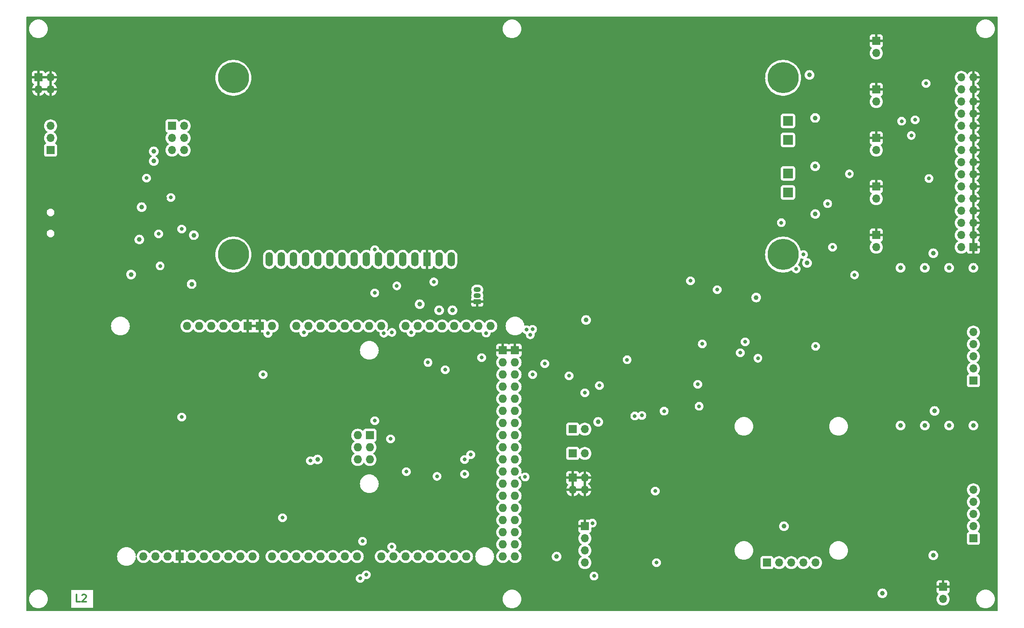
<source format=gbr>
%TF.GenerationSoftware,KiCad,Pcbnew,(7.0.0)*%
%TF.CreationDate,2023-02-21T15:07:20+01:00*%
%TF.ProjectId,MagicGame,4d616769-6347-4616-9d65-2e6b69636164,1.1*%
%TF.SameCoordinates,Original*%
%TF.FileFunction,Copper,L2,Inr*%
%TF.FilePolarity,Positive*%
%FSLAX46Y46*%
G04 Gerber Fmt 4.6, Leading zero omitted, Abs format (unit mm)*
G04 Created by KiCad (PCBNEW (7.0.0)) date 2023-02-21 15:07:20*
%MOMM*%
%LPD*%
G01*
G04 APERTURE LIST*
%ADD10C,0.300000*%
%TA.AperFunction,NonConductor*%
%ADD11C,0.300000*%
%TD*%
%TA.AperFunction,ComponentPad*%
%ADD12O,1.727200X1.727200*%
%TD*%
%TA.AperFunction,ComponentPad*%
%ADD13R,1.727200X1.727200*%
%TD*%
%TA.AperFunction,ComponentPad*%
%ADD14R,1.700000X1.700000*%
%TD*%
%TA.AperFunction,ComponentPad*%
%ADD15O,1.700000X1.700000*%
%TD*%
%TA.AperFunction,ComponentPad*%
%ADD16R,1.500000X1.050000*%
%TD*%
%TA.AperFunction,ComponentPad*%
%ADD17O,1.500000X1.050000*%
%TD*%
%TA.AperFunction,ComponentPad*%
%ADD18C,6.500000*%
%TD*%
%TA.AperFunction,ComponentPad*%
%ADD19R,1.500000X3.000000*%
%TD*%
%TA.AperFunction,ComponentPad*%
%ADD20O,1.500000X3.000000*%
%TD*%
%TA.AperFunction,ComponentPad*%
%ADD21R,2.000000X2.000000*%
%TD*%
%TA.AperFunction,ViaPad*%
%ADD22C,1.000000*%
%TD*%
%TA.AperFunction,ViaPad*%
%ADD23C,0.800000*%
%TD*%
G04 APERTURE END LIST*
D10*
D11*
X62031428Y-150411071D02*
X61317142Y-150411071D01*
X61317142Y-150411071D02*
X61317142Y-148911071D01*
X62460000Y-149053928D02*
X62531428Y-148982500D01*
X62531428Y-148982500D02*
X62674286Y-148911071D01*
X62674286Y-148911071D02*
X63031428Y-148911071D01*
X63031428Y-148911071D02*
X63174286Y-148982500D01*
X63174286Y-148982500D02*
X63245714Y-149053928D01*
X63245714Y-149053928D02*
X63317143Y-149196785D01*
X63317143Y-149196785D02*
X63317143Y-149339642D01*
X63317143Y-149339642D02*
X63245714Y-149553928D01*
X63245714Y-149553928D02*
X62388571Y-150411071D01*
X62388571Y-150411071D02*
X63317143Y-150411071D01*
D12*
%TO.N,*%
%TO.C,XA1*%
X84449999Y-92709999D03*
%TO.N,+3.3V*%
X92069999Y-92709999D03*
%TO.N,5V_ARDUINO*%
X94609999Y-92709999D03*
%TO.N,ICSP_5V*%
X122676999Y-120649999D03*
%TO.N,5V_ARDUINO*%
X150489999Y-140969999D03*
X153029999Y-140969999D03*
%TO.N,/JOY_AZ*%
X107309999Y-92709999D03*
%TO.N,/JOY_EL*%
X109849999Y-92709999D03*
%TO.N,/JOY_START*%
X112389999Y-92709999D03*
%TO.N,unconnected-(XA1-PadA3)*%
X114929999Y-92709999D03*
%TO.N,unconnected-(XA1-PadA4)*%
X117469999Y-92709999D03*
%TO.N,unconnected-(XA1-PadA5)*%
X120009999Y-92709999D03*
%TO.N,unconnected-(XA1-PadA6)*%
X122549999Y-92709999D03*
%TO.N,unconnected-(XA1-PadA7)*%
X125089999Y-92709999D03*
%TO.N,unconnected-(XA1-PadA8)*%
X130169999Y-92709999D03*
%TO.N,unconnected-(XA1-PadA9)*%
X132709999Y-92709999D03*
%TO.N,unconnected-(XA1-PadA10)*%
X135249999Y-92709999D03*
%TO.N,unconnected-(XA1-PadA11)*%
X137789999Y-92709999D03*
%TO.N,unconnected-(XA1-PadA12)*%
X140329999Y-92709999D03*
%TO.N,unconnected-(XA1-PadA13)*%
X142869999Y-92709999D03*
%TO.N,unconnected-(XA1-PadA14)*%
X145409999Y-92709999D03*
%TO.N,unconnected-(XA1-PadA15)*%
X147949999Y-92709999D03*
%TO.N,unconnected-(XA1-PadAREF)*%
X80385999Y-140969999D03*
%TO.N,unconnected-(XA1-D0_RX0-PadD0)*%
X120009999Y-140969999D03*
%TO.N,unconnected-(XA1-D1_TX0-PadD1)*%
X117469999Y-140969999D03*
%TO.N,LED_PROGRESS1*%
X114929999Y-140969999D03*
%TO.N,LED_PROGRESS2*%
X112389999Y-140969999D03*
%TO.N,LED_PROGRESS3*%
X109849999Y-140969999D03*
%TO.N,LED_PROGRESS4*%
X107309999Y-140969999D03*
%TO.N,LED_PROGRESS5*%
X104769999Y-140969999D03*
%TO.N,unconnected-(XA1-PadD7)*%
X102229999Y-140969999D03*
%TO.N,LCD_CO*%
X98165999Y-140969999D03*
%TO.N,LCD_BL*%
X95625999Y-140969999D03*
%TO.N,unconnected-(XA1-PadD10)*%
X93085999Y-140969999D03*
%TO.N,unconnected-(XA1-PadD11)*%
X90545999Y-140969999D03*
%TO.N,unconnected-(XA1-PadD12)*%
X88005999Y-140969999D03*
%TO.N,unconnected-(XA1-PadD13)*%
X85465999Y-140969999D03*
%TO.N,unconnected-(XA1-D14_TX3-PadD14)*%
X125089999Y-140969999D03*
%TO.N,unconnected-(XA1-D15_RX3-PadD15)*%
X127629999Y-140969999D03*
%TO.N,unconnected-(XA1-D16_TX2-PadD16)*%
X130169999Y-140969999D03*
%TO.N,unconnected-(XA1-D17_RX2-PadD17)*%
X132709999Y-140969999D03*
%TO.N,USB_UART_RX*%
X135249999Y-140969999D03*
%TO.N,USB_UART_TX*%
X137789999Y-140969999D03*
%TO.N,I2C_SDA*%
X140329999Y-140969999D03*
%TO.N,I2C_SCL*%
X142869999Y-140969999D03*
%TO.N,SW_LIMIT_AZ_L*%
X150489999Y-138429999D03*
%TO.N,SW_LIMIT_AZ_R*%
X153029999Y-138429999D03*
%TO.N,SW_LIMIT_EL_B*%
X150489999Y-135889999D03*
%TO.N,SW_LIMIT_EL_T*%
X153029999Y-135889999D03*
%TO.N,SW_START*%
X150489999Y-133349999D03*
%TO.N,unconnected-(XA1-PadD27)*%
X153029999Y-133349999D03*
%TO.N,unconnected-(XA1-PadD28)*%
X150489999Y-130809999D03*
%TO.N,unconnected-(XA1-PadD29)*%
X153029999Y-130809999D03*
%TO.N,MOTOR1_A+*%
X150489999Y-128269999D03*
%TO.N,MOTOR1_B+*%
X153029999Y-128269999D03*
%TO.N,MOTOR1_A-*%
X150489999Y-125729999D03*
%TO.N,MOTOR1_B-*%
X153029999Y-125729999D03*
%TO.N,MOTOR2_A+*%
X150489999Y-123189999D03*
%TO.N,MOTOR2_B+*%
X153029999Y-123189999D03*
%TO.N,MOTOR2_A-*%
X150489999Y-120649999D03*
%TO.N,MOTOR2_B-*%
X153029999Y-120649999D03*
%TO.N,LED_AZ_LEFT*%
X150489999Y-118109999D03*
%TO.N,LED_AZ_CENTER*%
X153029999Y-118109999D03*
%TO.N,LED_AZ_RIGHT*%
X150489999Y-115569999D03*
%TO.N,unconnected-(XA1-PadD41)*%
X153029999Y-115569999D03*
%TO.N,LED_EL_BOTTOM*%
X150489999Y-113029999D03*
%TO.N,LED_EL_CENTER*%
X153029999Y-113029999D03*
%TO.N,LED_EL_TOP*%
X150489999Y-110489999D03*
%TO.N,unconnected-(XA1-PadD45)*%
X153029999Y-110489999D03*
%TO.N,LED_OK*%
X150489999Y-107949999D03*
%TO.N,LED_ERROR*%
X153029999Y-107949999D03*
%TO.N,LCD_RS*%
X150489999Y-105409999D03*
%TO.N,LCD_EN*%
X153029999Y-105409999D03*
%TO.N,LCD_D4*%
X150489999Y-102869999D03*
%TO.N,LCD_D5*%
X153029999Y-102869999D03*
%TO.N,LCD_D6*%
X150489999Y-100329999D03*
%TO.N,LCD_D7*%
X153029999Y-100329999D03*
D13*
%TO.N,GND*%
X82925999Y-140969999D03*
X97149999Y-92709999D03*
X99689999Y-92709999D03*
%TO.N,ICSP_GND*%
X122676999Y-115569999D03*
%TO.N,GND*%
X150489999Y-97789999D03*
X153029999Y-97789999D03*
D12*
%TO.N,unconnected-(XA1-IOREF-PadIORF)*%
X86989999Y-92709999D03*
%TO.N,ICSP_MISO*%
X120136999Y-120649999D03*
%TO.N,ICSP_MOSI*%
X122676999Y-118109999D03*
%TO.N,RESET*%
X89529999Y-92709999D03*
%TO.N,ICSP_RST*%
X120136999Y-115569999D03*
%TO.N,ICSP_SCK*%
X120136999Y-118109999D03*
%TO.N,unconnected-(XA1-PadSCL)*%
X75305999Y-140969999D03*
%TO.N,unconnected-(XA1-PadSDA)*%
X77845999Y-140969999D03*
%TO.N,unconnected-(XA1-PadVIN)*%
X102229999Y-92709999D03*
%TD*%
D14*
%TO.N,GND*%
%TO.C,J2*%
X167639999Y-134619999D03*
D15*
%TO.N,I2C_SCL*%
X167639999Y-137159999D03*
%TO.N,I2C_SDA*%
X167639999Y-139699999D03*
%TO.N,Net-(J2-Pin_4)*%
X167639999Y-142239999D03*
%TD*%
D14*
%TO.N,GND*%
%TO.C,J9*%
X242569999Y-147319999D03*
D15*
%TO.N,SW_START*%
X242569999Y-149859999D03*
%TD*%
D14*
%TO.N,GND*%
%TO.C,J11*%
X228599999Y-53339999D03*
D15*
%TO.N,SW_LIMIT_AZ_R*%
X228599999Y-55879999D03*
%TD*%
D14*
%TO.N,GND*%
%TO.C,J12*%
X228599999Y-63499999D03*
D15*
%TO.N,SW_LIMIT_EL_B*%
X228599999Y-66039999D03*
%TD*%
D16*
%TO.N,GND*%
%TO.C,Q1*%
X145139999Y-87629999D03*
D17*
%TO.N,Net-(Q1-B)*%
X145139999Y-86359999D03*
%TO.N,Net-(Q1-C)*%
X145139999Y-85089999D03*
%TD*%
D14*
%TO.N,GND*%
%TO.C,J8*%
X228599999Y-33019999D03*
D15*
%TO.N,RESET*%
X228599999Y-35559999D03*
%TD*%
D14*
%TO.N,GND*%
%TO.C,J13*%
X228599999Y-73659999D03*
D15*
%TO.N,SW_LIMIT_EL_T*%
X228599999Y-76199999D03*
%TD*%
D14*
%TO.N,+5V*%
%TO.C,J16*%
X165099999Y-114299999D03*
D15*
X167639999Y-114299999D03*
%TD*%
D14*
%TO.N,GND*%
%TO.C,J14*%
X165099999Y-124459999D03*
D15*
X167639999Y-124459999D03*
X165099999Y-126999999D03*
X167639999Y-126999999D03*
%TD*%
D14*
%TO.N,GND*%
%TO.C,J7*%
X248919999Y-76199999D03*
D15*
%TO.N,Net-(J7-Pin_2)*%
X246379999Y-76199999D03*
%TO.N,GND*%
X248919999Y-73659999D03*
%TO.N,Net-(J7-Pin_4)*%
X246379999Y-73659999D03*
%TO.N,GND*%
X248919999Y-71119999D03*
%TO.N,Net-(J7-Pin_6)*%
X246379999Y-71119999D03*
%TO.N,GND*%
X248919999Y-68579999D03*
%TO.N,Net-(J7-Pin_8)*%
X246379999Y-68579999D03*
%TO.N,GND*%
X248919999Y-66039999D03*
%TO.N,Net-(J7-Pin_10)*%
X246379999Y-66039999D03*
%TO.N,GND*%
X248919999Y-63499999D03*
%TO.N,Net-(J7-Pin_12)*%
X246379999Y-63499999D03*
%TO.N,GND*%
X248919999Y-60959999D03*
%TO.N,Net-(J7-Pin_14)*%
X246379999Y-60959999D03*
%TO.N,GND*%
X248919999Y-58419999D03*
%TO.N,Net-(J7-Pin_16)*%
X246379999Y-58419999D03*
%TO.N,GND*%
X248919999Y-55879999D03*
%TO.N,Net-(J7-Pin_18)*%
X246379999Y-55879999D03*
%TO.N,GND*%
X248919999Y-53339999D03*
%TO.N,Net-(J7-Pin_20)*%
X246379999Y-53339999D03*
%TO.N,GND*%
X248919999Y-50799999D03*
%TO.N,Net-(J7-Pin_22)*%
X246379999Y-50799999D03*
%TO.N,GND*%
X248919999Y-48259999D03*
%TO.N,Net-(J7-Pin_24)*%
X246379999Y-48259999D03*
%TO.N,GND*%
X248919999Y-45719999D03*
%TO.N,Net-(J7-Pin_26)*%
X246379999Y-45719999D03*
%TO.N,GND*%
X248919999Y-43179999D03*
%TO.N,Net-(J7-Pin_28)*%
X246379999Y-43179999D03*
%TO.N,GND*%
X248919999Y-40639999D03*
%TO.N,Net-(J7-Pin_30)*%
X246379999Y-40639999D03*
%TD*%
D14*
%TO.N,+5V*%
%TO.C,J4*%
X248919999Y-104139999D03*
D15*
%TO.N,Net-(J4-Pin_2)*%
X248919999Y-101599999D03*
%TO.N,Net-(J4-Pin_3)*%
X248919999Y-99059999D03*
%TO.N,Net-(J4-Pin_4)*%
X248919999Y-96519999D03*
%TO.N,Net-(J4-Pin_5)*%
X248919999Y-93979999D03*
%TD*%
D14*
%TO.N,+3.3V*%
%TO.C,J17*%
X165099999Y-119379999D03*
D15*
X167639999Y-119379999D03*
%TD*%
D14*
%TO.N,ICSP_MISO*%
%TO.C,J3*%
X81279999Y-50799999D03*
D15*
%TO.N,ICSP_5V*%
X83819999Y-50799999D03*
%TO.N,ICSP_SCK*%
X81279999Y-53339999D03*
%TO.N,ICSP_MOSI*%
X83819999Y-53339999D03*
%TO.N,ICSP_RST*%
X81279999Y-55879999D03*
%TO.N,ICSP_GND*%
X83819999Y-55879999D03*
%TD*%
D14*
%TO.N,GND*%
%TO.C,J15*%
X53339999Y-40639999D03*
D15*
X55879999Y-40639999D03*
X53339999Y-43179999D03*
X55879999Y-43179999D03*
%TD*%
D18*
%TO.N,*%
%TO.C,U4*%
X209120000Y-77740000D03*
X209120000Y-40740000D03*
X94120000Y-77740000D03*
X94120000Y-40740000D03*
D19*
%TO.N,GND*%
X134619999Y-78739999D03*
D20*
%TO.N,+5V*%
X132079999Y-78739999D03*
%TO.N,Net-(U4-VO)*%
X129539999Y-78739999D03*
%TO.N,LCD_RS*%
X126999999Y-78739999D03*
%TO.N,Net-(U4-R{slash}~{W})*%
X124459999Y-78739999D03*
%TO.N,LCD_EN*%
X121919999Y-78739999D03*
%TO.N,unconnected-(U4-DB0-Pad7)*%
X119379999Y-78739999D03*
%TO.N,unconnected-(U4-DB1-Pad8)*%
X116839999Y-78739999D03*
%TO.N,unconnected-(U4-DB2-Pad9)*%
X114299999Y-78739999D03*
%TO.N,unconnected-(U4-DB3-Pad10)*%
X111759999Y-78739999D03*
%TO.N,LCD_D4*%
X109219999Y-78739999D03*
%TO.N,LCD_D5*%
X106679999Y-78739999D03*
%TO.N,LCD_D6*%
X104139999Y-78739999D03*
%TO.N,LCD_D7*%
X101599999Y-78739999D03*
%TO.N,Net-(U4-A{slash}VEE)*%
X137159999Y-78739999D03*
%TO.N,Net-(U4-K)*%
X139699999Y-78739999D03*
D21*
%TO.N,unconnected-(U4-PadA1)*%
X210119999Y-64739999D03*
%TO.N,unconnected-(U4-PadA2)*%
X210119999Y-53739999D03*
%TO.N,unconnected-(U4-PadK1)*%
X210119999Y-60739999D03*
%TO.N,unconnected-(U4-PadK2)*%
X210119999Y-49739999D03*
%TD*%
D14*
%TO.N,/VBUS_filtered*%
%TO.C,JP1*%
X55879999Y-55879999D03*
D15*
%TO.N,+5V*%
X55879999Y-53339999D03*
%TO.N,5V_ARDUINO*%
X55879999Y-50799999D03*
%TD*%
D14*
%TO.N,+5V*%
%TO.C,J5*%
X248919999Y-137159999D03*
D15*
%TO.N,Net-(J5-Pin_2)*%
X248919999Y-134619999D03*
%TO.N,Net-(J5-Pin_3)*%
X248919999Y-132079999D03*
%TO.N,Net-(J5-Pin_4)*%
X248919999Y-129539999D03*
%TO.N,Net-(J5-Pin_5)*%
X248919999Y-126999999D03*
%TD*%
D14*
%TO.N,GND*%
%TO.C,J10*%
X228599999Y-43179999D03*
D15*
%TO.N,SW_LIMIT_AZ_L*%
X228599999Y-45719999D03*
%TD*%
D14*
%TO.N,Net-(J6-Pin_1)*%
%TO.C,J6*%
X205739999Y-142239999D03*
D15*
%TO.N,Net-(J6-Pin_2)*%
X208279999Y-142239999D03*
%TO.N,JOY_X*%
X210819999Y-142239999D03*
%TO.N,JOY_Y*%
X213359999Y-142239999D03*
%TO.N,JOY_SW*%
X215899999Y-142239999D03*
%TD*%
D22*
%TO.N,GND*%
X74168000Y-54356000D03*
X149352000Y-89154000D03*
X59436000Y-80010000D03*
X87122000Y-78740000D03*
X204724000Y-134620000D03*
X72136000Y-54864000D03*
X161290000Y-124206000D03*
X179909000Y-91347500D03*
X225107000Y-30637600D03*
X215530000Y-62620100D03*
X204380000Y-91039300D03*
X83058000Y-63754000D03*
X180848000Y-96520000D03*
X160608000Y-96520000D03*
X224965000Y-71310000D03*
X224826000Y-50981300D03*
X82687600Y-66610900D03*
X71882000Y-64008000D03*
X216916000Y-90678000D03*
X71374000Y-66040000D03*
X88646000Y-72390000D03*
X160528000Y-91440000D03*
X238506000Y-140970000D03*
X124968000Y-87376000D03*
X180878000Y-102039000D03*
X164338000Y-108712000D03*
X215482000Y-72903200D03*
X86360000Y-63246000D03*
X215526000Y-31920300D03*
X65278000Y-75438000D03*
X213614000Y-90678000D03*
X83058000Y-68326000D03*
X64008000Y-76708000D03*
X171450000Y-108458000D03*
X161735000Y-102843000D03*
X59436000Y-85090000D03*
X238695000Y-144916000D03*
X79736000Y-65895000D03*
X236734000Y-110296000D03*
X161798000Y-107950000D03*
X215455000Y-52185000D03*
X180889000Y-132141000D03*
X59436000Y-82550000D03*
X180872000Y-86237000D03*
X230745000Y-144988000D03*
X180874000Y-124166000D03*
X135128000Y-88138000D03*
X215433000Y-42397300D03*
X129286000Y-90170000D03*
X69596000Y-54864000D03*
X180848000Y-115570000D03*
X173990000Y-124460000D03*
%TO.N,+5V*%
X85389400Y-83923500D03*
X243840000Y-113538000D03*
X229880000Y-148683000D03*
X167894000Y-91440000D03*
X74930000Y-67818000D03*
X243840000Y-80518000D03*
X77470000Y-56134000D03*
X233680000Y-80518000D03*
X215822000Y-49127500D03*
X170434000Y-112776000D03*
X72715200Y-81915200D03*
X77470000Y-58166000D03*
X248920000Y-80518000D03*
X240538000Y-140716000D03*
X233680000Y-113538000D03*
X238760000Y-113538000D03*
X240538000Y-77470000D03*
X139954000Y-89408000D03*
X238760000Y-80518000D03*
X240792000Y-110490000D03*
X85840400Y-73679700D03*
X74445400Y-74589600D03*
X209296000Y-134620000D03*
X214122000Y-79502000D03*
X215853000Y-69258500D03*
X215816000Y-59263300D03*
X248920000Y-113538000D03*
X133096000Y-88138000D03*
X161735000Y-140970000D03*
X137160000Y-89408000D03*
X214630000Y-40132000D03*
D23*
%TO.N,LED_OK*%
X156226000Y-94541300D03*
X176479000Y-99766400D03*
X195326000Y-85090000D03*
%TO.N,LED_ERROR*%
X189743000Y-83242500D03*
X167640000Y-106680000D03*
%TO.N,LED_AZ_LEFT*%
X203840000Y-99442700D03*
X224057000Y-82013200D03*
X156705000Y-93395300D03*
%TO.N,LED_AZ_CENTER*%
X211853000Y-80748400D03*
X192206000Y-96451800D03*
%TO.N,LED_AZ_RIGHT*%
X239632000Y-61803400D03*
X215914000Y-96959400D03*
X155448000Y-93472000D03*
%TO.N,LED_EL_BOTTOM*%
X169212000Y-133973000D03*
X143764000Y-119634000D03*
X219456000Y-76200000D03*
%TO.N,LED_EL_CENTER*%
X170688000Y-105156000D03*
X208737000Y-71067900D03*
%TO.N,LED_EL_TOP*%
X164338000Y-103124000D03*
X222978000Y-60862000D03*
X159258000Y-100584000D03*
%TO.N,LED_PROGRESS1*%
X127282000Y-94040400D03*
X121136000Y-137757000D03*
%TO.N,LED_PROGRESS2*%
X201168000Y-96012000D03*
X235935000Y-52800500D03*
%TO.N,LED_PROGRESS3*%
X200152000Y-98298000D03*
X236728000Y-49530000D03*
%TO.N,LED_PROGRESS4*%
X233916000Y-49821200D03*
X191262000Y-104902000D03*
X169564000Y-145034000D03*
%TO.N,LED_PROGRESS5*%
X239014000Y-41910000D03*
X191544000Y-109504000D03*
%TO.N,SW_LIMIT_AZ_L*%
X127000000Y-116332000D03*
X125589000Y-94218000D03*
%TO.N,SW_LIMIT_EL_B*%
X218424000Y-67079800D03*
%TO.N,SW_LIMIT_EL_T*%
X213360000Y-77724000D03*
D22*
%TO.N,5V_ARDUINO*%
X111748000Y-120662000D03*
D23*
%TO.N,Net-(Q1-C)*%
X136043800Y-83446300D03*
%TO.N,USB_UART_TX*%
X78785400Y-80120700D03*
X110236000Y-120904000D03*
%TO.N,USB_UART_RX*%
X104394000Y-132842000D03*
X83312000Y-111760000D03*
%TO.N,Net-(U1-TXD)*%
X78486000Y-73406000D03*
X75946000Y-61722000D03*
%TO.N,LCD_CO*%
X123695300Y-85770900D03*
X101346000Y-94234000D03*
X128304100Y-84295700D03*
X100330000Y-102870000D03*
%TO.N,LCD_BL*%
X131311900Y-94070900D03*
X130302000Y-123190000D03*
%TO.N,Net-(U1-RXD)*%
X81026000Y-65786000D03*
X83312000Y-72390000D03*
%TO.N,MOTOR1_A+*%
X184220000Y-110529000D03*
%TO.N,MOTOR1_B+*%
X179570000Y-111433000D03*
%TO.N,MOTOR1_A-*%
X147002000Y-94175800D03*
%TO.N,MOTOR1_B-*%
X178083000Y-111532000D03*
%TO.N,MOTOR2_A+*%
X146050000Y-99314000D03*
%TO.N,MOTOR2_A-*%
X142489000Y-120650000D03*
X182372000Y-127254000D03*
%TO.N,MOTOR2_B-*%
X155145000Y-124309000D03*
%TO.N,LCD_D4*%
X138430000Y-101854000D03*
%TO.N,LCD_D5*%
X156718000Y-102870000D03*
%TO.N,LCD_D6*%
X134825000Y-100330000D03*
%TO.N,LCD_D7*%
X123698000Y-76708000D03*
D22*
%TO.N,+3.3V*%
X203488000Y-86722400D03*
D23*
%TO.N,SW_START*%
X121920000Y-144780000D03*
X136716000Y-124169000D03*
%TO.N,/JOY_AZ*%
X142494000Y-123698000D03*
X127254000Y-138938000D03*
X123698000Y-112522000D03*
%TO.N,/JOY_EL*%
X120650000Y-145542000D03*
%TO.N,/JOY_START*%
X182626000Y-142240000D03*
X108865000Y-94069900D03*
%TD*%
%TA.AperFunction,Conductor*%
%TO.N,GND*%
G36*
X253937000Y-27956881D02*
G01*
X253983119Y-28003000D01*
X254000000Y-28066000D01*
X254000000Y-152274000D01*
X253983119Y-152337000D01*
X253937000Y-152383119D01*
X253874000Y-152400000D01*
X50926000Y-152400000D01*
X50863000Y-152383119D01*
X50816881Y-152337000D01*
X50800000Y-152274000D01*
X50800000Y-149860000D01*
X51384518Y-149860000D01*
X51384839Y-149864488D01*
X51404100Y-150133802D01*
X51404101Y-150133812D01*
X51404422Y-150138294D01*
X51463729Y-150410923D01*
X51465303Y-150415143D01*
X51559657Y-150668119D01*
X51559661Y-150668128D01*
X51561231Y-150672337D01*
X51563386Y-150676284D01*
X51563389Y-150676290D01*
X51663195Y-150859069D01*
X51694944Y-150917213D01*
X51862145Y-151140568D01*
X52059432Y-151337855D01*
X52282787Y-151505056D01*
X52527663Y-151638769D01*
X52789077Y-151736271D01*
X53061706Y-151795578D01*
X53270343Y-151810500D01*
X53407400Y-151810500D01*
X53409657Y-151810500D01*
X53618294Y-151795578D01*
X53890923Y-151736271D01*
X54152337Y-151638769D01*
X54397213Y-151505056D01*
X54620568Y-151337855D01*
X54817855Y-151140568D01*
X54985056Y-150917213D01*
X55118769Y-150672337D01*
X55216271Y-150410923D01*
X55275578Y-150138294D01*
X55295482Y-149860000D01*
X55275578Y-149581706D01*
X55216271Y-149309077D01*
X55118769Y-149047663D01*
X54985056Y-148802787D01*
X54817855Y-148579432D01*
X54620568Y-148382145D01*
X54512330Y-148301119D01*
X54400819Y-148217643D01*
X54400815Y-148217640D01*
X54397213Y-148214944D01*
X54369531Y-148199828D01*
X54156290Y-148083389D01*
X54156284Y-148083386D01*
X54152337Y-148081231D01*
X54148128Y-148079661D01*
X54148119Y-148079657D01*
X53967295Y-148012214D01*
X60237214Y-148012214D01*
X60237214Y-151707786D01*
X64759053Y-151707786D01*
X64775643Y-151707786D01*
X64775643Y-149860000D01*
X150444518Y-149860000D01*
X150444839Y-149864488D01*
X150464100Y-150133802D01*
X150464101Y-150133812D01*
X150464422Y-150138294D01*
X150523729Y-150410923D01*
X150525303Y-150415143D01*
X150619657Y-150668119D01*
X150619661Y-150668128D01*
X150621231Y-150672337D01*
X150623386Y-150676284D01*
X150623389Y-150676290D01*
X150723195Y-150859069D01*
X150754944Y-150917213D01*
X150922145Y-151140568D01*
X151119432Y-151337855D01*
X151342787Y-151505056D01*
X151587663Y-151638769D01*
X151849077Y-151736271D01*
X152121706Y-151795578D01*
X152330343Y-151810500D01*
X152467400Y-151810500D01*
X152469657Y-151810500D01*
X152678294Y-151795578D01*
X152950923Y-151736271D01*
X153212337Y-151638769D01*
X153457213Y-151505056D01*
X153680568Y-151337855D01*
X153877855Y-151140568D01*
X154045056Y-150917213D01*
X154178769Y-150672337D01*
X154276271Y-150410923D01*
X154335578Y-150138294D01*
X154355482Y-149860000D01*
X241206844Y-149860000D01*
X241225436Y-150084368D01*
X241280704Y-150302616D01*
X241282797Y-150307389D01*
X241282799Y-150307393D01*
X241358147Y-150479170D01*
X241371140Y-150508791D01*
X241494278Y-150697268D01*
X241497806Y-150701100D01*
X241643227Y-150859069D01*
X241643231Y-150859073D01*
X241646760Y-150862906D01*
X241824424Y-151001189D01*
X242022426Y-151108342D01*
X242027355Y-151110034D01*
X242027357Y-151110035D01*
X242105799Y-151136964D01*
X242235365Y-151181444D01*
X242457431Y-151218500D01*
X242677358Y-151218500D01*
X242682569Y-151218500D01*
X242904635Y-151181444D01*
X243117574Y-151108342D01*
X243315576Y-151001189D01*
X243493240Y-150862906D01*
X243645722Y-150697268D01*
X243768860Y-150508791D01*
X243859296Y-150302616D01*
X243914564Y-150084368D01*
X243933156Y-149860000D01*
X249504518Y-149860000D01*
X249504839Y-149864488D01*
X249524100Y-150133802D01*
X249524101Y-150133812D01*
X249524422Y-150138294D01*
X249583729Y-150410923D01*
X249585303Y-150415143D01*
X249679657Y-150668119D01*
X249679661Y-150668128D01*
X249681231Y-150672337D01*
X249683386Y-150676284D01*
X249683389Y-150676290D01*
X249783195Y-150859069D01*
X249814944Y-150917213D01*
X249982145Y-151140568D01*
X250179432Y-151337855D01*
X250402787Y-151505056D01*
X250647663Y-151638769D01*
X250909077Y-151736271D01*
X251181706Y-151795578D01*
X251390343Y-151810500D01*
X251527400Y-151810500D01*
X251529657Y-151810500D01*
X251738294Y-151795578D01*
X252010923Y-151736271D01*
X252272337Y-151638769D01*
X252517213Y-151505056D01*
X252740568Y-151337855D01*
X252937855Y-151140568D01*
X253105056Y-150917213D01*
X253238769Y-150672337D01*
X253336271Y-150410923D01*
X253395578Y-150138294D01*
X253415482Y-149860000D01*
X253395578Y-149581706D01*
X253336271Y-149309077D01*
X253238769Y-149047663D01*
X253105056Y-148802787D01*
X252937855Y-148579432D01*
X252740568Y-148382145D01*
X252632330Y-148301119D01*
X252520819Y-148217643D01*
X252520815Y-148217640D01*
X252517213Y-148214944D01*
X252489531Y-148199828D01*
X252276290Y-148083389D01*
X252276284Y-148083386D01*
X252272337Y-148081231D01*
X252268128Y-148079661D01*
X252268119Y-148079657D01*
X252015143Y-147985303D01*
X252010923Y-147983729D01*
X252006520Y-147982771D01*
X252006516Y-147982770D01*
X251742698Y-147925380D01*
X251742697Y-147925379D01*
X251738294Y-147924422D01*
X251733812Y-147924101D01*
X251733802Y-147924100D01*
X251531907Y-147909660D01*
X251531881Y-147909659D01*
X251529657Y-147909500D01*
X251390343Y-147909500D01*
X251388119Y-147909659D01*
X251388092Y-147909660D01*
X251186197Y-147924100D01*
X251186185Y-147924101D01*
X251181706Y-147924422D01*
X251177304Y-147925379D01*
X251177301Y-147925380D01*
X250913483Y-147982770D01*
X250913476Y-147982772D01*
X250909077Y-147983729D01*
X250904860Y-147985301D01*
X250904856Y-147985303D01*
X250651880Y-148079657D01*
X250651866Y-148079663D01*
X250647663Y-148081231D01*
X250643720Y-148083383D01*
X250643709Y-148083389D01*
X250406740Y-148212785D01*
X250406734Y-148212788D01*
X250402787Y-148214944D01*
X250399190Y-148217635D01*
X250399180Y-148217643D01*
X250183035Y-148379447D01*
X250183027Y-148379453D01*
X250179432Y-148382145D01*
X250176253Y-148385323D01*
X250176246Y-148385330D01*
X249985330Y-148576246D01*
X249985323Y-148576253D01*
X249982145Y-148579432D01*
X249979453Y-148583027D01*
X249979447Y-148583035D01*
X249817643Y-148799180D01*
X249817635Y-148799190D01*
X249814944Y-148802787D01*
X249812788Y-148806734D01*
X249812785Y-148806740D01*
X249683389Y-149043709D01*
X249683383Y-149043720D01*
X249681231Y-149047663D01*
X249679663Y-149051866D01*
X249679657Y-149051880D01*
X249585303Y-149304856D01*
X249583729Y-149309077D01*
X249582772Y-149313476D01*
X249582770Y-149313483D01*
X249525380Y-149577301D01*
X249524422Y-149581706D01*
X249524101Y-149586185D01*
X249524100Y-149586197D01*
X249516220Y-149696380D01*
X249504518Y-149860000D01*
X243933156Y-149860000D01*
X243914564Y-149635632D01*
X243859296Y-149417384D01*
X243768860Y-149211209D01*
X243645722Y-149022732D01*
X243514972Y-148880701D01*
X243502159Y-148866782D01*
X243472922Y-148813178D01*
X243472319Y-148752122D01*
X243500494Y-148697952D01*
X243550828Y-148663388D01*
X243657520Y-148623594D01*
X243673175Y-148615045D01*
X243775692Y-148538302D01*
X243788302Y-148525692D01*
X243865045Y-148423175D01*
X243873594Y-148407519D01*
X243918740Y-148286478D01*
X243922337Y-148271257D01*
X243927640Y-148221938D01*
X243928000Y-148215223D01*
X243928000Y-147590590D01*
X243924493Y-147577506D01*
X243911410Y-147574000D01*
X241228590Y-147574000D01*
X241215506Y-147577506D01*
X241212000Y-147590590D01*
X241212000Y-148215223D01*
X241212359Y-148221938D01*
X241217662Y-148271257D01*
X241221259Y-148286478D01*
X241266405Y-148407519D01*
X241274954Y-148423175D01*
X241351697Y-148525692D01*
X241364307Y-148538302D01*
X241466824Y-148615045D01*
X241482480Y-148623594D01*
X241589171Y-148663388D01*
X241639505Y-148697952D01*
X241667680Y-148752122D01*
X241667077Y-148813178D01*
X241637840Y-148866781D01*
X241497811Y-149018892D01*
X241497800Y-149018906D01*
X241494278Y-149022732D01*
X241491430Y-149027090D01*
X241491427Y-149027095D01*
X241466741Y-149064880D01*
X241371140Y-149211209D01*
X241369048Y-149215978D01*
X241369046Y-149215982D01*
X241282799Y-149412606D01*
X241282796Y-149412614D01*
X241280704Y-149417384D01*
X241279423Y-149422440D01*
X241279422Y-149422445D01*
X241230326Y-149616321D01*
X241225436Y-149635632D01*
X241225006Y-149640820D01*
X241225005Y-149640827D01*
X241221965Y-149677515D01*
X241206844Y-149860000D01*
X154355482Y-149860000D01*
X154335578Y-149581706D01*
X154276271Y-149309077D01*
X154178769Y-149047663D01*
X154045056Y-148802787D01*
X153955385Y-148683000D01*
X228866620Y-148683000D01*
X228867227Y-148689163D01*
X228885484Y-148874538D01*
X228885485Y-148874547D01*
X228886092Y-148880701D01*
X228887887Y-148886619D01*
X228887888Y-148886623D01*
X228930500Y-149027095D01*
X228943759Y-149070804D01*
X229037405Y-149246004D01*
X229163432Y-149399568D01*
X229316996Y-149525595D01*
X229492196Y-149619241D01*
X229682299Y-149676908D01*
X229688460Y-149677514D01*
X229688461Y-149677515D01*
X229873837Y-149695773D01*
X229880000Y-149696380D01*
X230077701Y-149676908D01*
X230267804Y-149619241D01*
X230443004Y-149525595D01*
X230596568Y-149399568D01*
X230722595Y-149246004D01*
X230816241Y-149070804D01*
X230873908Y-148880701D01*
X230893380Y-148683000D01*
X230873908Y-148485299D01*
X230816241Y-148295196D01*
X230722595Y-148119996D01*
X230596568Y-147966432D01*
X230544986Y-147924100D01*
X230447788Y-147844331D01*
X230447787Y-147844330D01*
X230443004Y-147840405D01*
X230267804Y-147746759D01*
X230252845Y-147742221D01*
X230083623Y-147690888D01*
X230083619Y-147690887D01*
X230077701Y-147689092D01*
X230071547Y-147688485D01*
X230071538Y-147688484D01*
X229886163Y-147670227D01*
X229880000Y-147669620D01*
X229873837Y-147670227D01*
X229688461Y-147688484D01*
X229688450Y-147688486D01*
X229682299Y-147689092D01*
X229676382Y-147690886D01*
X229676376Y-147690888D01*
X229498119Y-147744962D01*
X229498116Y-147744963D01*
X229492196Y-147746759D01*
X229486738Y-147749676D01*
X229486734Y-147749678D01*
X229322454Y-147837487D01*
X229322449Y-147837490D01*
X229316996Y-147840405D01*
X229312217Y-147844326D01*
X229312211Y-147844331D01*
X229168211Y-147962509D01*
X229168205Y-147962514D01*
X229163432Y-147966432D01*
X229159514Y-147971205D01*
X229159509Y-147971211D01*
X229041331Y-148115211D01*
X229041326Y-148115217D01*
X229037405Y-148119996D01*
X229034490Y-148125449D01*
X229034487Y-148125454D01*
X228946678Y-148289734D01*
X228943759Y-148295196D01*
X228941963Y-148301116D01*
X228941962Y-148301119D01*
X228887888Y-148479376D01*
X228887886Y-148479382D01*
X228886092Y-148485299D01*
X228885486Y-148491450D01*
X228885484Y-148491461D01*
X228873313Y-148615045D01*
X228866620Y-148683000D01*
X153955385Y-148683000D01*
X153877855Y-148579432D01*
X153680568Y-148382145D01*
X153572330Y-148301119D01*
X153460819Y-148217643D01*
X153460815Y-148217640D01*
X153457213Y-148214944D01*
X153429531Y-148199828D01*
X153216290Y-148083389D01*
X153216284Y-148083386D01*
X153212337Y-148081231D01*
X153208128Y-148079661D01*
X153208119Y-148079657D01*
X152955143Y-147985303D01*
X152950923Y-147983729D01*
X152946520Y-147982771D01*
X152946516Y-147982770D01*
X152682698Y-147925380D01*
X152682697Y-147925379D01*
X152678294Y-147924422D01*
X152673812Y-147924101D01*
X152673802Y-147924100D01*
X152471907Y-147909660D01*
X152471881Y-147909659D01*
X152469657Y-147909500D01*
X152330343Y-147909500D01*
X152328119Y-147909659D01*
X152328092Y-147909660D01*
X152126197Y-147924100D01*
X152126185Y-147924101D01*
X152121706Y-147924422D01*
X152117304Y-147925379D01*
X152117301Y-147925380D01*
X151853483Y-147982770D01*
X151853476Y-147982772D01*
X151849077Y-147983729D01*
X151844860Y-147985301D01*
X151844856Y-147985303D01*
X151591880Y-148079657D01*
X151591866Y-148079663D01*
X151587663Y-148081231D01*
X151583720Y-148083383D01*
X151583709Y-148083389D01*
X151346740Y-148212785D01*
X151346734Y-148212788D01*
X151342787Y-148214944D01*
X151339190Y-148217635D01*
X151339180Y-148217643D01*
X151123035Y-148379447D01*
X151123027Y-148379453D01*
X151119432Y-148382145D01*
X151116253Y-148385323D01*
X151116246Y-148385330D01*
X150925330Y-148576246D01*
X150925323Y-148576253D01*
X150922145Y-148579432D01*
X150919453Y-148583027D01*
X150919447Y-148583035D01*
X150757643Y-148799180D01*
X150757635Y-148799190D01*
X150754944Y-148802787D01*
X150752788Y-148806734D01*
X150752785Y-148806740D01*
X150623389Y-149043709D01*
X150623383Y-149043720D01*
X150621231Y-149047663D01*
X150619663Y-149051866D01*
X150619657Y-149051880D01*
X150525303Y-149304856D01*
X150523729Y-149309077D01*
X150522772Y-149313476D01*
X150522770Y-149313483D01*
X150465380Y-149577301D01*
X150464422Y-149581706D01*
X150464101Y-149586185D01*
X150464100Y-149586197D01*
X150456220Y-149696380D01*
X150444518Y-149860000D01*
X64775643Y-149860000D01*
X64775643Y-148012214D01*
X60237214Y-148012214D01*
X53967295Y-148012214D01*
X53895143Y-147985303D01*
X53890923Y-147983729D01*
X53886520Y-147982771D01*
X53886516Y-147982770D01*
X53622698Y-147925380D01*
X53622697Y-147925379D01*
X53618294Y-147924422D01*
X53613812Y-147924101D01*
X53613802Y-147924100D01*
X53411907Y-147909660D01*
X53411881Y-147909659D01*
X53409657Y-147909500D01*
X53270343Y-147909500D01*
X53268119Y-147909659D01*
X53268092Y-147909660D01*
X53066197Y-147924100D01*
X53066185Y-147924101D01*
X53061706Y-147924422D01*
X53057304Y-147925379D01*
X53057301Y-147925380D01*
X52793483Y-147982770D01*
X52793476Y-147982772D01*
X52789077Y-147983729D01*
X52784860Y-147985301D01*
X52784856Y-147985303D01*
X52531880Y-148079657D01*
X52531866Y-148079663D01*
X52527663Y-148081231D01*
X52523720Y-148083383D01*
X52523709Y-148083389D01*
X52286740Y-148212785D01*
X52286734Y-148212788D01*
X52282787Y-148214944D01*
X52279190Y-148217635D01*
X52279180Y-148217643D01*
X52063035Y-148379447D01*
X52063027Y-148379453D01*
X52059432Y-148382145D01*
X52056253Y-148385323D01*
X52056246Y-148385330D01*
X51865330Y-148576246D01*
X51865323Y-148576253D01*
X51862145Y-148579432D01*
X51859453Y-148583027D01*
X51859447Y-148583035D01*
X51697643Y-148799180D01*
X51697635Y-148799190D01*
X51694944Y-148802787D01*
X51692788Y-148806734D01*
X51692785Y-148806740D01*
X51563389Y-149043709D01*
X51563383Y-149043720D01*
X51561231Y-149047663D01*
X51559663Y-149051866D01*
X51559657Y-149051880D01*
X51465303Y-149304856D01*
X51463729Y-149309077D01*
X51462772Y-149313476D01*
X51462770Y-149313483D01*
X51405380Y-149577301D01*
X51404422Y-149581706D01*
X51404101Y-149586185D01*
X51404100Y-149586197D01*
X51396220Y-149696380D01*
X51384518Y-149860000D01*
X50800000Y-149860000D01*
X50800000Y-147049410D01*
X241212000Y-147049410D01*
X241215506Y-147062493D01*
X241228590Y-147066000D01*
X242299410Y-147066000D01*
X242312493Y-147062493D01*
X242316000Y-147049410D01*
X242824000Y-147049410D01*
X242827506Y-147062493D01*
X242840590Y-147066000D01*
X243911410Y-147066000D01*
X243924493Y-147062493D01*
X243928000Y-147049410D01*
X243928000Y-146424777D01*
X243927640Y-146418061D01*
X243922337Y-146368742D01*
X243918740Y-146353521D01*
X243873594Y-146232480D01*
X243865045Y-146216824D01*
X243788302Y-146114307D01*
X243775692Y-146101697D01*
X243673175Y-146024954D01*
X243657519Y-146016405D01*
X243536478Y-145971259D01*
X243521257Y-145967662D01*
X243471938Y-145962359D01*
X243465223Y-145962000D01*
X242840590Y-145962000D01*
X242827506Y-145965506D01*
X242824000Y-145978590D01*
X242824000Y-147049410D01*
X242316000Y-147049410D01*
X242316000Y-145978590D01*
X242312493Y-145965506D01*
X242299410Y-145962000D01*
X241674777Y-145962000D01*
X241668061Y-145962359D01*
X241618742Y-145967662D01*
X241603521Y-145971259D01*
X241482480Y-146016405D01*
X241466824Y-146024954D01*
X241364307Y-146101697D01*
X241351697Y-146114307D01*
X241274954Y-146216824D01*
X241266405Y-146232480D01*
X241221259Y-146353521D01*
X241217662Y-146368742D01*
X241212359Y-146418061D01*
X241212000Y-146424777D01*
X241212000Y-147049410D01*
X50800000Y-147049410D01*
X50800000Y-145542000D01*
X119736496Y-145542000D01*
X119737186Y-145548565D01*
X119754454Y-145712866D01*
X119756458Y-145731928D01*
X119758495Y-145738200D01*
X119758497Y-145738205D01*
X119813430Y-145907271D01*
X119813433Y-145907278D01*
X119815473Y-145913556D01*
X119910960Y-146078944D01*
X120038747Y-146220866D01*
X120193248Y-146333118D01*
X120367712Y-146410794D01*
X120554513Y-146450500D01*
X120738884Y-146450500D01*
X120745487Y-146450500D01*
X120932288Y-146410794D01*
X121106752Y-146333118D01*
X121261253Y-146220866D01*
X121389040Y-146078944D01*
X121484527Y-145913556D01*
X121539835Y-145743336D01*
X121572139Y-145691639D01*
X121624936Y-145661157D01*
X121685863Y-145659029D01*
X121695875Y-145661157D01*
X121824513Y-145688500D01*
X122008884Y-145688500D01*
X122015487Y-145688500D01*
X122202288Y-145648794D01*
X122376752Y-145571118D01*
X122531253Y-145458866D01*
X122659040Y-145316944D01*
X122754527Y-145151556D01*
X122792724Y-145034000D01*
X168650496Y-145034000D01*
X168670458Y-145223928D01*
X168672495Y-145230200D01*
X168672497Y-145230205D01*
X168727430Y-145399271D01*
X168727433Y-145399278D01*
X168729473Y-145405556D01*
X168824960Y-145570944D01*
X168952747Y-145712866D01*
X169107248Y-145825118D01*
X169281712Y-145902794D01*
X169468513Y-145942500D01*
X169652884Y-145942500D01*
X169659487Y-145942500D01*
X169846288Y-145902794D01*
X170020752Y-145825118D01*
X170175253Y-145712866D01*
X170303040Y-145570944D01*
X170398527Y-145405556D01*
X170457542Y-145223928D01*
X170477504Y-145034000D01*
X170457542Y-144844072D01*
X170428524Y-144754763D01*
X170400569Y-144668728D01*
X170400568Y-144668726D01*
X170398527Y-144662444D01*
X170303040Y-144497056D01*
X170175253Y-144355134D01*
X170169911Y-144351253D01*
X170169908Y-144351250D01*
X170092057Y-144294688D01*
X170020752Y-144242882D01*
X169846288Y-144165206D01*
X169839835Y-144163834D01*
X169839831Y-144163833D01*
X169665943Y-144126872D01*
X169665940Y-144126871D01*
X169659487Y-144125500D01*
X169468513Y-144125500D01*
X169462060Y-144126871D01*
X169462056Y-144126872D01*
X169288168Y-144163833D01*
X169288161Y-144163835D01*
X169281712Y-144165206D01*
X169275682Y-144167890D01*
X169275681Y-144167891D01*
X169113278Y-144240197D01*
X169113275Y-144240198D01*
X169107248Y-144242882D01*
X169101907Y-144246762D01*
X169101906Y-144246763D01*
X168958091Y-144351250D01*
X168958083Y-144351256D01*
X168952747Y-144355134D01*
X168948330Y-144360039D01*
X168948325Y-144360044D01*
X168899090Y-144414726D01*
X168824960Y-144497056D01*
X168821661Y-144502769D01*
X168821658Y-144502774D01*
X168732777Y-144656721D01*
X168729473Y-144662444D01*
X168727434Y-144668718D01*
X168727430Y-144668728D01*
X168672497Y-144837794D01*
X168672495Y-144837801D01*
X168670458Y-144844072D01*
X168669768Y-144850633D01*
X168669768Y-144850635D01*
X168667938Y-144868044D01*
X168650496Y-145034000D01*
X122792724Y-145034000D01*
X122813542Y-144969928D01*
X122833504Y-144780000D01*
X122813542Y-144590072D01*
X122754527Y-144408444D01*
X122659040Y-144243056D01*
X122531253Y-144101134D01*
X122525911Y-144097253D01*
X122525908Y-144097250D01*
X122448057Y-144040688D01*
X122376752Y-143988882D01*
X122202288Y-143911206D01*
X122195835Y-143909834D01*
X122195831Y-143909833D01*
X122021943Y-143872872D01*
X122021940Y-143872871D01*
X122015487Y-143871500D01*
X121824513Y-143871500D01*
X121818060Y-143872871D01*
X121818056Y-143872872D01*
X121644168Y-143909833D01*
X121644161Y-143909835D01*
X121637712Y-143911206D01*
X121631682Y-143913890D01*
X121631681Y-143913891D01*
X121469278Y-143986197D01*
X121469275Y-143986198D01*
X121463248Y-143988882D01*
X121457907Y-143992762D01*
X121457906Y-143992763D01*
X121314091Y-144097250D01*
X121314083Y-144097256D01*
X121308747Y-144101134D01*
X121304330Y-144106039D01*
X121304325Y-144106044D01*
X121185379Y-144238148D01*
X121180960Y-144243056D01*
X121177661Y-144248769D01*
X121177658Y-144248774D01*
X121088777Y-144402721D01*
X121085473Y-144408444D01*
X121083432Y-144414726D01*
X121030166Y-144578660D01*
X120997860Y-144630360D01*
X120945064Y-144660842D01*
X120884137Y-144662970D01*
X120751946Y-144634872D01*
X120751937Y-144634871D01*
X120745487Y-144633500D01*
X120554513Y-144633500D01*
X120548060Y-144634871D01*
X120548056Y-144634872D01*
X120374168Y-144671833D01*
X120374161Y-144671835D01*
X120367712Y-144673206D01*
X120361682Y-144675890D01*
X120361681Y-144675891D01*
X120199278Y-144748197D01*
X120199275Y-144748198D01*
X120193248Y-144750882D01*
X120187907Y-144754762D01*
X120187906Y-144754763D01*
X120044091Y-144859250D01*
X120044083Y-144859256D01*
X120038747Y-144863134D01*
X120034330Y-144868039D01*
X120034325Y-144868044D01*
X119915379Y-145000148D01*
X119910960Y-145005056D01*
X119907661Y-145010769D01*
X119907658Y-145010774D01*
X119826378Y-145151556D01*
X119815473Y-145170444D01*
X119813434Y-145176718D01*
X119813430Y-145176728D01*
X119758497Y-145345794D01*
X119758495Y-145345801D01*
X119756458Y-145352072D01*
X119755768Y-145358633D01*
X119755768Y-145358635D01*
X119737186Y-145535435D01*
X119736496Y-145542000D01*
X50800000Y-145542000D01*
X50800000Y-140970000D01*
X69794518Y-140970000D01*
X69794839Y-140974488D01*
X69814100Y-141243802D01*
X69814101Y-141243812D01*
X69814422Y-141248294D01*
X69815379Y-141252697D01*
X69815380Y-141252698D01*
X69867102Y-141490462D01*
X69873729Y-141520923D01*
X69875303Y-141525143D01*
X69969657Y-141778119D01*
X69969661Y-141778128D01*
X69971231Y-141782337D01*
X69973386Y-141786284D01*
X69973389Y-141786290D01*
X70054564Y-141934950D01*
X70104944Y-142027213D01*
X70107640Y-142030815D01*
X70107643Y-142030819D01*
X70178214Y-142125091D01*
X70272145Y-142250568D01*
X70469432Y-142447855D01*
X70473035Y-142450552D01*
X70688111Y-142611556D01*
X70692787Y-142615056D01*
X70937663Y-142748769D01*
X71199077Y-142846271D01*
X71471706Y-142905578D01*
X71680343Y-142920500D01*
X71817400Y-142920500D01*
X71819657Y-142920500D01*
X72028294Y-142905578D01*
X72300923Y-142846271D01*
X72562337Y-142748769D01*
X72807213Y-142615056D01*
X73030568Y-142447855D01*
X73227855Y-142250568D01*
X73395056Y-142027213D01*
X73528769Y-141782337D01*
X73626271Y-141520923D01*
X73685578Y-141248294D01*
X73692672Y-141149099D01*
X73712225Y-141090168D01*
X73757550Y-141047730D01*
X73817640Y-141032091D01*
X73877903Y-141047050D01*
X73923704Y-141088974D01*
X73943921Y-141147683D01*
X73946421Y-141177855D01*
X73947976Y-141196614D01*
X73949257Y-141201672D01*
X74001276Y-141407095D01*
X74003797Y-141417047D01*
X74005889Y-141421816D01*
X74005890Y-141421819D01*
X74073639Y-141576271D01*
X74095139Y-141625285D01*
X74219510Y-141815649D01*
X74373517Y-141982946D01*
X74552961Y-142122612D01*
X74752945Y-142230839D01*
X74968015Y-142304672D01*
X75192305Y-142342100D01*
X75414487Y-142342100D01*
X75419695Y-142342100D01*
X75643985Y-142304672D01*
X75859055Y-142230839D01*
X76059039Y-142122612D01*
X76238483Y-141982946D01*
X76392490Y-141815649D01*
X76470518Y-141696217D01*
X76516030Y-141654320D01*
X76576000Y-141639134D01*
X76635970Y-141654320D01*
X76681481Y-141696217D01*
X76759510Y-141815649D01*
X76913517Y-141982946D01*
X77092961Y-142122612D01*
X77292945Y-142230839D01*
X77508015Y-142304672D01*
X77732305Y-142342100D01*
X77954487Y-142342100D01*
X77959695Y-142342100D01*
X78183985Y-142304672D01*
X78399055Y-142230839D01*
X78599039Y-142122612D01*
X78778483Y-141982946D01*
X78932490Y-141815649D01*
X79010518Y-141696217D01*
X79056030Y-141654320D01*
X79116000Y-141639134D01*
X79175970Y-141654320D01*
X79221481Y-141696217D01*
X79299510Y-141815649D01*
X79453517Y-141982946D01*
X79632961Y-142122612D01*
X79832945Y-142230839D01*
X80048015Y-142304672D01*
X80272305Y-142342100D01*
X80494487Y-142342100D01*
X80499695Y-142342100D01*
X80723985Y-142304672D01*
X80939055Y-142230839D01*
X81139039Y-142122612D01*
X81318483Y-141982946D01*
X81362668Y-141934947D01*
X81416136Y-141900550D01*
X81479598Y-141896639D01*
X81536889Y-141924214D01*
X81573421Y-141976254D01*
X81608803Y-142071115D01*
X81617354Y-142086775D01*
X81694097Y-142189292D01*
X81706707Y-142201902D01*
X81809224Y-142278645D01*
X81824880Y-142287194D01*
X81945921Y-142332340D01*
X81961142Y-142335937D01*
X82010461Y-142341240D01*
X82017177Y-142341600D01*
X82655410Y-142341600D01*
X82668493Y-142338093D01*
X82672000Y-142325010D01*
X83180000Y-142325010D01*
X83183506Y-142338093D01*
X83196590Y-142341600D01*
X83834823Y-142341600D01*
X83841538Y-142341240D01*
X83890857Y-142335937D01*
X83906078Y-142332340D01*
X84027119Y-142287194D01*
X84042775Y-142278645D01*
X84145292Y-142201902D01*
X84157902Y-142189292D01*
X84234645Y-142086775D01*
X84243194Y-142071119D01*
X84278577Y-141976255D01*
X84315109Y-141924215D01*
X84372400Y-141896639D01*
X84435862Y-141900549D01*
X84489332Y-141934948D01*
X84533517Y-141982946D01*
X84712961Y-142122612D01*
X84912945Y-142230839D01*
X85128015Y-142304672D01*
X85352305Y-142342100D01*
X85574487Y-142342100D01*
X85579695Y-142342100D01*
X85803985Y-142304672D01*
X86019055Y-142230839D01*
X86219039Y-142122612D01*
X86398483Y-141982946D01*
X86552490Y-141815649D01*
X86630518Y-141696217D01*
X86676030Y-141654320D01*
X86736000Y-141639134D01*
X86795970Y-141654320D01*
X86841481Y-141696217D01*
X86919510Y-141815649D01*
X87073517Y-141982946D01*
X87252961Y-142122612D01*
X87452945Y-142230839D01*
X87668015Y-142304672D01*
X87892305Y-142342100D01*
X88114487Y-142342100D01*
X88119695Y-142342100D01*
X88343985Y-142304672D01*
X88559055Y-142230839D01*
X88759039Y-142122612D01*
X88938483Y-141982946D01*
X89092490Y-141815649D01*
X89170518Y-141696217D01*
X89216030Y-141654320D01*
X89276000Y-141639134D01*
X89335970Y-141654320D01*
X89381481Y-141696217D01*
X89459510Y-141815649D01*
X89613517Y-141982946D01*
X89792961Y-142122612D01*
X89992945Y-142230839D01*
X90208015Y-142304672D01*
X90432305Y-142342100D01*
X90654487Y-142342100D01*
X90659695Y-142342100D01*
X90883985Y-142304672D01*
X91099055Y-142230839D01*
X91299039Y-142122612D01*
X91478483Y-141982946D01*
X91632490Y-141815649D01*
X91710518Y-141696217D01*
X91756030Y-141654320D01*
X91816000Y-141639134D01*
X91875970Y-141654320D01*
X91921481Y-141696217D01*
X91999510Y-141815649D01*
X92153517Y-141982946D01*
X92332961Y-142122612D01*
X92532945Y-142230839D01*
X92748015Y-142304672D01*
X92972305Y-142342100D01*
X93194487Y-142342100D01*
X93199695Y-142342100D01*
X93423985Y-142304672D01*
X93639055Y-142230839D01*
X93839039Y-142122612D01*
X94018483Y-141982946D01*
X94172490Y-141815649D01*
X94250518Y-141696217D01*
X94296030Y-141654320D01*
X94356000Y-141639134D01*
X94415970Y-141654320D01*
X94461481Y-141696217D01*
X94539510Y-141815649D01*
X94693517Y-141982946D01*
X94872961Y-142122612D01*
X95072945Y-142230839D01*
X95288015Y-142304672D01*
X95512305Y-142342100D01*
X95734487Y-142342100D01*
X95739695Y-142342100D01*
X95963985Y-142304672D01*
X96179055Y-142230839D01*
X96379039Y-142122612D01*
X96558483Y-141982946D01*
X96712490Y-141815649D01*
X96790518Y-141696217D01*
X96836030Y-141654320D01*
X96896000Y-141639134D01*
X96955970Y-141654320D01*
X97001481Y-141696217D01*
X97079510Y-141815649D01*
X97233517Y-141982946D01*
X97412961Y-142122612D01*
X97612945Y-142230839D01*
X97828015Y-142304672D01*
X98052305Y-142342100D01*
X98274487Y-142342100D01*
X98279695Y-142342100D01*
X98503985Y-142304672D01*
X98719055Y-142230839D01*
X98919039Y-142122612D01*
X99098483Y-141982946D01*
X99252490Y-141815649D01*
X99376861Y-141625285D01*
X99468203Y-141417047D01*
X99524024Y-141196614D01*
X99542802Y-140970000D01*
X100853198Y-140970000D01*
X100853628Y-140975189D01*
X100870421Y-141177855D01*
X100871976Y-141196614D01*
X100873257Y-141201672D01*
X100925276Y-141407095D01*
X100927797Y-141417047D01*
X100929889Y-141421816D01*
X100929890Y-141421819D01*
X100997639Y-141576271D01*
X101019139Y-141625285D01*
X101143510Y-141815649D01*
X101297517Y-141982946D01*
X101476961Y-142122612D01*
X101676945Y-142230839D01*
X101892015Y-142304672D01*
X102116305Y-142342100D01*
X102338487Y-142342100D01*
X102343695Y-142342100D01*
X102567985Y-142304672D01*
X102783055Y-142230839D01*
X102983039Y-142122612D01*
X103162483Y-141982946D01*
X103316490Y-141815649D01*
X103394518Y-141696217D01*
X103440030Y-141654320D01*
X103500000Y-141639134D01*
X103559970Y-141654320D01*
X103605481Y-141696217D01*
X103683510Y-141815649D01*
X103837517Y-141982946D01*
X104016961Y-142122612D01*
X104216945Y-142230839D01*
X104432015Y-142304672D01*
X104656305Y-142342100D01*
X104878487Y-142342100D01*
X104883695Y-142342100D01*
X105107985Y-142304672D01*
X105323055Y-142230839D01*
X105523039Y-142122612D01*
X105702483Y-141982946D01*
X105856490Y-141815649D01*
X105934518Y-141696217D01*
X105980030Y-141654320D01*
X106040000Y-141639134D01*
X106099970Y-141654320D01*
X106145481Y-141696217D01*
X106223510Y-141815649D01*
X106377517Y-141982946D01*
X106556961Y-142122612D01*
X106756945Y-142230839D01*
X106972015Y-142304672D01*
X107196305Y-142342100D01*
X107418487Y-142342100D01*
X107423695Y-142342100D01*
X107647985Y-142304672D01*
X107863055Y-142230839D01*
X108063039Y-142122612D01*
X108242483Y-141982946D01*
X108396490Y-141815649D01*
X108474518Y-141696217D01*
X108520030Y-141654320D01*
X108580000Y-141639134D01*
X108639970Y-141654320D01*
X108685481Y-141696217D01*
X108763510Y-141815649D01*
X108917517Y-141982946D01*
X109096961Y-142122612D01*
X109296945Y-142230839D01*
X109512015Y-142304672D01*
X109736305Y-142342100D01*
X109958487Y-142342100D01*
X109963695Y-142342100D01*
X110187985Y-142304672D01*
X110403055Y-142230839D01*
X110603039Y-142122612D01*
X110782483Y-141982946D01*
X110936490Y-141815649D01*
X111014518Y-141696217D01*
X111060030Y-141654320D01*
X111120000Y-141639134D01*
X111179970Y-141654320D01*
X111225481Y-141696217D01*
X111303510Y-141815649D01*
X111457517Y-141982946D01*
X111636961Y-142122612D01*
X111836945Y-142230839D01*
X112052015Y-142304672D01*
X112276305Y-142342100D01*
X112498487Y-142342100D01*
X112503695Y-142342100D01*
X112727985Y-142304672D01*
X112943055Y-142230839D01*
X113143039Y-142122612D01*
X113322483Y-141982946D01*
X113476490Y-141815649D01*
X113554518Y-141696217D01*
X113600030Y-141654320D01*
X113660000Y-141639134D01*
X113719970Y-141654320D01*
X113765481Y-141696217D01*
X113843510Y-141815649D01*
X113997517Y-141982946D01*
X114176961Y-142122612D01*
X114376945Y-142230839D01*
X114592015Y-142304672D01*
X114816305Y-142342100D01*
X115038487Y-142342100D01*
X115043695Y-142342100D01*
X115267985Y-142304672D01*
X115483055Y-142230839D01*
X115683039Y-142122612D01*
X115862483Y-141982946D01*
X116016490Y-141815649D01*
X116094518Y-141696217D01*
X116140030Y-141654320D01*
X116200000Y-141639134D01*
X116259970Y-141654320D01*
X116305481Y-141696217D01*
X116383510Y-141815649D01*
X116537517Y-141982946D01*
X116716961Y-142122612D01*
X116916945Y-142230839D01*
X117132015Y-142304672D01*
X117356305Y-142342100D01*
X117578487Y-142342100D01*
X117583695Y-142342100D01*
X117807985Y-142304672D01*
X118023055Y-142230839D01*
X118223039Y-142122612D01*
X118402483Y-141982946D01*
X118556490Y-141815649D01*
X118634518Y-141696217D01*
X118680030Y-141654320D01*
X118740000Y-141639134D01*
X118799970Y-141654320D01*
X118845481Y-141696217D01*
X118923510Y-141815649D01*
X119077517Y-141982946D01*
X119256961Y-142122612D01*
X119456945Y-142230839D01*
X119672015Y-142304672D01*
X119896305Y-142342100D01*
X120118487Y-142342100D01*
X120123695Y-142342100D01*
X120347985Y-142304672D01*
X120563055Y-142230839D01*
X120763039Y-142122612D01*
X120942483Y-141982946D01*
X121096490Y-141815649D01*
X121220861Y-141625285D01*
X121312203Y-141417047D01*
X121368024Y-141196614D01*
X121386802Y-140970000D01*
X123713198Y-140970000D01*
X123713628Y-140975189D01*
X123730421Y-141177855D01*
X123731976Y-141196614D01*
X123733257Y-141201672D01*
X123785276Y-141407095D01*
X123787797Y-141417047D01*
X123789889Y-141421816D01*
X123789890Y-141421819D01*
X123857639Y-141576271D01*
X123879139Y-141625285D01*
X124003510Y-141815649D01*
X124157517Y-141982946D01*
X124336961Y-142122612D01*
X124536945Y-142230839D01*
X124752015Y-142304672D01*
X124976305Y-142342100D01*
X125198487Y-142342100D01*
X125203695Y-142342100D01*
X125427985Y-142304672D01*
X125643055Y-142230839D01*
X125843039Y-142122612D01*
X126022483Y-141982946D01*
X126176490Y-141815649D01*
X126254518Y-141696217D01*
X126300030Y-141654320D01*
X126360000Y-141639134D01*
X126419970Y-141654320D01*
X126465481Y-141696217D01*
X126543510Y-141815649D01*
X126697517Y-141982946D01*
X126876961Y-142122612D01*
X127076945Y-142230839D01*
X127292015Y-142304672D01*
X127516305Y-142342100D01*
X127738487Y-142342100D01*
X127743695Y-142342100D01*
X127967985Y-142304672D01*
X128183055Y-142230839D01*
X128383039Y-142122612D01*
X128562483Y-141982946D01*
X128716490Y-141815649D01*
X128794518Y-141696217D01*
X128840030Y-141654320D01*
X128900000Y-141639134D01*
X128959970Y-141654320D01*
X129005481Y-141696217D01*
X129083510Y-141815649D01*
X129237517Y-141982946D01*
X129416961Y-142122612D01*
X129616945Y-142230839D01*
X129832015Y-142304672D01*
X130056305Y-142342100D01*
X130278487Y-142342100D01*
X130283695Y-142342100D01*
X130507985Y-142304672D01*
X130723055Y-142230839D01*
X130923039Y-142122612D01*
X131102483Y-141982946D01*
X131256490Y-141815649D01*
X131334518Y-141696217D01*
X131380030Y-141654320D01*
X131440000Y-141639134D01*
X131499970Y-141654320D01*
X131545481Y-141696217D01*
X131623510Y-141815649D01*
X131777517Y-141982946D01*
X131956961Y-142122612D01*
X132156945Y-142230839D01*
X132372015Y-142304672D01*
X132596305Y-142342100D01*
X132818487Y-142342100D01*
X132823695Y-142342100D01*
X133047985Y-142304672D01*
X133263055Y-142230839D01*
X133463039Y-142122612D01*
X133642483Y-141982946D01*
X133796490Y-141815649D01*
X133874518Y-141696217D01*
X133920030Y-141654320D01*
X133980000Y-141639134D01*
X134039970Y-141654320D01*
X134085481Y-141696217D01*
X134163510Y-141815649D01*
X134317517Y-141982946D01*
X134496961Y-142122612D01*
X134696945Y-142230839D01*
X134912015Y-142304672D01*
X135136305Y-142342100D01*
X135358487Y-142342100D01*
X135363695Y-142342100D01*
X135587985Y-142304672D01*
X135803055Y-142230839D01*
X136003039Y-142122612D01*
X136182483Y-141982946D01*
X136336490Y-141815649D01*
X136414518Y-141696217D01*
X136460030Y-141654320D01*
X136520000Y-141639134D01*
X136579970Y-141654320D01*
X136625481Y-141696217D01*
X136703510Y-141815649D01*
X136857517Y-141982946D01*
X137036961Y-142122612D01*
X137236945Y-142230839D01*
X137452015Y-142304672D01*
X137676305Y-142342100D01*
X137898487Y-142342100D01*
X137903695Y-142342100D01*
X138127985Y-142304672D01*
X138343055Y-142230839D01*
X138543039Y-142122612D01*
X138722483Y-141982946D01*
X138876490Y-141815649D01*
X138954518Y-141696217D01*
X139000030Y-141654320D01*
X139060000Y-141639134D01*
X139119970Y-141654320D01*
X139165481Y-141696217D01*
X139243510Y-141815649D01*
X139397517Y-141982946D01*
X139576961Y-142122612D01*
X139776945Y-142230839D01*
X139992015Y-142304672D01*
X140216305Y-142342100D01*
X140438487Y-142342100D01*
X140443695Y-142342100D01*
X140667985Y-142304672D01*
X140883055Y-142230839D01*
X141083039Y-142122612D01*
X141262483Y-141982946D01*
X141416490Y-141815649D01*
X141494518Y-141696217D01*
X141540030Y-141654320D01*
X141600000Y-141639134D01*
X141659970Y-141654320D01*
X141705481Y-141696217D01*
X141783510Y-141815649D01*
X141937517Y-141982946D01*
X142116961Y-142122612D01*
X142316945Y-142230839D01*
X142532015Y-142304672D01*
X142756305Y-142342100D01*
X142978487Y-142342100D01*
X142983695Y-142342100D01*
X143207985Y-142304672D01*
X143423055Y-142230839D01*
X143623039Y-142122612D01*
X143802483Y-141982946D01*
X143956490Y-141815649D01*
X144080861Y-141625285D01*
X144172203Y-141417047D01*
X144228024Y-141196614D01*
X144246802Y-140970000D01*
X144724518Y-140970000D01*
X144724839Y-140974488D01*
X144744100Y-141243802D01*
X144744101Y-141243812D01*
X144744422Y-141248294D01*
X144745379Y-141252697D01*
X144745380Y-141252698D01*
X144797102Y-141490462D01*
X144803729Y-141520923D01*
X144805303Y-141525143D01*
X144899657Y-141778119D01*
X144899661Y-141778128D01*
X144901231Y-141782337D01*
X144903386Y-141786284D01*
X144903389Y-141786290D01*
X144984564Y-141934950D01*
X145034944Y-142027213D01*
X145037640Y-142030815D01*
X145037643Y-142030819D01*
X145108214Y-142125091D01*
X145202145Y-142250568D01*
X145399432Y-142447855D01*
X145403035Y-142450552D01*
X145618111Y-142611556D01*
X145622787Y-142615056D01*
X145867663Y-142748769D01*
X146129077Y-142846271D01*
X146401706Y-142905578D01*
X146610343Y-142920500D01*
X146747400Y-142920500D01*
X146749657Y-142920500D01*
X146958294Y-142905578D01*
X147230923Y-142846271D01*
X147492337Y-142748769D01*
X147737213Y-142615056D01*
X147960568Y-142447855D01*
X148157855Y-142250568D01*
X148325056Y-142027213D01*
X148458769Y-141782337D01*
X148556271Y-141520923D01*
X148615578Y-141248294D01*
X148635482Y-140970000D01*
X149113198Y-140970000D01*
X149113628Y-140975189D01*
X149130421Y-141177855D01*
X149131976Y-141196614D01*
X149133257Y-141201672D01*
X149185276Y-141407095D01*
X149187797Y-141417047D01*
X149189889Y-141421816D01*
X149189890Y-141421819D01*
X149257639Y-141576271D01*
X149279139Y-141625285D01*
X149403510Y-141815649D01*
X149557517Y-141982946D01*
X149736961Y-142122612D01*
X149936945Y-142230839D01*
X150152015Y-142304672D01*
X150376305Y-142342100D01*
X150598487Y-142342100D01*
X150603695Y-142342100D01*
X150827985Y-142304672D01*
X151043055Y-142230839D01*
X151243039Y-142122612D01*
X151422483Y-141982946D01*
X151576490Y-141815649D01*
X151654518Y-141696217D01*
X151700030Y-141654320D01*
X151760000Y-141639134D01*
X151819970Y-141654320D01*
X151865481Y-141696217D01*
X151943510Y-141815649D01*
X152097517Y-141982946D01*
X152276961Y-142122612D01*
X152476945Y-142230839D01*
X152692015Y-142304672D01*
X152916305Y-142342100D01*
X153138487Y-142342100D01*
X153143695Y-142342100D01*
X153367985Y-142304672D01*
X153556370Y-142240000D01*
X166276844Y-142240000D01*
X166277274Y-142245189D01*
X166294067Y-142447855D01*
X166295436Y-142464368D01*
X166350704Y-142682616D01*
X166352797Y-142687389D01*
X166352799Y-142687393D01*
X166378774Y-142746610D01*
X166441140Y-142888791D01*
X166564278Y-143077268D01*
X166593300Y-143108794D01*
X166713227Y-143239069D01*
X166713231Y-143239073D01*
X166716760Y-143242906D01*
X166894424Y-143381189D01*
X167092426Y-143488342D01*
X167097355Y-143490034D01*
X167097357Y-143490035D01*
X167198895Y-143524893D01*
X167305365Y-143561444D01*
X167527431Y-143598500D01*
X167747358Y-143598500D01*
X167752569Y-143598500D01*
X167974635Y-143561444D01*
X168187574Y-143488342D01*
X168385576Y-143381189D01*
X168563240Y-143242906D01*
X168715722Y-143077268D01*
X168838860Y-142888791D01*
X168929296Y-142682616D01*
X168984564Y-142464368D01*
X169003156Y-142240000D01*
X181712496Y-142240000D01*
X181732458Y-142429928D01*
X181734495Y-142436200D01*
X181734497Y-142436205D01*
X181789430Y-142605271D01*
X181789433Y-142605278D01*
X181791473Y-142611556D01*
X181886960Y-142776944D01*
X182014747Y-142918866D01*
X182169248Y-143031118D01*
X182343712Y-143108794D01*
X182530513Y-143148500D01*
X182714884Y-143148500D01*
X182721487Y-143148500D01*
X182767884Y-143138638D01*
X204381500Y-143138638D01*
X204381859Y-143141985D01*
X204381860Y-143141988D01*
X204387168Y-143191367D01*
X204387169Y-143191373D01*
X204388011Y-143199201D01*
X204390762Y-143206578D01*
X204390763Y-143206580D01*
X204435962Y-143327763D01*
X204435964Y-143327766D01*
X204439111Y-143336204D01*
X204444508Y-143343414D01*
X204444510Y-143343417D01*
X204470389Y-143377987D01*
X204526739Y-143453261D01*
X204643796Y-143540889D01*
X204780799Y-143591989D01*
X204841362Y-143598500D01*
X206635269Y-143598500D01*
X206638638Y-143598500D01*
X206699201Y-143591989D01*
X206836204Y-143540889D01*
X206953261Y-143453261D01*
X207040889Y-143336204D01*
X207084998Y-143217943D01*
X207121530Y-143165904D01*
X207178820Y-143138328D01*
X207242282Y-143142238D01*
X207295755Y-143176638D01*
X207316526Y-143199201D01*
X207356760Y-143242906D01*
X207534424Y-143381189D01*
X207732426Y-143488342D01*
X207737355Y-143490034D01*
X207737357Y-143490035D01*
X207838895Y-143524893D01*
X207945365Y-143561444D01*
X208167431Y-143598500D01*
X208387358Y-143598500D01*
X208392569Y-143598500D01*
X208614635Y-143561444D01*
X208827574Y-143488342D01*
X209025576Y-143381189D01*
X209203240Y-143242906D01*
X209355722Y-143077268D01*
X209444518Y-142941354D01*
X209490030Y-142899457D01*
X209550000Y-142884271D01*
X209609970Y-142899457D01*
X209655481Y-142941354D01*
X209744278Y-143077268D01*
X209773300Y-143108794D01*
X209893227Y-143239069D01*
X209893231Y-143239073D01*
X209896760Y-143242906D01*
X210074424Y-143381189D01*
X210272426Y-143488342D01*
X210277355Y-143490034D01*
X210277357Y-143490035D01*
X210378895Y-143524893D01*
X210485365Y-143561444D01*
X210707431Y-143598500D01*
X210927358Y-143598500D01*
X210932569Y-143598500D01*
X211154635Y-143561444D01*
X211367574Y-143488342D01*
X211565576Y-143381189D01*
X211743240Y-143242906D01*
X211895722Y-143077268D01*
X211984518Y-142941354D01*
X212030030Y-142899457D01*
X212090000Y-142884271D01*
X212149970Y-142899457D01*
X212195481Y-142941354D01*
X212284278Y-143077268D01*
X212313300Y-143108794D01*
X212433227Y-143239069D01*
X212433231Y-143239073D01*
X212436760Y-143242906D01*
X212614424Y-143381189D01*
X212812426Y-143488342D01*
X212817355Y-143490034D01*
X212817357Y-143490035D01*
X212918895Y-143524893D01*
X213025365Y-143561444D01*
X213247431Y-143598500D01*
X213467358Y-143598500D01*
X213472569Y-143598500D01*
X213694635Y-143561444D01*
X213907574Y-143488342D01*
X214105576Y-143381189D01*
X214283240Y-143242906D01*
X214435722Y-143077268D01*
X214524518Y-142941354D01*
X214570030Y-142899457D01*
X214630000Y-142884271D01*
X214689970Y-142899457D01*
X214735481Y-142941354D01*
X214824278Y-143077268D01*
X214853300Y-143108794D01*
X214973227Y-143239069D01*
X214973231Y-143239073D01*
X214976760Y-143242906D01*
X215154424Y-143381189D01*
X215352426Y-143488342D01*
X215357355Y-143490034D01*
X215357357Y-143490035D01*
X215458895Y-143524893D01*
X215565365Y-143561444D01*
X215787431Y-143598500D01*
X216007358Y-143598500D01*
X216012569Y-143598500D01*
X216234635Y-143561444D01*
X216447574Y-143488342D01*
X216645576Y-143381189D01*
X216823240Y-143242906D01*
X216975722Y-143077268D01*
X217098860Y-142888791D01*
X217189296Y-142682616D01*
X217244564Y-142464368D01*
X217263156Y-142240000D01*
X217244564Y-142015632D01*
X217189296Y-141797384D01*
X217098860Y-141591209D01*
X216975722Y-141402732D01*
X216870685Y-141288632D01*
X216826772Y-141240930D01*
X216826767Y-141240925D01*
X216823240Y-141237094D01*
X216645576Y-141098811D01*
X216640997Y-141096333D01*
X216640994Y-141096331D01*
X216452159Y-140994139D01*
X216452156Y-140994137D01*
X216447574Y-140991658D01*
X216442650Y-140989967D01*
X216442642Y-140989964D01*
X216239565Y-140920248D01*
X216239559Y-140920246D01*
X216234635Y-140918556D01*
X216229498Y-140917698D01*
X216229495Y-140917698D01*
X216017706Y-140882357D01*
X216017703Y-140882356D01*
X216012569Y-140881500D01*
X215787431Y-140881500D01*
X215782297Y-140882356D01*
X215782293Y-140882357D01*
X215570504Y-140917698D01*
X215570498Y-140917699D01*
X215565365Y-140918556D01*
X215560443Y-140920245D01*
X215560434Y-140920248D01*
X215357357Y-140989964D01*
X215357344Y-140989969D01*
X215352426Y-140991658D01*
X215347847Y-140994135D01*
X215347840Y-140994139D01*
X215159005Y-141096331D01*
X215158997Y-141096336D01*
X215154424Y-141098811D01*
X215150313Y-141102010D01*
X215150311Y-141102012D01*
X214980878Y-141233888D01*
X214980872Y-141233893D01*
X214976760Y-141237094D01*
X214973237Y-141240919D01*
X214973227Y-141240930D01*
X214827806Y-141398899D01*
X214827802Y-141398902D01*
X214824278Y-141402732D01*
X214821430Y-141407090D01*
X214821427Y-141407095D01*
X214735483Y-141538643D01*
X214689969Y-141580542D01*
X214630000Y-141595728D01*
X214570031Y-141580542D01*
X214524517Y-141538643D01*
X214457777Y-141436490D01*
X214435722Y-141402732D01*
X214330685Y-141288632D01*
X214286772Y-141240930D01*
X214286767Y-141240925D01*
X214283240Y-141237094D01*
X214105576Y-141098811D01*
X214100997Y-141096333D01*
X214100994Y-141096331D01*
X213912159Y-140994139D01*
X213912156Y-140994137D01*
X213907574Y-140991658D01*
X213902650Y-140989967D01*
X213902642Y-140989964D01*
X213699565Y-140920248D01*
X213699559Y-140920246D01*
X213694635Y-140918556D01*
X213689498Y-140917698D01*
X213689495Y-140917698D01*
X213477706Y-140882357D01*
X213477703Y-140882356D01*
X213472569Y-140881500D01*
X213247431Y-140881500D01*
X213242297Y-140882356D01*
X213242293Y-140882357D01*
X213030504Y-140917698D01*
X213030498Y-140917699D01*
X213025365Y-140918556D01*
X213020443Y-140920245D01*
X213020434Y-140920248D01*
X212817357Y-140989964D01*
X212817344Y-140989969D01*
X212812426Y-140991658D01*
X212807847Y-140994135D01*
X212807840Y-140994139D01*
X212619005Y-141096331D01*
X212618997Y-141096336D01*
X212614424Y-141098811D01*
X212610313Y-141102010D01*
X212610311Y-141102012D01*
X212440878Y-141233888D01*
X212440872Y-141233893D01*
X212436760Y-141237094D01*
X212433237Y-141240919D01*
X212433227Y-141240930D01*
X212287806Y-141398899D01*
X212287802Y-141398902D01*
X212284278Y-141402732D01*
X212281430Y-141407090D01*
X212281427Y-141407095D01*
X212195483Y-141538643D01*
X212149969Y-141580542D01*
X212090000Y-141595728D01*
X212030031Y-141580542D01*
X211984517Y-141538643D01*
X211917777Y-141436490D01*
X211895722Y-141402732D01*
X211790685Y-141288632D01*
X211746772Y-141240930D01*
X211746767Y-141240925D01*
X211743240Y-141237094D01*
X211565576Y-141098811D01*
X211560997Y-141096333D01*
X211560994Y-141096331D01*
X211372159Y-140994139D01*
X211372156Y-140994137D01*
X211367574Y-140991658D01*
X211362650Y-140989967D01*
X211362642Y-140989964D01*
X211159565Y-140920248D01*
X211159559Y-140920246D01*
X211154635Y-140918556D01*
X211149498Y-140917698D01*
X211149495Y-140917698D01*
X210937706Y-140882357D01*
X210937703Y-140882356D01*
X210932569Y-140881500D01*
X210707431Y-140881500D01*
X210702297Y-140882356D01*
X210702293Y-140882357D01*
X210490504Y-140917698D01*
X210490498Y-140917699D01*
X210485365Y-140918556D01*
X210480443Y-140920245D01*
X210480434Y-140920248D01*
X210277357Y-140989964D01*
X210277344Y-140989969D01*
X210272426Y-140991658D01*
X210267847Y-140994135D01*
X210267840Y-140994139D01*
X210079005Y-141096331D01*
X210078997Y-141096336D01*
X210074424Y-141098811D01*
X210070313Y-141102010D01*
X210070311Y-141102012D01*
X209900878Y-141233888D01*
X209900872Y-141233893D01*
X209896760Y-141237094D01*
X209893237Y-141240919D01*
X209893227Y-141240930D01*
X209747806Y-141398899D01*
X209747802Y-141398902D01*
X209744278Y-141402732D01*
X209741430Y-141407090D01*
X209741427Y-141407095D01*
X209655483Y-141538643D01*
X209609969Y-141580542D01*
X209550000Y-141595728D01*
X209490031Y-141580542D01*
X209444517Y-141538643D01*
X209377777Y-141436490D01*
X209355722Y-141402732D01*
X209250685Y-141288632D01*
X209206772Y-141240930D01*
X209206767Y-141240925D01*
X209203240Y-141237094D01*
X209025576Y-141098811D01*
X209020997Y-141096333D01*
X209020994Y-141096331D01*
X208832159Y-140994139D01*
X208832156Y-140994137D01*
X208827574Y-140991658D01*
X208822650Y-140989967D01*
X208822642Y-140989964D01*
X208619565Y-140920248D01*
X208619559Y-140920246D01*
X208614635Y-140918556D01*
X208609498Y-140917698D01*
X208609495Y-140917698D01*
X208397706Y-140882357D01*
X208397703Y-140882356D01*
X208392569Y-140881500D01*
X208167431Y-140881500D01*
X208162297Y-140882356D01*
X208162293Y-140882357D01*
X207950504Y-140917698D01*
X207950498Y-140917699D01*
X207945365Y-140918556D01*
X207940443Y-140920245D01*
X207940434Y-140920248D01*
X207737357Y-140989964D01*
X207737344Y-140989969D01*
X207732426Y-140991658D01*
X207727847Y-140994135D01*
X207727840Y-140994139D01*
X207539005Y-141096331D01*
X207538997Y-141096336D01*
X207534424Y-141098811D01*
X207530313Y-141102010D01*
X207530311Y-141102012D01*
X207360878Y-141233888D01*
X207360872Y-141233893D01*
X207356760Y-141237094D01*
X207353237Y-141240920D01*
X207353226Y-141240931D01*
X207295754Y-141303362D01*
X207242281Y-141337761D01*
X207178820Y-141341671D01*
X207121530Y-141314095D01*
X207084998Y-141262056D01*
X207044037Y-141152236D01*
X207044036Y-141152235D01*
X207040889Y-141143796D01*
X207015039Y-141109265D01*
X206959069Y-141034498D01*
X206953261Y-141026739D01*
X206909713Y-140994139D01*
X206843417Y-140944510D01*
X206843414Y-140944508D01*
X206836204Y-140939111D01*
X206827766Y-140935964D01*
X206827763Y-140935962D01*
X206706580Y-140890763D01*
X206706578Y-140890762D01*
X206699201Y-140888011D01*
X206691373Y-140887169D01*
X206691367Y-140887168D01*
X206641988Y-140881860D01*
X206641985Y-140881859D01*
X206638638Y-140881500D01*
X204841362Y-140881500D01*
X204838015Y-140881859D01*
X204838011Y-140881860D01*
X204788632Y-140887168D01*
X204788625Y-140887169D01*
X204780799Y-140888011D01*
X204773423Y-140890761D01*
X204773419Y-140890763D01*
X204652236Y-140935962D01*
X204652230Y-140935965D01*
X204643796Y-140939111D01*
X204636588Y-140944506D01*
X204636582Y-140944510D01*
X204533950Y-141021340D01*
X204533946Y-141021343D01*
X204526739Y-141026739D01*
X204521343Y-141033946D01*
X204521340Y-141033950D01*
X204444510Y-141136582D01*
X204444506Y-141136588D01*
X204439111Y-141143796D01*
X204435965Y-141152230D01*
X204435962Y-141152236D01*
X204390763Y-141273419D01*
X204390761Y-141273423D01*
X204388011Y-141280799D01*
X204387169Y-141288625D01*
X204387168Y-141288632D01*
X204381887Y-141337761D01*
X204381500Y-141341362D01*
X204381500Y-143138638D01*
X182767884Y-143138638D01*
X182908288Y-143108794D01*
X183082752Y-143031118D01*
X183237253Y-142918866D01*
X183365040Y-142776944D01*
X183460527Y-142611556D01*
X183519542Y-142429928D01*
X183539504Y-142240000D01*
X183519542Y-142050072D01*
X183460527Y-141868444D01*
X183365040Y-141703056D01*
X183237253Y-141561134D01*
X183231911Y-141557253D01*
X183231908Y-141557250D01*
X183139982Y-141490462D01*
X183082752Y-141448882D01*
X182908288Y-141371206D01*
X182901835Y-141369834D01*
X182901831Y-141369833D01*
X182727943Y-141332872D01*
X182727940Y-141332871D01*
X182721487Y-141331500D01*
X182530513Y-141331500D01*
X182524060Y-141332871D01*
X182524056Y-141332872D01*
X182350168Y-141369833D01*
X182350161Y-141369835D01*
X182343712Y-141371206D01*
X182337682Y-141373890D01*
X182337681Y-141373891D01*
X182175278Y-141446197D01*
X182175275Y-141446198D01*
X182169248Y-141448882D01*
X182163907Y-141452762D01*
X182163906Y-141452763D01*
X182020091Y-141557250D01*
X182020083Y-141557256D01*
X182014747Y-141561134D01*
X182010330Y-141566039D01*
X182010325Y-141566044D01*
X181901806Y-141686568D01*
X181886960Y-141703056D01*
X181883661Y-141708769D01*
X181883658Y-141708774D01*
X181794777Y-141862721D01*
X181791473Y-141868444D01*
X181789434Y-141874718D01*
X181789430Y-141874728D01*
X181734497Y-142043794D01*
X181734495Y-142043801D01*
X181732458Y-142050072D01*
X181712496Y-142240000D01*
X169003156Y-142240000D01*
X168984564Y-142015632D01*
X168929296Y-141797384D01*
X168838860Y-141591209D01*
X168715722Y-141402732D01*
X168610685Y-141288632D01*
X168566772Y-141240930D01*
X168566767Y-141240925D01*
X168563240Y-141237094D01*
X168385576Y-141098811D01*
X168381002Y-141096336D01*
X168380995Y-141096331D01*
X168352320Y-141080814D01*
X168304048Y-141034498D01*
X168286289Y-140970000D01*
X168304048Y-140905502D01*
X168352320Y-140859186D01*
X168367401Y-140851025D01*
X168385576Y-140841189D01*
X168563240Y-140702906D01*
X168715722Y-140537268D01*
X168838860Y-140348791D01*
X168929296Y-140142616D01*
X168984564Y-139924368D01*
X169003156Y-139700000D01*
X198959518Y-139700000D01*
X198959839Y-139704488D01*
X198979100Y-139973802D01*
X198979101Y-139973812D01*
X198979422Y-139978294D01*
X198980379Y-139982697D01*
X198980380Y-139982698D01*
X199018613Y-140158454D01*
X199038729Y-140250923D01*
X199040303Y-140255143D01*
X199134657Y-140508119D01*
X199134661Y-140508128D01*
X199136231Y-140512337D01*
X199138386Y-140516284D01*
X199138389Y-140516290D01*
X199174377Y-140582196D01*
X199269944Y-140757213D01*
X199272640Y-140760815D01*
X199272643Y-140760819D01*
X199433118Y-140975189D01*
X199437145Y-140980568D01*
X199634432Y-141177855D01*
X199857787Y-141345056D01*
X200102663Y-141478769D01*
X200364077Y-141576271D01*
X200636706Y-141635578D01*
X200845343Y-141650500D01*
X200982400Y-141650500D01*
X200984657Y-141650500D01*
X201193294Y-141635578D01*
X201465923Y-141576271D01*
X201727337Y-141478769D01*
X201972213Y-141345056D01*
X202195568Y-141177855D01*
X202392855Y-140980568D01*
X202560056Y-140757213D01*
X202693769Y-140512337D01*
X202791271Y-140250923D01*
X202850578Y-139978294D01*
X202870482Y-139700000D01*
X218759518Y-139700000D01*
X218759839Y-139704488D01*
X218779100Y-139973802D01*
X218779101Y-139973812D01*
X218779422Y-139978294D01*
X218780379Y-139982697D01*
X218780380Y-139982698D01*
X218818613Y-140158454D01*
X218838729Y-140250923D01*
X218840303Y-140255143D01*
X218934657Y-140508119D01*
X218934661Y-140508128D01*
X218936231Y-140512337D01*
X218938386Y-140516284D01*
X218938389Y-140516290D01*
X218974377Y-140582196D01*
X219069944Y-140757213D01*
X219072640Y-140760815D01*
X219072643Y-140760819D01*
X219233118Y-140975189D01*
X219237145Y-140980568D01*
X219434432Y-141177855D01*
X219657787Y-141345056D01*
X219902663Y-141478769D01*
X220164077Y-141576271D01*
X220436706Y-141635578D01*
X220645343Y-141650500D01*
X220782400Y-141650500D01*
X220784657Y-141650500D01*
X220993294Y-141635578D01*
X221265923Y-141576271D01*
X221527337Y-141478769D01*
X221772213Y-141345056D01*
X221995568Y-141177855D01*
X222192855Y-140980568D01*
X222360056Y-140757213D01*
X222382560Y-140716000D01*
X239524620Y-140716000D01*
X239525227Y-140722163D01*
X239543484Y-140907538D01*
X239543485Y-140907547D01*
X239544092Y-140913701D01*
X239545887Y-140919619D01*
X239545888Y-140919623D01*
X239580005Y-141032091D01*
X239601759Y-141103804D01*
X239604678Y-141109265D01*
X239642781Y-141180552D01*
X239695405Y-141279004D01*
X239699330Y-141283787D01*
X239699331Y-141283788D01*
X239812610Y-141421819D01*
X239821432Y-141432568D01*
X239974996Y-141558595D01*
X240150196Y-141652241D01*
X240340299Y-141709908D01*
X240346460Y-141710514D01*
X240346461Y-141710515D01*
X240531837Y-141728773D01*
X240538000Y-141729380D01*
X240735701Y-141709908D01*
X240925804Y-141652241D01*
X241101004Y-141558595D01*
X241254568Y-141432568D01*
X241380595Y-141279004D01*
X241474241Y-141103804D01*
X241531908Y-140913701D01*
X241551380Y-140716000D01*
X241533776Y-140537268D01*
X241532515Y-140524461D01*
X241532514Y-140524460D01*
X241531908Y-140518299D01*
X241474241Y-140328196D01*
X241380595Y-140152996D01*
X241254568Y-139999432D01*
X241228811Y-139978294D01*
X241105788Y-139877331D01*
X241105787Y-139877330D01*
X241101004Y-139873405D01*
X240925804Y-139779759D01*
X240875492Y-139764497D01*
X240741623Y-139723888D01*
X240741619Y-139723887D01*
X240735701Y-139722092D01*
X240729547Y-139721485D01*
X240729538Y-139721484D01*
X240544163Y-139703227D01*
X240538000Y-139702620D01*
X240531837Y-139703227D01*
X240346461Y-139721484D01*
X240346450Y-139721486D01*
X240340299Y-139722092D01*
X240334382Y-139723886D01*
X240334376Y-139723888D01*
X240156119Y-139777962D01*
X240156116Y-139777963D01*
X240150196Y-139779759D01*
X240144738Y-139782676D01*
X240144734Y-139782678D01*
X239980454Y-139870487D01*
X239980449Y-139870490D01*
X239974996Y-139873405D01*
X239970217Y-139877326D01*
X239970211Y-139877331D01*
X239826211Y-139995509D01*
X239826205Y-139995514D01*
X239821432Y-139999432D01*
X239817514Y-140004205D01*
X239817509Y-140004211D01*
X239699331Y-140148211D01*
X239699326Y-140148217D01*
X239695405Y-140152996D01*
X239692490Y-140158449D01*
X239692487Y-140158454D01*
X239606412Y-140319490D01*
X239601759Y-140328196D01*
X239599963Y-140334116D01*
X239599962Y-140334119D01*
X239545888Y-140512376D01*
X239545886Y-140512382D01*
X239544092Y-140518299D01*
X239543486Y-140524450D01*
X239543484Y-140524461D01*
X239527013Y-140691706D01*
X239524620Y-140716000D01*
X222382560Y-140716000D01*
X222493769Y-140512337D01*
X222591271Y-140250923D01*
X222650578Y-139978294D01*
X222670482Y-139700000D01*
X222650578Y-139421706D01*
X222591271Y-139149077D01*
X222493769Y-138887663D01*
X222360056Y-138642787D01*
X222192855Y-138419432D01*
X221995568Y-138222145D01*
X221895028Y-138146882D01*
X221775819Y-138057643D01*
X221775815Y-138057640D01*
X221772213Y-138054944D01*
X221585893Y-137953205D01*
X221531290Y-137923389D01*
X221531284Y-137923386D01*
X221527337Y-137921231D01*
X221523128Y-137919661D01*
X221523119Y-137919657D01*
X221270143Y-137825303D01*
X221265923Y-137823729D01*
X221261520Y-137822771D01*
X221261516Y-137822770D01*
X220997698Y-137765380D01*
X220997697Y-137765379D01*
X220993294Y-137764422D01*
X220988812Y-137764101D01*
X220988802Y-137764100D01*
X220786907Y-137749660D01*
X220786881Y-137749659D01*
X220784657Y-137749500D01*
X220645343Y-137749500D01*
X220643119Y-137749659D01*
X220643092Y-137749660D01*
X220441197Y-137764100D01*
X220441185Y-137764101D01*
X220436706Y-137764422D01*
X220432304Y-137765379D01*
X220432301Y-137765380D01*
X220168483Y-137822770D01*
X220168476Y-137822772D01*
X220164077Y-137823729D01*
X220159860Y-137825301D01*
X220159856Y-137825303D01*
X219906880Y-137919657D01*
X219906866Y-137919663D01*
X219902663Y-137921231D01*
X219898720Y-137923383D01*
X219898709Y-137923389D01*
X219661740Y-138052785D01*
X219661734Y-138052788D01*
X219657787Y-138054944D01*
X219654190Y-138057635D01*
X219654180Y-138057643D01*
X219438035Y-138219447D01*
X219438027Y-138219453D01*
X219434432Y-138222145D01*
X219431253Y-138225323D01*
X219431246Y-138225330D01*
X219240330Y-138416246D01*
X219240323Y-138416253D01*
X219237145Y-138419432D01*
X219234453Y-138423027D01*
X219234447Y-138423035D01*
X219072643Y-138639180D01*
X219072635Y-138639190D01*
X219069944Y-138642787D01*
X219067788Y-138646734D01*
X219067785Y-138646740D01*
X218938389Y-138883709D01*
X218938383Y-138883720D01*
X218936231Y-138887663D01*
X218934663Y-138891866D01*
X218934657Y-138891880D01*
X218849065Y-139121364D01*
X218838729Y-139149077D01*
X218837772Y-139153476D01*
X218837770Y-139153483D01*
X218802574Y-139315278D01*
X218779422Y-139421706D01*
X218779101Y-139426185D01*
X218779100Y-139426197D01*
X218764205Y-139634469D01*
X218759518Y-139700000D01*
X202870482Y-139700000D01*
X202850578Y-139421706D01*
X202791271Y-139149077D01*
X202693769Y-138887663D01*
X202560056Y-138642787D01*
X202392855Y-138419432D01*
X202195568Y-138222145D01*
X202095028Y-138146882D01*
X201975819Y-138057643D01*
X201975815Y-138057640D01*
X201972213Y-138054944D01*
X201785893Y-137953205D01*
X201731290Y-137923389D01*
X201731284Y-137923386D01*
X201727337Y-137921231D01*
X201723128Y-137919661D01*
X201723119Y-137919657D01*
X201470143Y-137825303D01*
X201465923Y-137823729D01*
X201461520Y-137822771D01*
X201461516Y-137822770D01*
X201197698Y-137765380D01*
X201197697Y-137765379D01*
X201193294Y-137764422D01*
X201188812Y-137764101D01*
X201188802Y-137764100D01*
X200986907Y-137749660D01*
X200986881Y-137749659D01*
X200984657Y-137749500D01*
X200845343Y-137749500D01*
X200843119Y-137749659D01*
X200843092Y-137749660D01*
X200641197Y-137764100D01*
X200641185Y-137764101D01*
X200636706Y-137764422D01*
X200632304Y-137765379D01*
X200632301Y-137765380D01*
X200368483Y-137822770D01*
X200368476Y-137822772D01*
X200364077Y-137823729D01*
X200359860Y-137825301D01*
X200359856Y-137825303D01*
X200106880Y-137919657D01*
X200106866Y-137919663D01*
X200102663Y-137921231D01*
X200098720Y-137923383D01*
X200098709Y-137923389D01*
X199861740Y-138052785D01*
X199861734Y-138052788D01*
X199857787Y-138054944D01*
X199854190Y-138057635D01*
X199854180Y-138057643D01*
X199638035Y-138219447D01*
X199638027Y-138219453D01*
X199634432Y-138222145D01*
X199631253Y-138225323D01*
X199631246Y-138225330D01*
X199440330Y-138416246D01*
X199440323Y-138416253D01*
X199437145Y-138419432D01*
X199434453Y-138423027D01*
X199434447Y-138423035D01*
X199272643Y-138639180D01*
X199272635Y-138639190D01*
X199269944Y-138642787D01*
X199267788Y-138646734D01*
X199267785Y-138646740D01*
X199138389Y-138883709D01*
X199138383Y-138883720D01*
X199136231Y-138887663D01*
X199134663Y-138891866D01*
X199134657Y-138891880D01*
X199049065Y-139121364D01*
X199038729Y-139149077D01*
X199037772Y-139153476D01*
X199037770Y-139153483D01*
X199002574Y-139315278D01*
X198979422Y-139421706D01*
X198979101Y-139426185D01*
X198979100Y-139426197D01*
X198964205Y-139634469D01*
X198959518Y-139700000D01*
X169003156Y-139700000D01*
X168984564Y-139475632D01*
X168929296Y-139257384D01*
X168838860Y-139051209D01*
X168715722Y-138862732D01*
X168604390Y-138741794D01*
X168566772Y-138700930D01*
X168566767Y-138700925D01*
X168563240Y-138697094D01*
X168385576Y-138558811D01*
X168381002Y-138556336D01*
X168380995Y-138556331D01*
X168352320Y-138540814D01*
X168304048Y-138494498D01*
X168286289Y-138430000D01*
X168304048Y-138365502D01*
X168352320Y-138319186D01*
X168380990Y-138303671D01*
X168385576Y-138301189D01*
X168563240Y-138162906D01*
X168715722Y-137997268D01*
X168838860Y-137808791D01*
X168929296Y-137602616D01*
X168984564Y-137384368D01*
X169003156Y-137160000D01*
X168984564Y-136935632D01*
X168929296Y-136717384D01*
X168838860Y-136511209D01*
X168715722Y-136322732D01*
X168572158Y-136166781D01*
X168542922Y-136113178D01*
X168542319Y-136052122D01*
X168570494Y-135997952D01*
X168620828Y-135963388D01*
X168727520Y-135923594D01*
X168743175Y-135915045D01*
X168845692Y-135838302D01*
X168858302Y-135825692D01*
X168935045Y-135723175D01*
X168943594Y-135707519D01*
X168988740Y-135586478D01*
X168992337Y-135571257D01*
X168997640Y-135521938D01*
X168998000Y-135515223D01*
X168998000Y-135007500D01*
X169014881Y-134944500D01*
X169061000Y-134898381D01*
X169124000Y-134881500D01*
X169300884Y-134881500D01*
X169307487Y-134881500D01*
X169494288Y-134841794D01*
X169668752Y-134764118D01*
X169823253Y-134651866D01*
X169851945Y-134620000D01*
X208282620Y-134620000D01*
X208283227Y-134626163D01*
X208301484Y-134811538D01*
X208301485Y-134811547D01*
X208302092Y-134817701D01*
X208303887Y-134823619D01*
X208303888Y-134823623D01*
X208326566Y-134898381D01*
X208359759Y-135007804D01*
X208453405Y-135183004D01*
X208579432Y-135336568D01*
X208732996Y-135462595D01*
X208908196Y-135556241D01*
X209098299Y-135613908D01*
X209104460Y-135614514D01*
X209104461Y-135614515D01*
X209289837Y-135632773D01*
X209296000Y-135633380D01*
X209493701Y-135613908D01*
X209683804Y-135556241D01*
X209859004Y-135462595D01*
X210012568Y-135336568D01*
X210138595Y-135183004D01*
X210232241Y-135007804D01*
X210289908Y-134817701D01*
X210309380Y-134620000D01*
X247556844Y-134620000D01*
X247557274Y-134625189D01*
X247572715Y-134811538D01*
X247575436Y-134844368D01*
X247584685Y-134880890D01*
X247627184Y-135048718D01*
X247630704Y-135062616D01*
X247721140Y-135268791D01*
X247844278Y-135457268D01*
X247897630Y-135515223D01*
X247987474Y-135612819D01*
X248016711Y-135666423D01*
X248017314Y-135727478D01*
X247989140Y-135781648D01*
X247938807Y-135816212D01*
X247832240Y-135855960D01*
X247832231Y-135855964D01*
X247823796Y-135859111D01*
X247816588Y-135864506D01*
X247816582Y-135864510D01*
X247713950Y-135941340D01*
X247713946Y-135941343D01*
X247706739Y-135946739D01*
X247701343Y-135953946D01*
X247701340Y-135953950D01*
X247624510Y-136056582D01*
X247624506Y-136056588D01*
X247619111Y-136063796D01*
X247615965Y-136072230D01*
X247615962Y-136072236D01*
X247570763Y-136193419D01*
X247570761Y-136193423D01*
X247568011Y-136200799D01*
X247567169Y-136208625D01*
X247567168Y-136208632D01*
X247561860Y-136258011D01*
X247561500Y-136261362D01*
X247561500Y-138058638D01*
X247561859Y-138061985D01*
X247561860Y-138061988D01*
X247567168Y-138111367D01*
X247567169Y-138111373D01*
X247568011Y-138119201D01*
X247570762Y-138126578D01*
X247570763Y-138126580D01*
X247615962Y-138247763D01*
X247615964Y-138247766D01*
X247619111Y-138256204D01*
X247624508Y-138263414D01*
X247624510Y-138263417D01*
X247700931Y-138365502D01*
X247706739Y-138373261D01*
X247713950Y-138378659D01*
X247811464Y-138451658D01*
X247823796Y-138460889D01*
X247960799Y-138511989D01*
X248021362Y-138518500D01*
X249815269Y-138518500D01*
X249818638Y-138518500D01*
X249879201Y-138511989D01*
X250016204Y-138460889D01*
X250133261Y-138373261D01*
X250220889Y-138256204D01*
X250271989Y-138119201D01*
X250278500Y-138058638D01*
X250278500Y-136261362D01*
X250271989Y-136200799D01*
X250220889Y-136063796D01*
X250133261Y-135946739D01*
X250090923Y-135915045D01*
X250023417Y-135864510D01*
X250023414Y-135864508D01*
X250016204Y-135859111D01*
X250007765Y-135855963D01*
X250007757Y-135855959D01*
X249901193Y-135816212D01*
X249850859Y-135781648D01*
X249822685Y-135727478D01*
X249823288Y-135666422D01*
X249852523Y-135612821D01*
X249995722Y-135457268D01*
X250118860Y-135268791D01*
X250209296Y-135062616D01*
X250264564Y-134844368D01*
X250283156Y-134620000D01*
X250264564Y-134395632D01*
X250209296Y-134177384D01*
X250118860Y-133971209D01*
X249995722Y-133782732D01*
X249876774Y-133653521D01*
X249846772Y-133620930D01*
X249846767Y-133620925D01*
X249843240Y-133617094D01*
X249665576Y-133478811D01*
X249661002Y-133476336D01*
X249660995Y-133476331D01*
X249632320Y-133460814D01*
X249584048Y-133414498D01*
X249566289Y-133350000D01*
X249584048Y-133285502D01*
X249632320Y-133239186D01*
X249660990Y-133223671D01*
X249665576Y-133221189D01*
X249843240Y-133082906D01*
X249995722Y-132917268D01*
X250118860Y-132728791D01*
X250209296Y-132522616D01*
X250264564Y-132304368D01*
X250283156Y-132080000D01*
X250264564Y-131855632D01*
X250209296Y-131637384D01*
X250118860Y-131431209D01*
X249995722Y-131242732D01*
X249934956Y-131176723D01*
X249846772Y-131080930D01*
X249846767Y-131080925D01*
X249843240Y-131077094D01*
X249665576Y-130938811D01*
X249661002Y-130936336D01*
X249660995Y-130936331D01*
X249632320Y-130920814D01*
X249584048Y-130874498D01*
X249566289Y-130810000D01*
X249584048Y-130745502D01*
X249632320Y-130699186D01*
X249660990Y-130683671D01*
X249665576Y-130681189D01*
X249843240Y-130542906D01*
X249995722Y-130377268D01*
X250118860Y-130188791D01*
X250209296Y-129982616D01*
X250264564Y-129764368D01*
X250283156Y-129540000D01*
X250264564Y-129315632D01*
X250209296Y-129097384D01*
X250118860Y-128891209D01*
X249995722Y-128702732D01*
X249934956Y-128636723D01*
X249846772Y-128540930D01*
X249846767Y-128540925D01*
X249843240Y-128537094D01*
X249665576Y-128398811D01*
X249660997Y-128396333D01*
X249660994Y-128396331D01*
X249632318Y-128380812D01*
X249584047Y-128334494D01*
X249566289Y-128269996D01*
X249584050Y-128205499D01*
X249632321Y-128159185D01*
X249665576Y-128141189D01*
X249843240Y-128002906D01*
X249995722Y-127837268D01*
X250118860Y-127648791D01*
X250209296Y-127442616D01*
X250264564Y-127224368D01*
X250283156Y-127000000D01*
X250264564Y-126775632D01*
X250209296Y-126557384D01*
X250118860Y-126351209D01*
X249995722Y-126162732D01*
X249857605Y-126012698D01*
X249846772Y-126000930D01*
X249846767Y-126000925D01*
X249843240Y-125997094D01*
X249665576Y-125858811D01*
X249660997Y-125856333D01*
X249660994Y-125856331D01*
X249472159Y-125754139D01*
X249472156Y-125754137D01*
X249467574Y-125751658D01*
X249462650Y-125749967D01*
X249462642Y-125749964D01*
X249259565Y-125680248D01*
X249259559Y-125680246D01*
X249254635Y-125678556D01*
X249249498Y-125677698D01*
X249249495Y-125677698D01*
X249037706Y-125642357D01*
X249037703Y-125642356D01*
X249032569Y-125641500D01*
X248807431Y-125641500D01*
X248802297Y-125642356D01*
X248802293Y-125642357D01*
X248590504Y-125677698D01*
X248590498Y-125677699D01*
X248585365Y-125678556D01*
X248580443Y-125680245D01*
X248580434Y-125680248D01*
X248377357Y-125749964D01*
X248377344Y-125749969D01*
X248372426Y-125751658D01*
X248367847Y-125754135D01*
X248367840Y-125754139D01*
X248179005Y-125856331D01*
X248178997Y-125856336D01*
X248174424Y-125858811D01*
X248170313Y-125862010D01*
X248170311Y-125862012D01*
X248000878Y-125993888D01*
X248000872Y-125993893D01*
X247996760Y-125997094D01*
X247993237Y-126000919D01*
X247993227Y-126000930D01*
X247847806Y-126158899D01*
X247847802Y-126158902D01*
X247844278Y-126162732D01*
X247841430Y-126167090D01*
X247841427Y-126167095D01*
X247723992Y-126346843D01*
X247721140Y-126351209D01*
X247719048Y-126355978D01*
X247719046Y-126355982D01*
X247632799Y-126552606D01*
X247632796Y-126552614D01*
X247630704Y-126557384D01*
X247629423Y-126562440D01*
X247629422Y-126562445D01*
X247591512Y-126712148D01*
X247575436Y-126775632D01*
X247575006Y-126780820D01*
X247575005Y-126780827D01*
X247562188Y-126935503D01*
X247556844Y-127000000D01*
X247557274Y-127005189D01*
X247574067Y-127207855D01*
X247575436Y-127224368D01*
X247583713Y-127257054D01*
X247627184Y-127428718D01*
X247630704Y-127442616D01*
X247632797Y-127447389D01*
X247632799Y-127447393D01*
X247658774Y-127506610D01*
X247721140Y-127648791D01*
X247844278Y-127837268D01*
X247847806Y-127841100D01*
X247993227Y-127999069D01*
X247993231Y-127999073D01*
X247996760Y-128002906D01*
X248174424Y-128141189D01*
X248179002Y-128143666D01*
X248179009Y-128143671D01*
X248207680Y-128159187D01*
X248255951Y-128205503D01*
X248273710Y-128270000D01*
X248255951Y-128334497D01*
X248207680Y-128380813D01*
X248179009Y-128396328D01*
X248178993Y-128396338D01*
X248174424Y-128398811D01*
X248170313Y-128402010D01*
X248170311Y-128402012D01*
X248000878Y-128533888D01*
X248000872Y-128533893D01*
X247996760Y-128537094D01*
X247993237Y-128540919D01*
X247993227Y-128540930D01*
X247847806Y-128698899D01*
X247847802Y-128698902D01*
X247844278Y-128702732D01*
X247841430Y-128707090D01*
X247841427Y-128707095D01*
X247786961Y-128790462D01*
X247721140Y-128891209D01*
X247719048Y-128895978D01*
X247719046Y-128895982D01*
X247632799Y-129092606D01*
X247632796Y-129092614D01*
X247630704Y-129097384D01*
X247629423Y-129102440D01*
X247629422Y-129102445D01*
X247625106Y-129119488D01*
X247575436Y-129315632D01*
X247575006Y-129320820D01*
X247575005Y-129320827D01*
X247562188Y-129475503D01*
X247556844Y-129540000D01*
X247557274Y-129545189D01*
X247566026Y-129650815D01*
X247575436Y-129764368D01*
X247576717Y-129769426D01*
X247627184Y-129968718D01*
X247630704Y-129982616D01*
X247721140Y-130188791D01*
X247844278Y-130377268D01*
X247847806Y-130381100D01*
X247993227Y-130539069D01*
X247993231Y-130539073D01*
X247996760Y-130542906D01*
X248174424Y-130681189D01*
X248179002Y-130683666D01*
X248179009Y-130683671D01*
X248207680Y-130699187D01*
X248255951Y-130745503D01*
X248273710Y-130810000D01*
X248255951Y-130874497D01*
X248207680Y-130920813D01*
X248179009Y-130936328D01*
X248178993Y-130936338D01*
X248174424Y-130938811D01*
X248170313Y-130942010D01*
X248170311Y-130942012D01*
X248000878Y-131073888D01*
X248000872Y-131073893D01*
X247996760Y-131077094D01*
X247993237Y-131080919D01*
X247993227Y-131080930D01*
X247847806Y-131238899D01*
X247847802Y-131238902D01*
X247844278Y-131242732D01*
X247841430Y-131247090D01*
X247841427Y-131247095D01*
X247786961Y-131330462D01*
X247721140Y-131431209D01*
X247719048Y-131435978D01*
X247719046Y-131435982D01*
X247632799Y-131632606D01*
X247632796Y-131632614D01*
X247630704Y-131637384D01*
X247629423Y-131642440D01*
X247629422Y-131642445D01*
X247625106Y-131659488D01*
X247575436Y-131855632D01*
X247575006Y-131860820D01*
X247575005Y-131860827D01*
X247565807Y-131971833D01*
X247556844Y-132080000D01*
X247557274Y-132085189D01*
X247566365Y-132194907D01*
X247575436Y-132304368D01*
X247576717Y-132309426D01*
X247627184Y-132508718D01*
X247630704Y-132522616D01*
X247721140Y-132728791D01*
X247844278Y-132917268D01*
X247847806Y-132921100D01*
X247993227Y-133079069D01*
X247993231Y-133079073D01*
X247996760Y-133082906D01*
X248174424Y-133221189D01*
X248179002Y-133223666D01*
X248179009Y-133223671D01*
X248207680Y-133239187D01*
X248255951Y-133285503D01*
X248273710Y-133350000D01*
X248255951Y-133414497D01*
X248207680Y-133460813D01*
X248179009Y-133476328D01*
X248178993Y-133476338D01*
X248174424Y-133478811D01*
X248170313Y-133482010D01*
X248170311Y-133482012D01*
X248000878Y-133613888D01*
X248000872Y-133613893D01*
X247996760Y-133617094D01*
X247993237Y-133620919D01*
X247993227Y-133620930D01*
X247847806Y-133778899D01*
X247847802Y-133778902D01*
X247844278Y-133782732D01*
X247841430Y-133787090D01*
X247841427Y-133787095D01*
X247724259Y-133966435D01*
X247721140Y-133971209D01*
X247719048Y-133975978D01*
X247719046Y-133975982D01*
X247632799Y-134172606D01*
X247632796Y-134172614D01*
X247630704Y-134177384D01*
X247629423Y-134182440D01*
X247629422Y-134182445D01*
X247589962Y-134338271D01*
X247575436Y-134395632D01*
X247575006Y-134400820D01*
X247575005Y-134400827D01*
X247562188Y-134555503D01*
X247556844Y-134620000D01*
X210309380Y-134620000D01*
X210289908Y-134422299D01*
X210232241Y-134232196D01*
X210138595Y-134056996D01*
X210012568Y-133903432D01*
X209888752Y-133801819D01*
X209863788Y-133781331D01*
X209863787Y-133781330D01*
X209859004Y-133777405D01*
X209806099Y-133749127D01*
X209689265Y-133686678D01*
X209683804Y-133683759D01*
X209668845Y-133679221D01*
X209499623Y-133627888D01*
X209499619Y-133627887D01*
X209493701Y-133626092D01*
X209487547Y-133625485D01*
X209487538Y-133625484D01*
X209302163Y-133607227D01*
X209296000Y-133606620D01*
X209289837Y-133607227D01*
X209104461Y-133625484D01*
X209104450Y-133625486D01*
X209098299Y-133626092D01*
X209092382Y-133627886D01*
X209092376Y-133627888D01*
X208914119Y-133681962D01*
X208914116Y-133681963D01*
X208908196Y-133683759D01*
X208902738Y-133686676D01*
X208902734Y-133686678D01*
X208738454Y-133774487D01*
X208738449Y-133774490D01*
X208732996Y-133777405D01*
X208728217Y-133781326D01*
X208728211Y-133781331D01*
X208584211Y-133899509D01*
X208584205Y-133899514D01*
X208579432Y-133903432D01*
X208575514Y-133908205D01*
X208575509Y-133908211D01*
X208457331Y-134052211D01*
X208457326Y-134052217D01*
X208453405Y-134056996D01*
X208450490Y-134062449D01*
X208450487Y-134062454D01*
X208362678Y-134226734D01*
X208359759Y-134232196D01*
X208357963Y-134238116D01*
X208357962Y-134238119D01*
X208303888Y-134416376D01*
X208303886Y-134416382D01*
X208302092Y-134422299D01*
X208301486Y-134428450D01*
X208301484Y-134428461D01*
X208288972Y-134555503D01*
X208282620Y-134620000D01*
X169851945Y-134620000D01*
X169951040Y-134509944D01*
X170046527Y-134344556D01*
X170105542Y-134162928D01*
X170125504Y-133973000D01*
X170105542Y-133783072D01*
X170054338Y-133625484D01*
X170048569Y-133607728D01*
X170048568Y-133607726D01*
X170046527Y-133601444D01*
X169951040Y-133436056D01*
X169823253Y-133294134D01*
X169817911Y-133290253D01*
X169817908Y-133290250D01*
X169712347Y-133213556D01*
X169668752Y-133181882D01*
X169494288Y-133104206D01*
X169487835Y-133102834D01*
X169487831Y-133102833D01*
X169313943Y-133065872D01*
X169313940Y-133065871D01*
X169307487Y-133064500D01*
X169116513Y-133064500D01*
X169110060Y-133065871D01*
X169110056Y-133065872D01*
X168936168Y-133102833D01*
X168936161Y-133102835D01*
X168929712Y-133104206D01*
X168923682Y-133106890D01*
X168923681Y-133106891D01*
X168761278Y-133179197D01*
X168761275Y-133179198D01*
X168755248Y-133181882D01*
X168749910Y-133185760D01*
X168749907Y-133185762D01*
X168670529Y-133243433D01*
X168628936Y-133263241D01*
X168583002Y-133266774D01*
X168541943Y-133262360D01*
X168535223Y-133262000D01*
X167910590Y-133262000D01*
X167897506Y-133265506D01*
X167894000Y-133278590D01*
X167894000Y-134748000D01*
X167877119Y-134811000D01*
X167831000Y-134857119D01*
X167768000Y-134874000D01*
X166298590Y-134874000D01*
X166285506Y-134877506D01*
X166282000Y-134890590D01*
X166282000Y-135515223D01*
X166282359Y-135521938D01*
X166287662Y-135571257D01*
X166291259Y-135586478D01*
X166336405Y-135707519D01*
X166344954Y-135723175D01*
X166421697Y-135825692D01*
X166434307Y-135838302D01*
X166536824Y-135915045D01*
X166552480Y-135923594D01*
X166659171Y-135963388D01*
X166709505Y-135997952D01*
X166737680Y-136052122D01*
X166737077Y-136113178D01*
X166707840Y-136166781D01*
X166567811Y-136318892D01*
X166567800Y-136318906D01*
X166564278Y-136322732D01*
X166561430Y-136327090D01*
X166561427Y-136327095D01*
X166506961Y-136410462D01*
X166441140Y-136511209D01*
X166439048Y-136515978D01*
X166439046Y-136515982D01*
X166352799Y-136712606D01*
X166352796Y-136712614D01*
X166350704Y-136717384D01*
X166349423Y-136722440D01*
X166349422Y-136722445D01*
X166307446Y-136888206D01*
X166295436Y-136935632D01*
X166295006Y-136940820D01*
X166295005Y-136940827D01*
X166283628Y-137078134D01*
X166276844Y-137160000D01*
X166277274Y-137165189D01*
X166286365Y-137274907D01*
X166295436Y-137384368D01*
X166296717Y-137389426D01*
X166347184Y-137588718D01*
X166350704Y-137602616D01*
X166352797Y-137607389D01*
X166352799Y-137607393D01*
X166420118Y-137760865D01*
X166441140Y-137808791D01*
X166564278Y-137997268D01*
X166567806Y-138001100D01*
X166713227Y-138159069D01*
X166713231Y-138159073D01*
X166716760Y-138162906D01*
X166894424Y-138301189D01*
X166899002Y-138303666D01*
X166899009Y-138303671D01*
X166927680Y-138319187D01*
X166975951Y-138365503D01*
X166993710Y-138430000D01*
X166975951Y-138494497D01*
X166927680Y-138540813D01*
X166899009Y-138556328D01*
X166898993Y-138556338D01*
X166894424Y-138558811D01*
X166890313Y-138562010D01*
X166890311Y-138562012D01*
X166720878Y-138693888D01*
X166720872Y-138693893D01*
X166716760Y-138697094D01*
X166713237Y-138700919D01*
X166713227Y-138700930D01*
X166567806Y-138858899D01*
X166567802Y-138858902D01*
X166564278Y-138862732D01*
X166561430Y-138867090D01*
X166561427Y-138867095D01*
X166443992Y-139046843D01*
X166441140Y-139051209D01*
X166439048Y-139055978D01*
X166439046Y-139055982D01*
X166352799Y-139252606D01*
X166352796Y-139252614D01*
X166350704Y-139257384D01*
X166349423Y-139262440D01*
X166349422Y-139262445D01*
X166297058Y-139469225D01*
X166295436Y-139475632D01*
X166295006Y-139480820D01*
X166295005Y-139480827D01*
X166282188Y-139635503D01*
X166276844Y-139700000D01*
X166277274Y-139705189D01*
X166294803Y-139916740D01*
X166295436Y-139924368D01*
X166318586Y-140015784D01*
X166347184Y-140128718D01*
X166350704Y-140142616D01*
X166352797Y-140147389D01*
X166352799Y-140147393D01*
X166401408Y-140258211D01*
X166441140Y-140348791D01*
X166564278Y-140537268D01*
X166567806Y-140541100D01*
X166713227Y-140699069D01*
X166713231Y-140699073D01*
X166716760Y-140702906D01*
X166894424Y-140841189D01*
X166899002Y-140843666D01*
X166899009Y-140843671D01*
X166927680Y-140859187D01*
X166975951Y-140905503D01*
X166993710Y-140970000D01*
X166975951Y-141034497D01*
X166927680Y-141080813D01*
X166899009Y-141096328D01*
X166898993Y-141096338D01*
X166894424Y-141098811D01*
X166890313Y-141102010D01*
X166890311Y-141102012D01*
X166720878Y-141233888D01*
X166720872Y-141233893D01*
X166716760Y-141237094D01*
X166713237Y-141240919D01*
X166713227Y-141240930D01*
X166567806Y-141398899D01*
X166567802Y-141398902D01*
X166564278Y-141402732D01*
X166561430Y-141407090D01*
X166561427Y-141407095D01*
X166448109Y-141580542D01*
X166441140Y-141591209D01*
X166439048Y-141595978D01*
X166439046Y-141595982D01*
X166352799Y-141792606D01*
X166352796Y-141792614D01*
X166350704Y-141797384D01*
X166349423Y-141802440D01*
X166349422Y-141802445D01*
X166304685Y-141979109D01*
X166295436Y-142015632D01*
X166295006Y-142020820D01*
X166295005Y-142020827D01*
X166286836Y-142119414D01*
X166276844Y-142240000D01*
X153556370Y-142240000D01*
X153583055Y-142230839D01*
X153783039Y-142122612D01*
X153962483Y-141982946D01*
X154116490Y-141815649D01*
X154240861Y-141625285D01*
X154332203Y-141417047D01*
X154388024Y-141196614D01*
X154406802Y-140970000D01*
X160721620Y-140970000D01*
X160722227Y-140976163D01*
X160740484Y-141161538D01*
X160740485Y-141161547D01*
X160741092Y-141167701D01*
X160742887Y-141173619D01*
X160742888Y-141173623D01*
X160777776Y-141288632D01*
X160798759Y-141357804D01*
X160807358Y-141373891D01*
X160885947Y-141520923D01*
X160892405Y-141533004D01*
X160896330Y-141537787D01*
X160896331Y-141537788D01*
X160988699Y-141650339D01*
X161018432Y-141686568D01*
X161171996Y-141812595D01*
X161347196Y-141906241D01*
X161537299Y-141963908D01*
X161543460Y-141964514D01*
X161543461Y-141964515D01*
X161728837Y-141982773D01*
X161735000Y-141983380D01*
X161932701Y-141963908D01*
X162122804Y-141906241D01*
X162298004Y-141812595D01*
X162451568Y-141686568D01*
X162577595Y-141533004D01*
X162671241Y-141357804D01*
X162728908Y-141167701D01*
X162743323Y-141021340D01*
X162747773Y-140976163D01*
X162748380Y-140970000D01*
X162728908Y-140772299D01*
X162671241Y-140582196D01*
X162577595Y-140406996D01*
X162451568Y-140253432D01*
X162334873Y-140157663D01*
X162302788Y-140131331D01*
X162302787Y-140131330D01*
X162298004Y-140127405D01*
X162292290Y-140124351D01*
X162128265Y-140036678D01*
X162122804Y-140033759D01*
X162063552Y-140015785D01*
X161938623Y-139977888D01*
X161938619Y-139977887D01*
X161932701Y-139976092D01*
X161926547Y-139975485D01*
X161926538Y-139975484D01*
X161741163Y-139957227D01*
X161735000Y-139956620D01*
X161728837Y-139957227D01*
X161543461Y-139975484D01*
X161543450Y-139975486D01*
X161537299Y-139976092D01*
X161531382Y-139977886D01*
X161531376Y-139977888D01*
X161353119Y-140031962D01*
X161353116Y-140031963D01*
X161347196Y-140033759D01*
X161341738Y-140036676D01*
X161341734Y-140036678D01*
X161177454Y-140124487D01*
X161177449Y-140124490D01*
X161171996Y-140127405D01*
X161167217Y-140131326D01*
X161167211Y-140131331D01*
X161023211Y-140249509D01*
X161023205Y-140249514D01*
X161018432Y-140253432D01*
X161014514Y-140258205D01*
X161014509Y-140258211D01*
X160896331Y-140402211D01*
X160896326Y-140402217D01*
X160892405Y-140406996D01*
X160889490Y-140412449D01*
X160889487Y-140412454D01*
X160822773Y-140537268D01*
X160798759Y-140582196D01*
X160796963Y-140588116D01*
X160796962Y-140588119D01*
X160742888Y-140766376D01*
X160742886Y-140766382D01*
X160741092Y-140772299D01*
X160740486Y-140778450D01*
X160740484Y-140778461D01*
X160723753Y-140948342D01*
X160721620Y-140970000D01*
X154406802Y-140970000D01*
X154388024Y-140743386D01*
X154332203Y-140522953D01*
X154240861Y-140314715D01*
X154116490Y-140124351D01*
X153962483Y-139957054D01*
X153851261Y-139870487D01*
X153787147Y-139820585D01*
X153787144Y-139820583D01*
X153783039Y-139817388D01*
X153770888Y-139810812D01*
X153722619Y-139764498D01*
X153704859Y-139700000D01*
X153722619Y-139635502D01*
X153770888Y-139589187D01*
X153783039Y-139582612D01*
X153962483Y-139442946D01*
X154116490Y-139275649D01*
X154240861Y-139085285D01*
X154332203Y-138877047D01*
X154388024Y-138656614D01*
X154406802Y-138430000D01*
X154388024Y-138203386D01*
X154332203Y-137982953D01*
X154240861Y-137774715D01*
X154116490Y-137584351D01*
X153962483Y-137417054D01*
X153783039Y-137277388D01*
X153770883Y-137270809D01*
X153722615Y-137224490D01*
X153704859Y-137159991D01*
X153722623Y-137095494D01*
X153770894Y-137049184D01*
X153783039Y-137042612D01*
X153962483Y-136902946D01*
X154116490Y-136735649D01*
X154240861Y-136545285D01*
X154332203Y-136337047D01*
X154388024Y-136116614D01*
X154406802Y-135890000D01*
X154388024Y-135663386D01*
X154332203Y-135442953D01*
X154240861Y-135234715D01*
X154116490Y-135044351D01*
X153962483Y-134877054D01*
X153861250Y-134798262D01*
X153787147Y-134740585D01*
X153787144Y-134740583D01*
X153783039Y-134737388D01*
X153770888Y-134730812D01*
X153722619Y-134684498D01*
X153704859Y-134620000D01*
X153722619Y-134555502D01*
X153770888Y-134509187D01*
X153783039Y-134502612D01*
X153962483Y-134362946D01*
X153974944Y-134349410D01*
X166282000Y-134349410D01*
X166285506Y-134362493D01*
X166298590Y-134366000D01*
X167369410Y-134366000D01*
X167382493Y-134362493D01*
X167386000Y-134349410D01*
X167386000Y-133278590D01*
X167382493Y-133265506D01*
X167369410Y-133262000D01*
X166744777Y-133262000D01*
X166738061Y-133262359D01*
X166688742Y-133267662D01*
X166673521Y-133271259D01*
X166552480Y-133316405D01*
X166536824Y-133324954D01*
X166434307Y-133401697D01*
X166421697Y-133414307D01*
X166344954Y-133516824D01*
X166336405Y-133532480D01*
X166291259Y-133653521D01*
X166287662Y-133668742D01*
X166282359Y-133718061D01*
X166282000Y-133724777D01*
X166282000Y-134349410D01*
X153974944Y-134349410D01*
X154116490Y-134195649D01*
X154240861Y-134005285D01*
X154332203Y-133797047D01*
X154388024Y-133576614D01*
X154406802Y-133350000D01*
X154388024Y-133123386D01*
X154332203Y-132902953D01*
X154240861Y-132694715D01*
X154116490Y-132504351D01*
X153962483Y-132337054D01*
X153783039Y-132197388D01*
X153770883Y-132190809D01*
X153722615Y-132144490D01*
X153704859Y-132079991D01*
X153722623Y-132015494D01*
X153770894Y-131969184D01*
X153783039Y-131962612D01*
X153962483Y-131822946D01*
X154116490Y-131655649D01*
X154240861Y-131465285D01*
X154332203Y-131257047D01*
X154388024Y-131036614D01*
X154406802Y-130810000D01*
X154388024Y-130583386D01*
X154332203Y-130362953D01*
X154240861Y-130154715D01*
X154116490Y-129964351D01*
X153962483Y-129797054D01*
X153783039Y-129657388D01*
X153770888Y-129650812D01*
X153722619Y-129604498D01*
X153704859Y-129540000D01*
X153722619Y-129475502D01*
X153770888Y-129429187D01*
X153783039Y-129422612D01*
X153962483Y-129282946D01*
X154116490Y-129115649D01*
X154240861Y-128925285D01*
X154332203Y-128717047D01*
X154388024Y-128496614D01*
X154406802Y-128270000D01*
X154388024Y-128043386D01*
X154332203Y-127822953D01*
X154240861Y-127614715D01*
X154116490Y-127424351D01*
X153962483Y-127257054D01*
X153961855Y-127256565D01*
X163766751Y-127256565D01*
X163766986Y-127267943D01*
X163809900Y-127437408D01*
X163813270Y-127447223D01*
X163899488Y-127643778D01*
X163904431Y-127652913D01*
X164021822Y-127832593D01*
X164028210Y-127840799D01*
X164173567Y-127998700D01*
X164181211Y-128005737D01*
X164350588Y-128137568D01*
X164359281Y-128143247D01*
X164548042Y-128245400D01*
X164557559Y-128249575D01*
X164760557Y-128319264D01*
X164770627Y-128321814D01*
X164832461Y-128332132D01*
X164843598Y-128331556D01*
X164846000Y-128320664D01*
X165354000Y-128320664D01*
X165356401Y-128331556D01*
X165367538Y-128332132D01*
X165429372Y-128321814D01*
X165439442Y-128319264D01*
X165642440Y-128249575D01*
X165651957Y-128245400D01*
X165840718Y-128143247D01*
X165849411Y-128137568D01*
X166018788Y-128005737D01*
X166026432Y-127998700D01*
X166171789Y-127840799D01*
X166178177Y-127832593D01*
X166264517Y-127700441D01*
X166310031Y-127658543D01*
X166370000Y-127643357D01*
X166429969Y-127658543D01*
X166475483Y-127700441D01*
X166561822Y-127832593D01*
X166568210Y-127840799D01*
X166713567Y-127998700D01*
X166721211Y-128005737D01*
X166890588Y-128137568D01*
X166899281Y-128143247D01*
X167088042Y-128245400D01*
X167097559Y-128249575D01*
X167300557Y-128319264D01*
X167310627Y-128321814D01*
X167372461Y-128332132D01*
X167383598Y-128331556D01*
X167386000Y-128320664D01*
X167894000Y-128320664D01*
X167896401Y-128331556D01*
X167907538Y-128332132D01*
X167969372Y-128321814D01*
X167979442Y-128319264D01*
X168182440Y-128249575D01*
X168191957Y-128245400D01*
X168380718Y-128143247D01*
X168389411Y-128137568D01*
X168558788Y-128005737D01*
X168566432Y-127998700D01*
X168711789Y-127840799D01*
X168718177Y-127832593D01*
X168835568Y-127652913D01*
X168840511Y-127643778D01*
X168926729Y-127447223D01*
X168930099Y-127437408D01*
X168973013Y-127267943D01*
X168973248Y-127256565D01*
X168962160Y-127254000D01*
X181458496Y-127254000D01*
X181478458Y-127443928D01*
X181480495Y-127450200D01*
X181480497Y-127450205D01*
X181535430Y-127619271D01*
X181535433Y-127619278D01*
X181537473Y-127625556D01*
X181632960Y-127790944D01*
X181760747Y-127932866D01*
X181915248Y-128045118D01*
X182089712Y-128122794D01*
X182276513Y-128162500D01*
X182460884Y-128162500D01*
X182467487Y-128162500D01*
X182654288Y-128122794D01*
X182828752Y-128045118D01*
X182983253Y-127932866D01*
X183111040Y-127790944D01*
X183206527Y-127625556D01*
X183265542Y-127443928D01*
X183285504Y-127254000D01*
X183265542Y-127064072D01*
X183206527Y-126882444D01*
X183111040Y-126717056D01*
X182983253Y-126575134D01*
X182977911Y-126571253D01*
X182977908Y-126571250D01*
X182900057Y-126514688D01*
X182828752Y-126462882D01*
X182654288Y-126385206D01*
X182647835Y-126383834D01*
X182647831Y-126383833D01*
X182473943Y-126346872D01*
X182473940Y-126346871D01*
X182467487Y-126345500D01*
X182276513Y-126345500D01*
X182270060Y-126346871D01*
X182270056Y-126346872D01*
X182096168Y-126383833D01*
X182096161Y-126383835D01*
X182089712Y-126385206D01*
X182083682Y-126387890D01*
X182083681Y-126387891D01*
X181921278Y-126460197D01*
X181921275Y-126460198D01*
X181915248Y-126462882D01*
X181909907Y-126466762D01*
X181909906Y-126466763D01*
X181766091Y-126571250D01*
X181766083Y-126571256D01*
X181760747Y-126575134D01*
X181756330Y-126580039D01*
X181756325Y-126580044D01*
X181637379Y-126712148D01*
X181632960Y-126717056D01*
X181629661Y-126722769D01*
X181629658Y-126722774D01*
X181540777Y-126876721D01*
X181537473Y-126882444D01*
X181535434Y-126888718D01*
X181535430Y-126888728D01*
X181480497Y-127057794D01*
X181480495Y-127057801D01*
X181478458Y-127064072D01*
X181477768Y-127070633D01*
X181477768Y-127070635D01*
X181461610Y-127224368D01*
X181458496Y-127254000D01*
X168962160Y-127254000D01*
X167910590Y-127254000D01*
X167897506Y-127257506D01*
X167894000Y-127270590D01*
X167894000Y-128320664D01*
X167386000Y-128320664D01*
X167386000Y-127270590D01*
X167382493Y-127257506D01*
X167369410Y-127254000D01*
X165370590Y-127254000D01*
X165357506Y-127257506D01*
X165354000Y-127270590D01*
X165354000Y-128320664D01*
X164846000Y-128320664D01*
X164846000Y-127270590D01*
X164842493Y-127257506D01*
X164829410Y-127254000D01*
X163777840Y-127254000D01*
X163766751Y-127256565D01*
X153961855Y-127256565D01*
X153783039Y-127117388D01*
X153770888Y-127110812D01*
X153722619Y-127064498D01*
X153704859Y-127000000D01*
X153722619Y-126935502D01*
X153770888Y-126889187D01*
X153783039Y-126882612D01*
X153962483Y-126742946D01*
X154116490Y-126575649D01*
X154240861Y-126385285D01*
X154332203Y-126177047D01*
X154388024Y-125956614D01*
X154406802Y-125730000D01*
X154388024Y-125503386D01*
X154350504Y-125355223D01*
X163742000Y-125355223D01*
X163742359Y-125361938D01*
X163747662Y-125411257D01*
X163751259Y-125426478D01*
X163796405Y-125547519D01*
X163804954Y-125563175D01*
X163881697Y-125665692D01*
X163894307Y-125678302D01*
X163996824Y-125755045D01*
X164012480Y-125763594D01*
X164119678Y-125803577D01*
X164170012Y-125838141D01*
X164198187Y-125892310D01*
X164197585Y-125953366D01*
X164168348Y-126006970D01*
X164028205Y-126159207D01*
X164021822Y-126167406D01*
X163904431Y-126347086D01*
X163899488Y-126356221D01*
X163813270Y-126552776D01*
X163809900Y-126562591D01*
X163766986Y-126732056D01*
X163766751Y-126743434D01*
X163777840Y-126746000D01*
X164829410Y-126746000D01*
X164842493Y-126742493D01*
X164846000Y-126729410D01*
X165354000Y-126729410D01*
X165357506Y-126742493D01*
X165370590Y-126746000D01*
X167369410Y-126746000D01*
X167382493Y-126742493D01*
X167386000Y-126729410D01*
X167894000Y-126729410D01*
X167897506Y-126742493D01*
X167910590Y-126746000D01*
X168962160Y-126746000D01*
X168973248Y-126743434D01*
X168973013Y-126732056D01*
X168930099Y-126562591D01*
X168926729Y-126552776D01*
X168840511Y-126356221D01*
X168835568Y-126347086D01*
X168718177Y-126167406D01*
X168711789Y-126159200D01*
X168566432Y-126001299D01*
X168558788Y-125994262D01*
X168389411Y-125862431D01*
X168380718Y-125856752D01*
X168351267Y-125840814D01*
X168302995Y-125794498D01*
X168285236Y-125730000D01*
X168302995Y-125665502D01*
X168351267Y-125619186D01*
X168380718Y-125603247D01*
X168389411Y-125597568D01*
X168558788Y-125465737D01*
X168566432Y-125458700D01*
X168711789Y-125300799D01*
X168718177Y-125292593D01*
X168835568Y-125112913D01*
X168840511Y-125103778D01*
X168926729Y-124907223D01*
X168930099Y-124897408D01*
X168973013Y-124727943D01*
X168973248Y-124716565D01*
X168962160Y-124714000D01*
X167910590Y-124714000D01*
X167897506Y-124717506D01*
X167894000Y-124730590D01*
X167894000Y-126729410D01*
X167386000Y-126729410D01*
X167386000Y-124730590D01*
X167382493Y-124717506D01*
X167369410Y-124714000D01*
X165370590Y-124714000D01*
X165357506Y-124717506D01*
X165354000Y-124730590D01*
X165354000Y-126729410D01*
X164846000Y-126729410D01*
X164846000Y-124730590D01*
X164842493Y-124717506D01*
X164829410Y-124714000D01*
X163758590Y-124714000D01*
X163745506Y-124717506D01*
X163742000Y-124730590D01*
X163742000Y-125355223D01*
X154350504Y-125355223D01*
X154332203Y-125282953D01*
X154240861Y-125074715D01*
X154116490Y-124884351D01*
X153962483Y-124717054D01*
X153861250Y-124638262D01*
X153787147Y-124580585D01*
X153787144Y-124580583D01*
X153783039Y-124577388D01*
X153770888Y-124570812D01*
X153722619Y-124524498D01*
X153704859Y-124460000D01*
X153722619Y-124395502D01*
X153770888Y-124349187D01*
X153783039Y-124342612D01*
X153962483Y-124202946D01*
X154020956Y-124139426D01*
X154073268Y-124105414D01*
X154135489Y-124100672D01*
X154192354Y-124126366D01*
X154229917Y-124176195D01*
X154238965Y-124237936D01*
X154231496Y-124309000D01*
X154232186Y-124315565D01*
X154247366Y-124460000D01*
X154251458Y-124498928D01*
X154253495Y-124505200D01*
X154253497Y-124505205D01*
X154308430Y-124674271D01*
X154308433Y-124674278D01*
X154310473Y-124680556D01*
X154405960Y-124845944D01*
X154533747Y-124987866D01*
X154688248Y-125100118D01*
X154862712Y-125177794D01*
X155049513Y-125217500D01*
X155233884Y-125217500D01*
X155240487Y-125217500D01*
X155427288Y-125177794D01*
X155601752Y-125100118D01*
X155756253Y-124987866D01*
X155884040Y-124845944D01*
X155979527Y-124680556D01*
X156038542Y-124498928D01*
X156058504Y-124309000D01*
X156045935Y-124189410D01*
X163742000Y-124189410D01*
X163745506Y-124202493D01*
X163758590Y-124206000D01*
X164829410Y-124206000D01*
X164842493Y-124202493D01*
X164846000Y-124189410D01*
X165354000Y-124189410D01*
X165357506Y-124202493D01*
X165370590Y-124206000D01*
X167369410Y-124206000D01*
X167382493Y-124202493D01*
X167386000Y-124189410D01*
X167894000Y-124189410D01*
X167897506Y-124202493D01*
X167910590Y-124206000D01*
X168962160Y-124206000D01*
X168973248Y-124203434D01*
X168973013Y-124192056D01*
X168930099Y-124022591D01*
X168926729Y-124012776D01*
X168840511Y-123816221D01*
X168835568Y-123807086D01*
X168718177Y-123627406D01*
X168711789Y-123619200D01*
X168566432Y-123461299D01*
X168558788Y-123454262D01*
X168389411Y-123322431D01*
X168380718Y-123316752D01*
X168191957Y-123214599D01*
X168182440Y-123210424D01*
X167979442Y-123140735D01*
X167969372Y-123138185D01*
X167907538Y-123127867D01*
X167896401Y-123128443D01*
X167894000Y-123139336D01*
X167894000Y-124189410D01*
X167386000Y-124189410D01*
X167386000Y-123139336D01*
X167383598Y-123128443D01*
X167372461Y-123127867D01*
X167310627Y-123138185D01*
X167300557Y-123140735D01*
X167097559Y-123210424D01*
X167088042Y-123214599D01*
X166899281Y-123316752D01*
X166890588Y-123322431D01*
X166721211Y-123454262D01*
X166713566Y-123461300D01*
X166655570Y-123524301D01*
X166602098Y-123558701D01*
X166538636Y-123562611D01*
X166481345Y-123535035D01*
X166444814Y-123482995D01*
X166403594Y-123372479D01*
X166395045Y-123356824D01*
X166318302Y-123254307D01*
X166305692Y-123241697D01*
X166203175Y-123164954D01*
X166187519Y-123156405D01*
X166066478Y-123111259D01*
X166051257Y-123107662D01*
X166001938Y-123102359D01*
X165995223Y-123102000D01*
X165370590Y-123102000D01*
X165357506Y-123105506D01*
X165354000Y-123118590D01*
X165354000Y-124189410D01*
X164846000Y-124189410D01*
X164846000Y-123118590D01*
X164842493Y-123105506D01*
X164829410Y-123102000D01*
X164204777Y-123102000D01*
X164198061Y-123102359D01*
X164148742Y-123107662D01*
X164133521Y-123111259D01*
X164012480Y-123156405D01*
X163996824Y-123164954D01*
X163894307Y-123241697D01*
X163881697Y-123254307D01*
X163804954Y-123356824D01*
X163796405Y-123372480D01*
X163751259Y-123493521D01*
X163747662Y-123508742D01*
X163742359Y-123558061D01*
X163742000Y-123564777D01*
X163742000Y-124189410D01*
X156045935Y-124189410D01*
X156038542Y-124119072D01*
X155979527Y-123937444D01*
X155884040Y-123772056D01*
X155756253Y-123630134D01*
X155750911Y-123626253D01*
X155750908Y-123626250D01*
X155653213Y-123555271D01*
X155601752Y-123517882D01*
X155427288Y-123440206D01*
X155420835Y-123438834D01*
X155420831Y-123438833D01*
X155246943Y-123401872D01*
X155246940Y-123401871D01*
X155240487Y-123400500D01*
X155049513Y-123400500D01*
X155043060Y-123401871D01*
X155043056Y-123401872D01*
X154869168Y-123438833D01*
X154869161Y-123438835D01*
X154862712Y-123440206D01*
X154856682Y-123442890D01*
X154856681Y-123442891D01*
X154694278Y-123515197D01*
X154694275Y-123515198D01*
X154688248Y-123517882D01*
X154682907Y-123521762D01*
X154682906Y-123521763D01*
X154570582Y-123603371D01*
X154513965Y-123626222D01*
X154453252Y-123619773D01*
X154402699Y-123585539D01*
X154374175Y-123531557D01*
X154374376Y-123470505D01*
X154388024Y-123416614D01*
X154406802Y-123190000D01*
X154388024Y-122963386D01*
X154332203Y-122742953D01*
X154240861Y-122534715D01*
X154116490Y-122344351D01*
X153962483Y-122177054D01*
X153783039Y-122037388D01*
X153770888Y-122030812D01*
X153722619Y-121984498D01*
X153704859Y-121920000D01*
X153722619Y-121855502D01*
X153770888Y-121809187D01*
X153783039Y-121802612D01*
X153962483Y-121662946D01*
X154116490Y-121495649D01*
X154240861Y-121305285D01*
X154332203Y-121097047D01*
X154388024Y-120876614D01*
X154406802Y-120650000D01*
X154388024Y-120423386D01*
X154351369Y-120278638D01*
X163741500Y-120278638D01*
X163741859Y-120281985D01*
X163741860Y-120281988D01*
X163747168Y-120331367D01*
X163747169Y-120331373D01*
X163748011Y-120339201D01*
X163750762Y-120346578D01*
X163750763Y-120346580D01*
X163795962Y-120467763D01*
X163795964Y-120467766D01*
X163799111Y-120476204D01*
X163804508Y-120483414D01*
X163804510Y-120483417D01*
X163849480Y-120543489D01*
X163886739Y-120593261D01*
X163893950Y-120598659D01*
X163970330Y-120655837D01*
X164003796Y-120680889D01*
X164140799Y-120731989D01*
X164201362Y-120738500D01*
X165995269Y-120738500D01*
X165998638Y-120738500D01*
X166059201Y-120731989D01*
X166196204Y-120680889D01*
X166313261Y-120593261D01*
X166400889Y-120476204D01*
X166444998Y-120357943D01*
X166481530Y-120305904D01*
X166538820Y-120278328D01*
X166602282Y-120282238D01*
X166655755Y-120316638D01*
X166676526Y-120339201D01*
X166716760Y-120382906D01*
X166894424Y-120521189D01*
X167092426Y-120628342D01*
X167097355Y-120630034D01*
X167097357Y-120630035D01*
X167170629Y-120655189D01*
X167305365Y-120701444D01*
X167527431Y-120738500D01*
X167747358Y-120738500D01*
X167752569Y-120738500D01*
X167974635Y-120701444D01*
X168187574Y-120628342D01*
X168385576Y-120521189D01*
X168563240Y-120382906D01*
X168715722Y-120217268D01*
X168838860Y-120028791D01*
X168929296Y-119822616D01*
X168984564Y-119604368D01*
X169003156Y-119380000D01*
X168984564Y-119155632D01*
X168929296Y-118937384D01*
X168838860Y-118731209D01*
X168715722Y-118542732D01*
X168596680Y-118413419D01*
X168566772Y-118380930D01*
X168566767Y-118380925D01*
X168563240Y-118377094D01*
X168385576Y-118238811D01*
X168380997Y-118236333D01*
X168380994Y-118236331D01*
X168192159Y-118134139D01*
X168192156Y-118134137D01*
X168187574Y-118131658D01*
X168182650Y-118129967D01*
X168182642Y-118129964D01*
X167979565Y-118060248D01*
X167979559Y-118060246D01*
X167974635Y-118058556D01*
X167969498Y-118057698D01*
X167969495Y-118057698D01*
X167757706Y-118022357D01*
X167757703Y-118022356D01*
X167752569Y-118021500D01*
X167527431Y-118021500D01*
X167522297Y-118022356D01*
X167522293Y-118022357D01*
X167310504Y-118057698D01*
X167310498Y-118057699D01*
X167305365Y-118058556D01*
X167300443Y-118060245D01*
X167300434Y-118060248D01*
X167097357Y-118129964D01*
X167097344Y-118129969D01*
X167092426Y-118131658D01*
X167087847Y-118134135D01*
X167087840Y-118134139D01*
X166899005Y-118236331D01*
X166898997Y-118236336D01*
X166894424Y-118238811D01*
X166890313Y-118242010D01*
X166890311Y-118242012D01*
X166720878Y-118373888D01*
X166720872Y-118373893D01*
X166716760Y-118377094D01*
X166713237Y-118380920D01*
X166713226Y-118380931D01*
X166655754Y-118443362D01*
X166602281Y-118477761D01*
X166538820Y-118481671D01*
X166481530Y-118454095D01*
X166444998Y-118402056D01*
X166404037Y-118292236D01*
X166404036Y-118292235D01*
X166400889Y-118283796D01*
X166313261Y-118166739D01*
X166269713Y-118134139D01*
X166203417Y-118084510D01*
X166203414Y-118084508D01*
X166196204Y-118079111D01*
X166187766Y-118075964D01*
X166187763Y-118075962D01*
X166066580Y-118030763D01*
X166066578Y-118030762D01*
X166059201Y-118028011D01*
X166051373Y-118027169D01*
X166051367Y-118027168D01*
X166001988Y-118021860D01*
X166001985Y-118021859D01*
X165998638Y-118021500D01*
X164201362Y-118021500D01*
X164198015Y-118021859D01*
X164198011Y-118021860D01*
X164148632Y-118027168D01*
X164148625Y-118027169D01*
X164140799Y-118028011D01*
X164133423Y-118030761D01*
X164133419Y-118030763D01*
X164012236Y-118075962D01*
X164012230Y-118075965D01*
X164003796Y-118079111D01*
X163996588Y-118084506D01*
X163996582Y-118084510D01*
X163893950Y-118161340D01*
X163893946Y-118161343D01*
X163886739Y-118166739D01*
X163881343Y-118173946D01*
X163881340Y-118173950D01*
X163804510Y-118276582D01*
X163804506Y-118276588D01*
X163799111Y-118283796D01*
X163795965Y-118292230D01*
X163795962Y-118292236D01*
X163750763Y-118413419D01*
X163750761Y-118413423D01*
X163748011Y-118420799D01*
X163747169Y-118428625D01*
X163747168Y-118428632D01*
X163745585Y-118443362D01*
X163741500Y-118481362D01*
X163741500Y-120278638D01*
X154351369Y-120278638D01*
X154332203Y-120202953D01*
X154240861Y-119994715D01*
X154116490Y-119804351D01*
X153962483Y-119637054D01*
X153783039Y-119497388D01*
X153770883Y-119490809D01*
X153722615Y-119444490D01*
X153704859Y-119379991D01*
X153722623Y-119315494D01*
X153770894Y-119269184D01*
X153783039Y-119262612D01*
X153962483Y-119122946D01*
X154116490Y-118955649D01*
X154240861Y-118765285D01*
X154332203Y-118557047D01*
X154388024Y-118336614D01*
X154406802Y-118110000D01*
X154388024Y-117883386D01*
X154332203Y-117662953D01*
X154240861Y-117454715D01*
X154116490Y-117264351D01*
X153962483Y-117097054D01*
X153783039Y-116957388D01*
X153770888Y-116950812D01*
X153722619Y-116904498D01*
X153704859Y-116840000D01*
X153722619Y-116775502D01*
X153770888Y-116729187D01*
X153783039Y-116722612D01*
X153962483Y-116582946D01*
X154116490Y-116415649D01*
X154240861Y-116225285D01*
X154332203Y-116017047D01*
X154388024Y-115796614D01*
X154406802Y-115570000D01*
X154388024Y-115343386D01*
X154351369Y-115198638D01*
X163741500Y-115198638D01*
X163741859Y-115201985D01*
X163741860Y-115201988D01*
X163747168Y-115251367D01*
X163747169Y-115251373D01*
X163748011Y-115259201D01*
X163750762Y-115266578D01*
X163750763Y-115266580D01*
X163795962Y-115387763D01*
X163795964Y-115387766D01*
X163799111Y-115396204D01*
X163804508Y-115403414D01*
X163804510Y-115403417D01*
X163862096Y-115480342D01*
X163886739Y-115513261D01*
X163893950Y-115518659D01*
X163955601Y-115564811D01*
X164003796Y-115600889D01*
X164140799Y-115651989D01*
X164201362Y-115658500D01*
X165995269Y-115658500D01*
X165998638Y-115658500D01*
X166059201Y-115651989D01*
X166196204Y-115600889D01*
X166313261Y-115513261D01*
X166400889Y-115396204D01*
X166444998Y-115277943D01*
X166481530Y-115225904D01*
X166538820Y-115198328D01*
X166602282Y-115202238D01*
X166655755Y-115236638D01*
X166676526Y-115259201D01*
X166716760Y-115302906D01*
X166894424Y-115441189D01*
X167092426Y-115548342D01*
X167097355Y-115550034D01*
X167097357Y-115550035D01*
X167170629Y-115575189D01*
X167305365Y-115621444D01*
X167527431Y-115658500D01*
X167747358Y-115658500D01*
X167752569Y-115658500D01*
X167974635Y-115621444D01*
X168187574Y-115548342D01*
X168385576Y-115441189D01*
X168563240Y-115302906D01*
X168715722Y-115137268D01*
X168838860Y-114948791D01*
X168929296Y-114742616D01*
X168984564Y-114524368D01*
X169003156Y-114300000D01*
X168984564Y-114075632D01*
X168929296Y-113857384D01*
X168838860Y-113651209D01*
X168715722Y-113462732D01*
X168608686Y-113346461D01*
X168566772Y-113300930D01*
X168566767Y-113300925D01*
X168563240Y-113297094D01*
X168385576Y-113158811D01*
X168380997Y-113156333D01*
X168380994Y-113156331D01*
X168192159Y-113054139D01*
X168192156Y-113054137D01*
X168187574Y-113051658D01*
X168182650Y-113049967D01*
X168182642Y-113049964D01*
X167979565Y-112980248D01*
X167979559Y-112980246D01*
X167974635Y-112978556D01*
X167969498Y-112977698D01*
X167969495Y-112977698D01*
X167757706Y-112942357D01*
X167757703Y-112942356D01*
X167752569Y-112941500D01*
X167527431Y-112941500D01*
X167522297Y-112942356D01*
X167522293Y-112942357D01*
X167310504Y-112977698D01*
X167310498Y-112977699D01*
X167305365Y-112978556D01*
X167300443Y-112980245D01*
X167300434Y-112980248D01*
X167097357Y-113049964D01*
X167097344Y-113049969D01*
X167092426Y-113051658D01*
X167087847Y-113054135D01*
X167087840Y-113054139D01*
X166899005Y-113156331D01*
X166898997Y-113156336D01*
X166894424Y-113158811D01*
X166890313Y-113162010D01*
X166890311Y-113162012D01*
X166720878Y-113293888D01*
X166720872Y-113293893D01*
X166716760Y-113297094D01*
X166713237Y-113300920D01*
X166713226Y-113300931D01*
X166655754Y-113363362D01*
X166602281Y-113397761D01*
X166538820Y-113401671D01*
X166481530Y-113374095D01*
X166444998Y-113322056D01*
X166442665Y-113315802D01*
X166400889Y-113203796D01*
X166395019Y-113195955D01*
X166318659Y-113093950D01*
X166313261Y-113086739D01*
X166306049Y-113081340D01*
X166203417Y-113004510D01*
X166203414Y-113004508D01*
X166196204Y-112999111D01*
X166187766Y-112995964D01*
X166187763Y-112995962D01*
X166066580Y-112950763D01*
X166066578Y-112950762D01*
X166059201Y-112948011D01*
X166051373Y-112947169D01*
X166051367Y-112947168D01*
X166001988Y-112941860D01*
X166001985Y-112941859D01*
X165998638Y-112941500D01*
X164201362Y-112941500D01*
X164198015Y-112941859D01*
X164198011Y-112941860D01*
X164148632Y-112947168D01*
X164148625Y-112947169D01*
X164140799Y-112948011D01*
X164133423Y-112950761D01*
X164133419Y-112950763D01*
X164012236Y-112995962D01*
X164012230Y-112995965D01*
X164003796Y-112999111D01*
X163996588Y-113004506D01*
X163996582Y-113004510D01*
X163893950Y-113081340D01*
X163893946Y-113081343D01*
X163886739Y-113086739D01*
X163881343Y-113093946D01*
X163881340Y-113093950D01*
X163804510Y-113196582D01*
X163804506Y-113196588D01*
X163799111Y-113203796D01*
X163795965Y-113212230D01*
X163795962Y-113212236D01*
X163750763Y-113333419D01*
X163750761Y-113333423D01*
X163748011Y-113340799D01*
X163747169Y-113348625D01*
X163747168Y-113348632D01*
X163741887Y-113397761D01*
X163741500Y-113401362D01*
X163741500Y-115198638D01*
X154351369Y-115198638D01*
X154332203Y-115122953D01*
X154240861Y-114914715D01*
X154116490Y-114724351D01*
X153962483Y-114557054D01*
X153838039Y-114460196D01*
X153787147Y-114420585D01*
X153787144Y-114420583D01*
X153783039Y-114417388D01*
X153770883Y-114410809D01*
X153722615Y-114364490D01*
X153704859Y-114299991D01*
X153722623Y-114235494D01*
X153770894Y-114189184D01*
X153783039Y-114182612D01*
X153962483Y-114042946D01*
X154116490Y-113875649D01*
X154240861Y-113685285D01*
X154332203Y-113477047D01*
X154388024Y-113256614D01*
X154406802Y-113030000D01*
X154388024Y-112803386D01*
X154381089Y-112776000D01*
X169420620Y-112776000D01*
X169421227Y-112782163D01*
X169439484Y-112967538D01*
X169439485Y-112967547D01*
X169440092Y-112973701D01*
X169441887Y-112979619D01*
X169441888Y-112979623D01*
X169476569Y-113093950D01*
X169497759Y-113163804D01*
X169591405Y-113339004D01*
X169595330Y-113343787D01*
X169595331Y-113343788D01*
X169708610Y-113481819D01*
X169717432Y-113492568D01*
X169870996Y-113618595D01*
X170046196Y-113712241D01*
X170236299Y-113769908D01*
X170242460Y-113770514D01*
X170242461Y-113770515D01*
X170427837Y-113788773D01*
X170434000Y-113789380D01*
X170631701Y-113769908D01*
X170821804Y-113712241D01*
X170844705Y-113700000D01*
X198959518Y-113700000D01*
X198959839Y-113704488D01*
X198979100Y-113973802D01*
X198979101Y-113973812D01*
X198979422Y-113978294D01*
X198980379Y-113982697D01*
X198980380Y-113982698D01*
X199035372Y-114235494D01*
X199038729Y-114250923D01*
X199040303Y-114255143D01*
X199134657Y-114508119D01*
X199134661Y-114508128D01*
X199136231Y-114512337D01*
X199138386Y-114516284D01*
X199138389Y-114516290D01*
X199215639Y-114657762D01*
X199269944Y-114757213D01*
X199437145Y-114980568D01*
X199634432Y-115177855D01*
X199857787Y-115345056D01*
X200102663Y-115478769D01*
X200364077Y-115576271D01*
X200636706Y-115635578D01*
X200845343Y-115650500D01*
X200982400Y-115650500D01*
X200984657Y-115650500D01*
X201193294Y-115635578D01*
X201465923Y-115576271D01*
X201727337Y-115478769D01*
X201972213Y-115345056D01*
X202195568Y-115177855D01*
X202392855Y-114980568D01*
X202560056Y-114757213D01*
X202693769Y-114512337D01*
X202791271Y-114250923D01*
X202850578Y-113978294D01*
X202870482Y-113700000D01*
X218759518Y-113700000D01*
X218759839Y-113704488D01*
X218779100Y-113973802D01*
X218779101Y-113973812D01*
X218779422Y-113978294D01*
X218780379Y-113982697D01*
X218780380Y-113982698D01*
X218835372Y-114235494D01*
X218838729Y-114250923D01*
X218840303Y-114255143D01*
X218934657Y-114508119D01*
X218934661Y-114508128D01*
X218936231Y-114512337D01*
X218938386Y-114516284D01*
X218938389Y-114516290D01*
X219015639Y-114657762D01*
X219069944Y-114757213D01*
X219237145Y-114980568D01*
X219434432Y-115177855D01*
X219657787Y-115345056D01*
X219902663Y-115478769D01*
X220164077Y-115576271D01*
X220436706Y-115635578D01*
X220645343Y-115650500D01*
X220782400Y-115650500D01*
X220784657Y-115650500D01*
X220993294Y-115635578D01*
X221265923Y-115576271D01*
X221527337Y-115478769D01*
X221772213Y-115345056D01*
X221995568Y-115177855D01*
X222192855Y-114980568D01*
X222360056Y-114757213D01*
X222493769Y-114512337D01*
X222591271Y-114250923D01*
X222650578Y-113978294D01*
X222670482Y-113700000D01*
X222658896Y-113538000D01*
X232666620Y-113538000D01*
X232667227Y-113544163D01*
X232685484Y-113729538D01*
X232685485Y-113729547D01*
X232686092Y-113735701D01*
X232687887Y-113741619D01*
X232687888Y-113741623D01*
X232702191Y-113788773D01*
X232743759Y-113925804D01*
X232746678Y-113931265D01*
X232804321Y-114039109D01*
X232837405Y-114101004D01*
X232841330Y-114105787D01*
X232841331Y-114105788D01*
X232924527Y-114207163D01*
X232963432Y-114254568D01*
X233116996Y-114380595D01*
X233292196Y-114474241D01*
X233482299Y-114531908D01*
X233488460Y-114532514D01*
X233488461Y-114532515D01*
X233673837Y-114550773D01*
X233680000Y-114551380D01*
X233877701Y-114531908D01*
X234067804Y-114474241D01*
X234243004Y-114380595D01*
X234396568Y-114254568D01*
X234522595Y-114101004D01*
X234616241Y-113925804D01*
X234673908Y-113735701D01*
X234693380Y-113538000D01*
X237746620Y-113538000D01*
X237747227Y-113544163D01*
X237765484Y-113729538D01*
X237765485Y-113729547D01*
X237766092Y-113735701D01*
X237767887Y-113741619D01*
X237767888Y-113741623D01*
X237782191Y-113788773D01*
X237823759Y-113925804D01*
X237826678Y-113931265D01*
X237884321Y-114039109D01*
X237917405Y-114101004D01*
X237921330Y-114105787D01*
X237921331Y-114105788D01*
X238004527Y-114207163D01*
X238043432Y-114254568D01*
X238196996Y-114380595D01*
X238372196Y-114474241D01*
X238562299Y-114531908D01*
X238568460Y-114532514D01*
X238568461Y-114532515D01*
X238753837Y-114550773D01*
X238760000Y-114551380D01*
X238957701Y-114531908D01*
X239147804Y-114474241D01*
X239323004Y-114380595D01*
X239476568Y-114254568D01*
X239602595Y-114101004D01*
X239696241Y-113925804D01*
X239753908Y-113735701D01*
X239773380Y-113538000D01*
X242826620Y-113538000D01*
X242827227Y-113544163D01*
X242845484Y-113729538D01*
X242845485Y-113729547D01*
X242846092Y-113735701D01*
X242847887Y-113741619D01*
X242847888Y-113741623D01*
X242862191Y-113788773D01*
X242903759Y-113925804D01*
X242906678Y-113931265D01*
X242964321Y-114039109D01*
X242997405Y-114101004D01*
X243001330Y-114105787D01*
X243001331Y-114105788D01*
X243084527Y-114207163D01*
X243123432Y-114254568D01*
X243276996Y-114380595D01*
X243452196Y-114474241D01*
X243642299Y-114531908D01*
X243648460Y-114532514D01*
X243648461Y-114532515D01*
X243833837Y-114550773D01*
X243840000Y-114551380D01*
X244037701Y-114531908D01*
X244227804Y-114474241D01*
X244403004Y-114380595D01*
X244556568Y-114254568D01*
X244682595Y-114101004D01*
X244776241Y-113925804D01*
X244833908Y-113735701D01*
X244853380Y-113538000D01*
X247906620Y-113538000D01*
X247907227Y-113544163D01*
X247925484Y-113729538D01*
X247925485Y-113729547D01*
X247926092Y-113735701D01*
X247927887Y-113741619D01*
X247927888Y-113741623D01*
X247942191Y-113788773D01*
X247983759Y-113925804D01*
X247986678Y-113931265D01*
X248044321Y-114039109D01*
X248077405Y-114101004D01*
X248081330Y-114105787D01*
X248081331Y-114105788D01*
X248164527Y-114207163D01*
X248203432Y-114254568D01*
X248356996Y-114380595D01*
X248532196Y-114474241D01*
X248722299Y-114531908D01*
X248728460Y-114532514D01*
X248728461Y-114532515D01*
X248913837Y-114550773D01*
X248920000Y-114551380D01*
X249117701Y-114531908D01*
X249307804Y-114474241D01*
X249483004Y-114380595D01*
X249636568Y-114254568D01*
X249762595Y-114101004D01*
X249856241Y-113925804D01*
X249913908Y-113735701D01*
X249933380Y-113538000D01*
X249919568Y-113397761D01*
X249914515Y-113346461D01*
X249914514Y-113346460D01*
X249913908Y-113340299D01*
X249856241Y-113150196D01*
X249762595Y-112974996D01*
X249636568Y-112821432D01*
X249573699Y-112769837D01*
X249487788Y-112699331D01*
X249487787Y-112699330D01*
X249483004Y-112695405D01*
X249430099Y-112667127D01*
X249313265Y-112604678D01*
X249307804Y-112601759D01*
X249230467Y-112578299D01*
X249123623Y-112545888D01*
X249123619Y-112545887D01*
X249117701Y-112544092D01*
X249111547Y-112543485D01*
X249111538Y-112543484D01*
X248926163Y-112525227D01*
X248920000Y-112524620D01*
X248913837Y-112525227D01*
X248728461Y-112543484D01*
X248728450Y-112543486D01*
X248722299Y-112544092D01*
X248716382Y-112545886D01*
X248716376Y-112545888D01*
X248538119Y-112599962D01*
X248538116Y-112599963D01*
X248532196Y-112601759D01*
X248526738Y-112604676D01*
X248526734Y-112604678D01*
X248362454Y-112692487D01*
X248362449Y-112692490D01*
X248356996Y-112695405D01*
X248352217Y-112699326D01*
X248352211Y-112699331D01*
X248208211Y-112817509D01*
X248208205Y-112817514D01*
X248203432Y-112821432D01*
X248199514Y-112826205D01*
X248199509Y-112826211D01*
X248081331Y-112970211D01*
X248081326Y-112970217D01*
X248077405Y-112974996D01*
X248074490Y-112980449D01*
X248074487Y-112980454D01*
X247986678Y-113144734D01*
X247983759Y-113150196D01*
X247981963Y-113156116D01*
X247981962Y-113156119D01*
X247927888Y-113334376D01*
X247927886Y-113334382D01*
X247926092Y-113340299D01*
X247925486Y-113346450D01*
X247925484Y-113346461D01*
X247910708Y-113496490D01*
X247906620Y-113538000D01*
X244853380Y-113538000D01*
X244839568Y-113397761D01*
X244834515Y-113346461D01*
X244834514Y-113346460D01*
X244833908Y-113340299D01*
X244776241Y-113150196D01*
X244682595Y-112974996D01*
X244556568Y-112821432D01*
X244493699Y-112769837D01*
X244407788Y-112699331D01*
X244407787Y-112699330D01*
X244403004Y-112695405D01*
X244350099Y-112667127D01*
X244233265Y-112604678D01*
X244227804Y-112601759D01*
X244150467Y-112578299D01*
X244043623Y-112545888D01*
X244043619Y-112545887D01*
X244037701Y-112544092D01*
X244031547Y-112543485D01*
X244031538Y-112543484D01*
X243846163Y-112525227D01*
X243840000Y-112524620D01*
X243833837Y-112525227D01*
X243648461Y-112543484D01*
X243648450Y-112543486D01*
X243642299Y-112544092D01*
X243636382Y-112545886D01*
X243636376Y-112545888D01*
X243458119Y-112599962D01*
X243458116Y-112599963D01*
X243452196Y-112601759D01*
X243446738Y-112604676D01*
X243446734Y-112604678D01*
X243282454Y-112692487D01*
X243282449Y-112692490D01*
X243276996Y-112695405D01*
X243272217Y-112699326D01*
X243272211Y-112699331D01*
X243128211Y-112817509D01*
X243128205Y-112817514D01*
X243123432Y-112821432D01*
X243119514Y-112826205D01*
X243119509Y-112826211D01*
X243001331Y-112970211D01*
X243001326Y-112970217D01*
X242997405Y-112974996D01*
X242994490Y-112980449D01*
X242994487Y-112980454D01*
X242906678Y-113144734D01*
X242903759Y-113150196D01*
X242901963Y-113156116D01*
X242901962Y-113156119D01*
X242847888Y-113334376D01*
X242847886Y-113334382D01*
X242846092Y-113340299D01*
X242845486Y-113346450D01*
X242845484Y-113346461D01*
X242830708Y-113496490D01*
X242826620Y-113538000D01*
X239773380Y-113538000D01*
X239759568Y-113397761D01*
X239754515Y-113346461D01*
X239754514Y-113346460D01*
X239753908Y-113340299D01*
X239696241Y-113150196D01*
X239602595Y-112974996D01*
X239476568Y-112821432D01*
X239413699Y-112769837D01*
X239327788Y-112699331D01*
X239327787Y-112699330D01*
X239323004Y-112695405D01*
X239270099Y-112667127D01*
X239153265Y-112604678D01*
X239147804Y-112601759D01*
X239070467Y-112578299D01*
X238963623Y-112545888D01*
X238963619Y-112545887D01*
X238957701Y-112544092D01*
X238951547Y-112543485D01*
X238951538Y-112543484D01*
X238766163Y-112525227D01*
X238760000Y-112524620D01*
X238753837Y-112525227D01*
X238568461Y-112543484D01*
X238568450Y-112543486D01*
X238562299Y-112544092D01*
X238556382Y-112545886D01*
X238556376Y-112545888D01*
X238378119Y-112599962D01*
X238378116Y-112599963D01*
X238372196Y-112601759D01*
X238366738Y-112604676D01*
X238366734Y-112604678D01*
X238202454Y-112692487D01*
X238202449Y-112692490D01*
X238196996Y-112695405D01*
X238192217Y-112699326D01*
X238192211Y-112699331D01*
X238048211Y-112817509D01*
X238048205Y-112817514D01*
X238043432Y-112821432D01*
X238039514Y-112826205D01*
X238039509Y-112826211D01*
X237921331Y-112970211D01*
X237921326Y-112970217D01*
X237917405Y-112974996D01*
X237914490Y-112980449D01*
X237914487Y-112980454D01*
X237826678Y-113144734D01*
X237823759Y-113150196D01*
X237821963Y-113156116D01*
X237821962Y-113156119D01*
X237767888Y-113334376D01*
X237767886Y-113334382D01*
X237766092Y-113340299D01*
X237765486Y-113346450D01*
X237765484Y-113346461D01*
X237750708Y-113496490D01*
X237746620Y-113538000D01*
X234693380Y-113538000D01*
X234679568Y-113397761D01*
X234674515Y-113346461D01*
X234674514Y-113346460D01*
X234673908Y-113340299D01*
X234616241Y-113150196D01*
X234522595Y-112974996D01*
X234396568Y-112821432D01*
X234333699Y-112769837D01*
X234247788Y-112699331D01*
X234247787Y-112699330D01*
X234243004Y-112695405D01*
X234190099Y-112667127D01*
X234073265Y-112604678D01*
X234067804Y-112601759D01*
X233990467Y-112578299D01*
X233883623Y-112545888D01*
X233883619Y-112545887D01*
X233877701Y-112544092D01*
X233871547Y-112543485D01*
X233871538Y-112543484D01*
X233686163Y-112525227D01*
X233680000Y-112524620D01*
X233673837Y-112525227D01*
X233488461Y-112543484D01*
X233488450Y-112543486D01*
X233482299Y-112544092D01*
X233476382Y-112545886D01*
X233476376Y-112545888D01*
X233298119Y-112599962D01*
X233298116Y-112599963D01*
X233292196Y-112601759D01*
X233286738Y-112604676D01*
X233286734Y-112604678D01*
X233122454Y-112692487D01*
X233122449Y-112692490D01*
X233116996Y-112695405D01*
X233112217Y-112699326D01*
X233112211Y-112699331D01*
X232968211Y-112817509D01*
X232968205Y-112817514D01*
X232963432Y-112821432D01*
X232959514Y-112826205D01*
X232959509Y-112826211D01*
X232841331Y-112970211D01*
X232841326Y-112970217D01*
X232837405Y-112974996D01*
X232834490Y-112980449D01*
X232834487Y-112980454D01*
X232746678Y-113144734D01*
X232743759Y-113150196D01*
X232741963Y-113156116D01*
X232741962Y-113156119D01*
X232687888Y-113334376D01*
X232687886Y-113334382D01*
X232686092Y-113340299D01*
X232685486Y-113346450D01*
X232685484Y-113346461D01*
X232670708Y-113496490D01*
X232666620Y-113538000D01*
X222658896Y-113538000D01*
X222650578Y-113421706D01*
X222591271Y-113149077D01*
X222493769Y-112887663D01*
X222360056Y-112642787D01*
X222192855Y-112419432D01*
X221995568Y-112222145D01*
X221991964Y-112219447D01*
X221775819Y-112057643D01*
X221775815Y-112057640D01*
X221772213Y-112054944D01*
X221654695Y-111990774D01*
X221531290Y-111923389D01*
X221531284Y-111923386D01*
X221527337Y-111921231D01*
X221523128Y-111919661D01*
X221523119Y-111919657D01*
X221270143Y-111825303D01*
X221265923Y-111823729D01*
X221261520Y-111822771D01*
X221261516Y-111822770D01*
X220997698Y-111765380D01*
X220997697Y-111765379D01*
X220993294Y-111764422D01*
X220988812Y-111764101D01*
X220988802Y-111764100D01*
X220786907Y-111749660D01*
X220786881Y-111749659D01*
X220784657Y-111749500D01*
X220645343Y-111749500D01*
X220643119Y-111749659D01*
X220643092Y-111749660D01*
X220441197Y-111764100D01*
X220441185Y-111764101D01*
X220436706Y-111764422D01*
X220432304Y-111765379D01*
X220432301Y-111765380D01*
X220168483Y-111822770D01*
X220168476Y-111822772D01*
X220164077Y-111823729D01*
X220159860Y-111825301D01*
X220159856Y-111825303D01*
X219906880Y-111919657D01*
X219906866Y-111919663D01*
X219902663Y-111921231D01*
X219898720Y-111923383D01*
X219898709Y-111923389D01*
X219661740Y-112052785D01*
X219661734Y-112052788D01*
X219657787Y-112054944D01*
X219654190Y-112057635D01*
X219654180Y-112057643D01*
X219438035Y-112219447D01*
X219438027Y-112219453D01*
X219434432Y-112222145D01*
X219431253Y-112225323D01*
X219431246Y-112225330D01*
X219240330Y-112416246D01*
X219240323Y-112416253D01*
X219237145Y-112419432D01*
X219234453Y-112423027D01*
X219234447Y-112423035D01*
X219072643Y-112639180D01*
X219072635Y-112639190D01*
X219069944Y-112642787D01*
X219067788Y-112646734D01*
X219067785Y-112646740D01*
X218938389Y-112883709D01*
X218938383Y-112883720D01*
X218936231Y-112887663D01*
X218934663Y-112891866D01*
X218934657Y-112891880D01*
X218859290Y-113093950D01*
X218838729Y-113149077D01*
X218824990Y-113212236D01*
X218783115Y-113404731D01*
X218779422Y-113421706D01*
X218779101Y-113426185D01*
X218779100Y-113426197D01*
X218762666Y-113655982D01*
X218759518Y-113700000D01*
X202870482Y-113700000D01*
X202850578Y-113421706D01*
X202791271Y-113149077D01*
X202693769Y-112887663D01*
X202560056Y-112642787D01*
X202392855Y-112419432D01*
X202195568Y-112222145D01*
X202191964Y-112219447D01*
X201975819Y-112057643D01*
X201975815Y-112057640D01*
X201972213Y-112054944D01*
X201854695Y-111990774D01*
X201731290Y-111923389D01*
X201731284Y-111923386D01*
X201727337Y-111921231D01*
X201723128Y-111919661D01*
X201723119Y-111919657D01*
X201470143Y-111825303D01*
X201465923Y-111823729D01*
X201461520Y-111822771D01*
X201461516Y-111822770D01*
X201197698Y-111765380D01*
X201197697Y-111765379D01*
X201193294Y-111764422D01*
X201188812Y-111764101D01*
X201188802Y-111764100D01*
X200986907Y-111749660D01*
X200986881Y-111749659D01*
X200984657Y-111749500D01*
X200845343Y-111749500D01*
X200843119Y-111749659D01*
X200843092Y-111749660D01*
X200641197Y-111764100D01*
X200641185Y-111764101D01*
X200636706Y-111764422D01*
X200632304Y-111765379D01*
X200632301Y-111765380D01*
X200368483Y-111822770D01*
X200368476Y-111822772D01*
X200364077Y-111823729D01*
X200359860Y-111825301D01*
X200359856Y-111825303D01*
X200106880Y-111919657D01*
X200106866Y-111919663D01*
X200102663Y-111921231D01*
X200098720Y-111923383D01*
X200098709Y-111923389D01*
X199861740Y-112052785D01*
X199861734Y-112052788D01*
X199857787Y-112054944D01*
X199854190Y-112057635D01*
X199854180Y-112057643D01*
X199638035Y-112219447D01*
X199638027Y-112219453D01*
X199634432Y-112222145D01*
X199631253Y-112225323D01*
X199631246Y-112225330D01*
X199440330Y-112416246D01*
X199440323Y-112416253D01*
X199437145Y-112419432D01*
X199434453Y-112423027D01*
X199434447Y-112423035D01*
X199272643Y-112639180D01*
X199272635Y-112639190D01*
X199269944Y-112642787D01*
X199267788Y-112646734D01*
X199267785Y-112646740D01*
X199138389Y-112883709D01*
X199138383Y-112883720D01*
X199136231Y-112887663D01*
X199134663Y-112891866D01*
X199134657Y-112891880D01*
X199059290Y-113093950D01*
X199038729Y-113149077D01*
X199024990Y-113212236D01*
X198983115Y-113404731D01*
X198979422Y-113421706D01*
X198979101Y-113426185D01*
X198979100Y-113426197D01*
X198962666Y-113655982D01*
X198959518Y-113700000D01*
X170844705Y-113700000D01*
X170997004Y-113618595D01*
X171150568Y-113492568D01*
X171276595Y-113339004D01*
X171370241Y-113163804D01*
X171427908Y-112973701D01*
X171447380Y-112776000D01*
X171433904Y-112639180D01*
X171428515Y-112584461D01*
X171428514Y-112584460D01*
X171427908Y-112578299D01*
X171370241Y-112388196D01*
X171276595Y-112212996D01*
X171150568Y-112059432D01*
X171145099Y-112054944D01*
X171001788Y-111937331D01*
X171001787Y-111937330D01*
X170997004Y-111933405D01*
X170978265Y-111923389D01*
X170827265Y-111842678D01*
X170821804Y-111839759D01*
X170765799Y-111822770D01*
X170637623Y-111783888D01*
X170637619Y-111783887D01*
X170631701Y-111782092D01*
X170625547Y-111781485D01*
X170625538Y-111781484D01*
X170440163Y-111763227D01*
X170434000Y-111762620D01*
X170427837Y-111763227D01*
X170242461Y-111781484D01*
X170242450Y-111781486D01*
X170236299Y-111782092D01*
X170230382Y-111783886D01*
X170230376Y-111783888D01*
X170052119Y-111837962D01*
X170052116Y-111837963D01*
X170046196Y-111839759D01*
X170040738Y-111842676D01*
X170040734Y-111842678D01*
X169876454Y-111930487D01*
X169876449Y-111930490D01*
X169870996Y-111933405D01*
X169866217Y-111937326D01*
X169866211Y-111937331D01*
X169722211Y-112055509D01*
X169722205Y-112055514D01*
X169717432Y-112059432D01*
X169713514Y-112064205D01*
X169713509Y-112064211D01*
X169595331Y-112208211D01*
X169595326Y-112208217D01*
X169591405Y-112212996D01*
X169588490Y-112218449D01*
X169588487Y-112218454D01*
X169502412Y-112379490D01*
X169497759Y-112388196D01*
X169495963Y-112394116D01*
X169495962Y-112394119D01*
X169441888Y-112572376D01*
X169441886Y-112572382D01*
X169440092Y-112578299D01*
X169439486Y-112584450D01*
X169439484Y-112584461D01*
X169426312Y-112718205D01*
X169420620Y-112776000D01*
X154381089Y-112776000D01*
X154332203Y-112582953D01*
X154240861Y-112374715D01*
X154116490Y-112184351D01*
X153962483Y-112017054D01*
X153851261Y-111930487D01*
X153787147Y-111880585D01*
X153787144Y-111880583D01*
X153783039Y-111877388D01*
X153770888Y-111870812D01*
X153722619Y-111824498D01*
X153704859Y-111760000D01*
X153722619Y-111695502D01*
X153770888Y-111649187D01*
X153783039Y-111642612D01*
X153925154Y-111532000D01*
X177169496Y-111532000D01*
X177170186Y-111538565D01*
X177186680Y-111695502D01*
X177189458Y-111721928D01*
X177191495Y-111728197D01*
X177191497Y-111728205D01*
X177246430Y-111897271D01*
X177246433Y-111897278D01*
X177248473Y-111903556D01*
X177305648Y-112002586D01*
X177334630Y-112052785D01*
X177343960Y-112068944D01*
X177471747Y-112210866D01*
X177477089Y-112214747D01*
X177477091Y-112214749D01*
X177491655Y-112225330D01*
X177626248Y-112323118D01*
X177800712Y-112400794D01*
X177987513Y-112440500D01*
X178171884Y-112440500D01*
X178178487Y-112440500D01*
X178365288Y-112400794D01*
X178539752Y-112323118D01*
X178694253Y-112210866D01*
X178778060Y-112117788D01*
X178832756Y-112082269D01*
X178897889Y-112078855D01*
X178955416Y-112108167D01*
X178958747Y-112111866D01*
X179113248Y-112224118D01*
X179287712Y-112301794D01*
X179474513Y-112341500D01*
X179658884Y-112341500D01*
X179665487Y-112341500D01*
X179852288Y-112301794D01*
X180026752Y-112224118D01*
X180181253Y-112111866D01*
X180309040Y-111969944D01*
X180404527Y-111804556D01*
X180463542Y-111622928D01*
X180483504Y-111433000D01*
X180463542Y-111243072D01*
X180404527Y-111061444D01*
X180309040Y-110896056D01*
X180181253Y-110754134D01*
X180175911Y-110750253D01*
X180175908Y-110750250D01*
X180089816Y-110687701D01*
X180026752Y-110641882D01*
X179852288Y-110564206D01*
X179845835Y-110562834D01*
X179845831Y-110562833D01*
X179686659Y-110529000D01*
X183306496Y-110529000D01*
X183326458Y-110718928D01*
X183328495Y-110725200D01*
X183328497Y-110725205D01*
X183383430Y-110894271D01*
X183383433Y-110894278D01*
X183385473Y-110900556D01*
X183480960Y-111065944D01*
X183608747Y-111207866D01*
X183614089Y-111211747D01*
X183614091Y-111211749D01*
X183622899Y-111218148D01*
X183763248Y-111320118D01*
X183937712Y-111397794D01*
X184124513Y-111437500D01*
X184308884Y-111437500D01*
X184315487Y-111437500D01*
X184502288Y-111397794D01*
X184676752Y-111320118D01*
X184831253Y-111207866D01*
X184959040Y-111065944D01*
X185054527Y-110900556D01*
X185113542Y-110718928D01*
X185133504Y-110529000D01*
X185129405Y-110490000D01*
X239778620Y-110490000D01*
X239779227Y-110496163D01*
X239797484Y-110681538D01*
X239797485Y-110681547D01*
X239798092Y-110687701D01*
X239799887Y-110693619D01*
X239799888Y-110693623D01*
X239846478Y-110847208D01*
X239855759Y-110877804D01*
X239949405Y-111053004D01*
X239953330Y-111057787D01*
X239953331Y-111057788D01*
X239960024Y-111065944D01*
X240075432Y-111206568D01*
X240228996Y-111332595D01*
X240404196Y-111426241D01*
X240594299Y-111483908D01*
X240600460Y-111484514D01*
X240600461Y-111484515D01*
X240785837Y-111502773D01*
X240792000Y-111503380D01*
X240989701Y-111483908D01*
X241179804Y-111426241D01*
X241355004Y-111332595D01*
X241508568Y-111206568D01*
X241634595Y-111053004D01*
X241728241Y-110877804D01*
X241785908Y-110687701D01*
X241805380Y-110490000D01*
X241790515Y-110339072D01*
X241786515Y-110298461D01*
X241786514Y-110298460D01*
X241785908Y-110292299D01*
X241728241Y-110102196D01*
X241634595Y-109926996D01*
X241508568Y-109773432D01*
X241355004Y-109647405D01*
X241349290Y-109644351D01*
X241185265Y-109556678D01*
X241179804Y-109553759D01*
X241164845Y-109549221D01*
X240995623Y-109497888D01*
X240995619Y-109497887D01*
X240989701Y-109496092D01*
X240983547Y-109495485D01*
X240983538Y-109495484D01*
X240798163Y-109477227D01*
X240792000Y-109476620D01*
X240785837Y-109477227D01*
X240600461Y-109495484D01*
X240600450Y-109495486D01*
X240594299Y-109496092D01*
X240588382Y-109497886D01*
X240588376Y-109497888D01*
X240410119Y-109551962D01*
X240410116Y-109551963D01*
X240404196Y-109553759D01*
X240398738Y-109556676D01*
X240398734Y-109556678D01*
X240234454Y-109644487D01*
X240234449Y-109644490D01*
X240228996Y-109647405D01*
X240224217Y-109651326D01*
X240224211Y-109651331D01*
X240080211Y-109769509D01*
X240080205Y-109769514D01*
X240075432Y-109773432D01*
X240071514Y-109778205D01*
X240071509Y-109778211D01*
X239953331Y-109922211D01*
X239953326Y-109922217D01*
X239949405Y-109926996D01*
X239946490Y-109932449D01*
X239946487Y-109932454D01*
X239858678Y-110096734D01*
X239855759Y-110102196D01*
X239853963Y-110108116D01*
X239853962Y-110108119D01*
X239799888Y-110286376D01*
X239799886Y-110286382D01*
X239798092Y-110292299D01*
X239797486Y-110298450D01*
X239797484Y-110298461D01*
X239786388Y-110411127D01*
X239778620Y-110490000D01*
X185129405Y-110490000D01*
X185113542Y-110339072D01*
X185062787Y-110182866D01*
X185056569Y-110163728D01*
X185056568Y-110163726D01*
X185054527Y-110157444D01*
X184959040Y-109992056D01*
X184831253Y-109850134D01*
X184825911Y-109846253D01*
X184825908Y-109846250D01*
X184725682Y-109773432D01*
X184676752Y-109737882D01*
X184502288Y-109660206D01*
X184495835Y-109658834D01*
X184495831Y-109658833D01*
X184321943Y-109621872D01*
X184321940Y-109621871D01*
X184315487Y-109620500D01*
X184124513Y-109620500D01*
X184118060Y-109621871D01*
X184118056Y-109621872D01*
X183944168Y-109658833D01*
X183944161Y-109658835D01*
X183937712Y-109660206D01*
X183931682Y-109662890D01*
X183931681Y-109662891D01*
X183769278Y-109735197D01*
X183769275Y-109735198D01*
X183763248Y-109737882D01*
X183757907Y-109741762D01*
X183757906Y-109741763D01*
X183614091Y-109846250D01*
X183614083Y-109846256D01*
X183608747Y-109850134D01*
X183604330Y-109855039D01*
X183604325Y-109855044D01*
X183501236Y-109969537D01*
X183480960Y-109992056D01*
X183477661Y-109997769D01*
X183477658Y-109997774D01*
X183413951Y-110108119D01*
X183385473Y-110157444D01*
X183383434Y-110163718D01*
X183383430Y-110163728D01*
X183328497Y-110332794D01*
X183328495Y-110332801D01*
X183326458Y-110339072D01*
X183325768Y-110345633D01*
X183325768Y-110345635D01*
X183318885Y-110411127D01*
X183306496Y-110529000D01*
X179686659Y-110529000D01*
X179671943Y-110525872D01*
X179671940Y-110525871D01*
X179665487Y-110524500D01*
X179474513Y-110524500D01*
X179468060Y-110525871D01*
X179468056Y-110525872D01*
X179294168Y-110562833D01*
X179294161Y-110562835D01*
X179287712Y-110564206D01*
X179281682Y-110566890D01*
X179281681Y-110566891D01*
X179119278Y-110639197D01*
X179119275Y-110639198D01*
X179113248Y-110641882D01*
X179107907Y-110645762D01*
X179107906Y-110645763D01*
X178964091Y-110750250D01*
X178964083Y-110750256D01*
X178958747Y-110754134D01*
X178954332Y-110759037D01*
X178954329Y-110759040D01*
X178874943Y-110847208D01*
X178820243Y-110882730D01*
X178755110Y-110886144D01*
X178697582Y-110856831D01*
X178694253Y-110853134D01*
X178539752Y-110740882D01*
X178365288Y-110663206D01*
X178358835Y-110661834D01*
X178358831Y-110661833D01*
X178184943Y-110624872D01*
X178184940Y-110624871D01*
X178178487Y-110623500D01*
X177987513Y-110623500D01*
X177981060Y-110624871D01*
X177981056Y-110624872D01*
X177807168Y-110661833D01*
X177807161Y-110661835D01*
X177800712Y-110663206D01*
X177794682Y-110665890D01*
X177794681Y-110665891D01*
X177632278Y-110738197D01*
X177632275Y-110738198D01*
X177626248Y-110740882D01*
X177620907Y-110744762D01*
X177620906Y-110744763D01*
X177477091Y-110849250D01*
X177477083Y-110849256D01*
X177471747Y-110853134D01*
X177467330Y-110858039D01*
X177467325Y-110858044D01*
X177348379Y-110990148D01*
X177343960Y-110995056D01*
X177340661Y-111000769D01*
X177340658Y-111000774D01*
X177257225Y-111145285D01*
X177248473Y-111160444D01*
X177246434Y-111166718D01*
X177246430Y-111166728D01*
X177191497Y-111335794D01*
X177191495Y-111335801D01*
X177189458Y-111342072D01*
X177188768Y-111348633D01*
X177188768Y-111348635D01*
X177179428Y-111437500D01*
X177169496Y-111532000D01*
X153925154Y-111532000D01*
X153962483Y-111502946D01*
X154116490Y-111335649D01*
X154240861Y-111145285D01*
X154332203Y-110937047D01*
X154388024Y-110716614D01*
X154406802Y-110490000D01*
X154388024Y-110263386D01*
X154332203Y-110042953D01*
X154240861Y-109834715D01*
X154116490Y-109644351D01*
X153987288Y-109504000D01*
X190630496Y-109504000D01*
X190650458Y-109693928D01*
X190652495Y-109700200D01*
X190652497Y-109700205D01*
X190707430Y-109869271D01*
X190707433Y-109869278D01*
X190709473Y-109875556D01*
X190804960Y-110040944D01*
X190932747Y-110182866D01*
X191087248Y-110295118D01*
X191261712Y-110372794D01*
X191448513Y-110412500D01*
X191632884Y-110412500D01*
X191639487Y-110412500D01*
X191826288Y-110372794D01*
X192000752Y-110295118D01*
X192155253Y-110182866D01*
X192283040Y-110040944D01*
X192378527Y-109875556D01*
X192437542Y-109693928D01*
X192457504Y-109504000D01*
X192437542Y-109314072D01*
X192403999Y-109210839D01*
X192380569Y-109138728D01*
X192380568Y-109138726D01*
X192378527Y-109132444D01*
X192283040Y-108967056D01*
X192155253Y-108825134D01*
X192149911Y-108821253D01*
X192149908Y-108821250D01*
X192072057Y-108764688D01*
X192000752Y-108712882D01*
X191826288Y-108635206D01*
X191819835Y-108633834D01*
X191819831Y-108633833D01*
X191645943Y-108596872D01*
X191645940Y-108596871D01*
X191639487Y-108595500D01*
X191448513Y-108595500D01*
X191442060Y-108596871D01*
X191442056Y-108596872D01*
X191268168Y-108633833D01*
X191268161Y-108633835D01*
X191261712Y-108635206D01*
X191255682Y-108637890D01*
X191255681Y-108637891D01*
X191093278Y-108710197D01*
X191093275Y-108710198D01*
X191087248Y-108712882D01*
X191081907Y-108716762D01*
X191081906Y-108716763D01*
X190938091Y-108821250D01*
X190938083Y-108821256D01*
X190932747Y-108825134D01*
X190928330Y-108830039D01*
X190928325Y-108830044D01*
X190809379Y-108962148D01*
X190804960Y-108967056D01*
X190801661Y-108972769D01*
X190801658Y-108972774D01*
X190722900Y-109109187D01*
X190709473Y-109132444D01*
X190707434Y-109138718D01*
X190707430Y-109138728D01*
X190652497Y-109307794D01*
X190652495Y-109307801D01*
X190650458Y-109314072D01*
X190630496Y-109504000D01*
X153987288Y-109504000D01*
X153962483Y-109477054D01*
X153783039Y-109337388D01*
X153770888Y-109330812D01*
X153722619Y-109284498D01*
X153704859Y-109220000D01*
X153722619Y-109155502D01*
X153770888Y-109109187D01*
X153783039Y-109102612D01*
X153962483Y-108962946D01*
X154116490Y-108795649D01*
X154240861Y-108605285D01*
X154332203Y-108397047D01*
X154388024Y-108176614D01*
X154406802Y-107950000D01*
X154388024Y-107723386D01*
X154332203Y-107502953D01*
X154240861Y-107294715D01*
X154116490Y-107104351D01*
X153962483Y-106937054D01*
X153783039Y-106797388D01*
X153770888Y-106790812D01*
X153722619Y-106744498D01*
X153704859Y-106680000D01*
X166726496Y-106680000D01*
X166746458Y-106869928D01*
X166748495Y-106876200D01*
X166748497Y-106876205D01*
X166803430Y-107045271D01*
X166803433Y-107045278D01*
X166805473Y-107051556D01*
X166900960Y-107216944D01*
X167028747Y-107358866D01*
X167183248Y-107471118D01*
X167357712Y-107548794D01*
X167544513Y-107588500D01*
X167728884Y-107588500D01*
X167735487Y-107588500D01*
X167922288Y-107548794D01*
X168096752Y-107471118D01*
X168251253Y-107358866D01*
X168379040Y-107216944D01*
X168474527Y-107051556D01*
X168533542Y-106869928D01*
X168553504Y-106680000D01*
X168533542Y-106490072D01*
X168474527Y-106308444D01*
X168379040Y-106143056D01*
X168251253Y-106001134D01*
X168245911Y-105997253D01*
X168245908Y-105997250D01*
X168153982Y-105930462D01*
X168096752Y-105888882D01*
X167922288Y-105811206D01*
X167915835Y-105809834D01*
X167915831Y-105809833D01*
X167741943Y-105772872D01*
X167741940Y-105772871D01*
X167735487Y-105771500D01*
X167544513Y-105771500D01*
X167538060Y-105772871D01*
X167538056Y-105772872D01*
X167364168Y-105809833D01*
X167364161Y-105809835D01*
X167357712Y-105811206D01*
X167351682Y-105813890D01*
X167351681Y-105813891D01*
X167189278Y-105886197D01*
X167189275Y-105886198D01*
X167183248Y-105888882D01*
X167177907Y-105892762D01*
X167177906Y-105892763D01*
X167034091Y-105997250D01*
X167034083Y-105997256D01*
X167028747Y-106001134D01*
X167024330Y-106006039D01*
X167024325Y-106006044D01*
X166944842Y-106094320D01*
X166900960Y-106143056D01*
X166897661Y-106148769D01*
X166897658Y-106148774D01*
X166808777Y-106302721D01*
X166805473Y-106308444D01*
X166803434Y-106314718D01*
X166803430Y-106314728D01*
X166748497Y-106483794D01*
X166748495Y-106483801D01*
X166746458Y-106490072D01*
X166726496Y-106680000D01*
X153704859Y-106680000D01*
X153722619Y-106615502D01*
X153770888Y-106569187D01*
X153783039Y-106562612D01*
X153962483Y-106422946D01*
X154116490Y-106255649D01*
X154240861Y-106065285D01*
X154332203Y-105857047D01*
X154388024Y-105636614D01*
X154406802Y-105410000D01*
X154388024Y-105183386D01*
X154381089Y-105156000D01*
X169774496Y-105156000D01*
X169775186Y-105162565D01*
X169782038Y-105227763D01*
X169794458Y-105345928D01*
X169796495Y-105352200D01*
X169796497Y-105352205D01*
X169851430Y-105521271D01*
X169851433Y-105521278D01*
X169853473Y-105527556D01*
X169948960Y-105692944D01*
X170076747Y-105834866D01*
X170082089Y-105838747D01*
X170082091Y-105838749D01*
X170107276Y-105857047D01*
X170231248Y-105947118D01*
X170405712Y-106024794D01*
X170592513Y-106064500D01*
X170776884Y-106064500D01*
X170783487Y-106064500D01*
X170970288Y-106024794D01*
X171144752Y-105947118D01*
X171299253Y-105834866D01*
X171427040Y-105692944D01*
X171522527Y-105527556D01*
X171581542Y-105345928D01*
X171601504Y-105156000D01*
X171581542Y-104966072D01*
X171560724Y-104902000D01*
X190348496Y-104902000D01*
X190368458Y-105091928D01*
X190370495Y-105098200D01*
X190370497Y-105098205D01*
X190425430Y-105267271D01*
X190425433Y-105267278D01*
X190427473Y-105273556D01*
X190522960Y-105438944D01*
X190650747Y-105580866D01*
X190805248Y-105693118D01*
X190979712Y-105770794D01*
X191166513Y-105810500D01*
X191350884Y-105810500D01*
X191357487Y-105810500D01*
X191544288Y-105770794D01*
X191718752Y-105693118D01*
X191873253Y-105580866D01*
X192001040Y-105438944D01*
X192096527Y-105273556D01*
X192155542Y-105091928D01*
X192175504Y-104902000D01*
X192155542Y-104712072D01*
X192108963Y-104568718D01*
X192098569Y-104536728D01*
X192098568Y-104536726D01*
X192096527Y-104530444D01*
X192001040Y-104365056D01*
X191873253Y-104223134D01*
X191867911Y-104219253D01*
X191867908Y-104219250D01*
X191746220Y-104130839D01*
X191718752Y-104110882D01*
X191544288Y-104033206D01*
X191537835Y-104031834D01*
X191537831Y-104031833D01*
X191363943Y-103994872D01*
X191363940Y-103994871D01*
X191357487Y-103993500D01*
X191166513Y-103993500D01*
X191160060Y-103994871D01*
X191160056Y-103994872D01*
X190986168Y-104031833D01*
X190986161Y-104031835D01*
X190979712Y-104033206D01*
X190973682Y-104035890D01*
X190973681Y-104035891D01*
X190811278Y-104108197D01*
X190811275Y-104108198D01*
X190805248Y-104110882D01*
X190799907Y-104114762D01*
X190799906Y-104114763D01*
X190656091Y-104219250D01*
X190656083Y-104219256D01*
X190650747Y-104223134D01*
X190646330Y-104228039D01*
X190646325Y-104228044D01*
X190527379Y-104360148D01*
X190522960Y-104365056D01*
X190519661Y-104370769D01*
X190519658Y-104370774D01*
X190430777Y-104524721D01*
X190427473Y-104530444D01*
X190425434Y-104536718D01*
X190425430Y-104536728D01*
X190370497Y-104705794D01*
X190370495Y-104705801D01*
X190368458Y-104712072D01*
X190348496Y-104902000D01*
X171560724Y-104902000D01*
X171522527Y-104784444D01*
X171427040Y-104619056D01*
X171299253Y-104477134D01*
X171293911Y-104473253D01*
X171293908Y-104473250D01*
X171216057Y-104416688D01*
X171144752Y-104364882D01*
X170970288Y-104287206D01*
X170963835Y-104285834D01*
X170963831Y-104285833D01*
X170789943Y-104248872D01*
X170789940Y-104248871D01*
X170783487Y-104247500D01*
X170592513Y-104247500D01*
X170586060Y-104248871D01*
X170586056Y-104248872D01*
X170412168Y-104285833D01*
X170412161Y-104285835D01*
X170405712Y-104287206D01*
X170399682Y-104289890D01*
X170399681Y-104289891D01*
X170237278Y-104362197D01*
X170237275Y-104362198D01*
X170231248Y-104364882D01*
X170225907Y-104368762D01*
X170225906Y-104368763D01*
X170082091Y-104473250D01*
X170082083Y-104473256D01*
X170076747Y-104477134D01*
X170072330Y-104482039D01*
X170072325Y-104482044D01*
X169994289Y-104568713D01*
X169948960Y-104619056D01*
X169945661Y-104624769D01*
X169945658Y-104624774D01*
X169895257Y-104712072D01*
X169853473Y-104784444D01*
X169851434Y-104790718D01*
X169851430Y-104790728D01*
X169796497Y-104959794D01*
X169796495Y-104959801D01*
X169794458Y-104966072D01*
X169774496Y-105156000D01*
X154381089Y-105156000D01*
X154332203Y-104962953D01*
X154240861Y-104754715D01*
X154116490Y-104564351D01*
X153962483Y-104397054D01*
X153824799Y-104289891D01*
X153787147Y-104260585D01*
X153787144Y-104260583D01*
X153783039Y-104257388D01*
X153770888Y-104250812D01*
X153722619Y-104204498D01*
X153704859Y-104140000D01*
X153722619Y-104075502D01*
X153770888Y-104029187D01*
X153783039Y-104022612D01*
X153962483Y-103882946D01*
X154116490Y-103715649D01*
X154240861Y-103525285D01*
X154332203Y-103317047D01*
X154388024Y-103096614D01*
X154406802Y-102870000D01*
X155804496Y-102870000D01*
X155805186Y-102876565D01*
X155823649Y-103052236D01*
X155824458Y-103059928D01*
X155826495Y-103066200D01*
X155826497Y-103066205D01*
X155881430Y-103235271D01*
X155881433Y-103235278D01*
X155883473Y-103241556D01*
X155978960Y-103406944D01*
X156106747Y-103548866D01*
X156112089Y-103552747D01*
X156112091Y-103552749D01*
X156155298Y-103584141D01*
X156261248Y-103661118D01*
X156435712Y-103738794D01*
X156622513Y-103778500D01*
X156806884Y-103778500D01*
X156813487Y-103778500D01*
X157000288Y-103738794D01*
X157174752Y-103661118D01*
X157329253Y-103548866D01*
X157457040Y-103406944D01*
X157552527Y-103241556D01*
X157590724Y-103124000D01*
X163424496Y-103124000D01*
X163444458Y-103313928D01*
X163446495Y-103320200D01*
X163446497Y-103320205D01*
X163501430Y-103489271D01*
X163501433Y-103489278D01*
X163503473Y-103495556D01*
X163598960Y-103660944D01*
X163726747Y-103802866D01*
X163881248Y-103915118D01*
X164055712Y-103992794D01*
X164242513Y-104032500D01*
X164426884Y-104032500D01*
X164433487Y-104032500D01*
X164620288Y-103992794D01*
X164794752Y-103915118D01*
X164949253Y-103802866D01*
X165077040Y-103660944D01*
X165172527Y-103495556D01*
X165231542Y-103313928D01*
X165251504Y-103124000D01*
X165231542Y-102934072D01*
X165181968Y-102781500D01*
X165174569Y-102758728D01*
X165174568Y-102758726D01*
X165172527Y-102752444D01*
X165077040Y-102587056D01*
X164949253Y-102445134D01*
X164943911Y-102441253D01*
X164943908Y-102441250D01*
X164866057Y-102384688D01*
X164794752Y-102332882D01*
X164620288Y-102255206D01*
X164613835Y-102253834D01*
X164613831Y-102253833D01*
X164439943Y-102216872D01*
X164439940Y-102216871D01*
X164433487Y-102215500D01*
X164242513Y-102215500D01*
X164236060Y-102216871D01*
X164236056Y-102216872D01*
X164062168Y-102253833D01*
X164062161Y-102253835D01*
X164055712Y-102255206D01*
X164049682Y-102257890D01*
X164049681Y-102257891D01*
X163887278Y-102330197D01*
X163887275Y-102330198D01*
X163881248Y-102332882D01*
X163875907Y-102336762D01*
X163875906Y-102336763D01*
X163732091Y-102441250D01*
X163732083Y-102441256D01*
X163726747Y-102445134D01*
X163722330Y-102450039D01*
X163722325Y-102450044D01*
X163603379Y-102582148D01*
X163598960Y-102587056D01*
X163595661Y-102592769D01*
X163595658Y-102592774D01*
X163545257Y-102680072D01*
X163503473Y-102752444D01*
X163501434Y-102758718D01*
X163501430Y-102758728D01*
X163446497Y-102927794D01*
X163446495Y-102927801D01*
X163444458Y-102934072D01*
X163424496Y-103124000D01*
X157590724Y-103124000D01*
X157611542Y-103059928D01*
X157631504Y-102870000D01*
X157611542Y-102680072D01*
X157564973Y-102536749D01*
X157554569Y-102504728D01*
X157554568Y-102504726D01*
X157552527Y-102498444D01*
X157457040Y-102333056D01*
X157329253Y-102191134D01*
X157323911Y-102187253D01*
X157323908Y-102187250D01*
X157246057Y-102130688D01*
X157174752Y-102078882D01*
X157000288Y-102001206D01*
X156993835Y-101999834D01*
X156993831Y-101999833D01*
X156819943Y-101962872D01*
X156819940Y-101962871D01*
X156813487Y-101961500D01*
X156622513Y-101961500D01*
X156616060Y-101962871D01*
X156616056Y-101962872D01*
X156442168Y-101999833D01*
X156442161Y-101999835D01*
X156435712Y-102001206D01*
X156429682Y-102003890D01*
X156429681Y-102003891D01*
X156267278Y-102076197D01*
X156267275Y-102076198D01*
X156261248Y-102078882D01*
X156255907Y-102082762D01*
X156255906Y-102082763D01*
X156112091Y-102187250D01*
X156112083Y-102187256D01*
X156106747Y-102191134D01*
X156102330Y-102196039D01*
X156102325Y-102196044D01*
X155983379Y-102328148D01*
X155978960Y-102333056D01*
X155975661Y-102338769D01*
X155975658Y-102338774D01*
X155886777Y-102492721D01*
X155883473Y-102498444D01*
X155881434Y-102504718D01*
X155881430Y-102504728D01*
X155826497Y-102673794D01*
X155826495Y-102673801D01*
X155824458Y-102680072D01*
X155823768Y-102686633D01*
X155823768Y-102686635D01*
X155807175Y-102844510D01*
X155804496Y-102870000D01*
X154406802Y-102870000D01*
X154388024Y-102643386D01*
X154332203Y-102422953D01*
X154240861Y-102214715D01*
X154116490Y-102024351D01*
X153962483Y-101857054D01*
X153783039Y-101717388D01*
X153770883Y-101710809D01*
X153722615Y-101664490D01*
X153704861Y-101600000D01*
X247556844Y-101600000D01*
X247557274Y-101605189D01*
X247566365Y-101714907D01*
X247575436Y-101824368D01*
X247576717Y-101829426D01*
X247627184Y-102028718D01*
X247630704Y-102042616D01*
X247632797Y-102047389D01*
X247632799Y-102047393D01*
X247698003Y-102196044D01*
X247721140Y-102248791D01*
X247844278Y-102437268D01*
X247895327Y-102492721D01*
X247987474Y-102592819D01*
X248016711Y-102646423D01*
X248017314Y-102707478D01*
X247989140Y-102761648D01*
X247938807Y-102796212D01*
X247832240Y-102835960D01*
X247832231Y-102835964D01*
X247823796Y-102839111D01*
X247816588Y-102844506D01*
X247816582Y-102844510D01*
X247713950Y-102921340D01*
X247713946Y-102921343D01*
X247706739Y-102926739D01*
X247701343Y-102933946D01*
X247701340Y-102933950D01*
X247624510Y-103036582D01*
X247624506Y-103036588D01*
X247619111Y-103043796D01*
X247615965Y-103052230D01*
X247615962Y-103052236D01*
X247570763Y-103173419D01*
X247570761Y-103173423D01*
X247568011Y-103180799D01*
X247567169Y-103188625D01*
X247567168Y-103188632D01*
X247562155Y-103235271D01*
X247561500Y-103241362D01*
X247561500Y-105038638D01*
X247561859Y-105041985D01*
X247561860Y-105041988D01*
X247567168Y-105091367D01*
X247567169Y-105091373D01*
X247568011Y-105099201D01*
X247570762Y-105106578D01*
X247570763Y-105106580D01*
X247615962Y-105227763D01*
X247615964Y-105227766D01*
X247619111Y-105236204D01*
X247624508Y-105243414D01*
X247624510Y-105243417D01*
X247701340Y-105346049D01*
X247706739Y-105353261D01*
X247713950Y-105358659D01*
X247775601Y-105404811D01*
X247823796Y-105440889D01*
X247960799Y-105491989D01*
X248021362Y-105498500D01*
X249815269Y-105498500D01*
X249818638Y-105498500D01*
X249879201Y-105491989D01*
X250016204Y-105440889D01*
X250133261Y-105353261D01*
X250220889Y-105236204D01*
X250271989Y-105099201D01*
X250278500Y-105038638D01*
X250278500Y-103241362D01*
X250271989Y-103180799D01*
X250220889Y-103043796D01*
X250133261Y-102926739D01*
X250066237Y-102876565D01*
X250023417Y-102844510D01*
X250023414Y-102844508D01*
X250016204Y-102839111D01*
X250007765Y-102835963D01*
X250007757Y-102835959D01*
X249901193Y-102796212D01*
X249850859Y-102761648D01*
X249822685Y-102707478D01*
X249823288Y-102646422D01*
X249852523Y-102592821D01*
X249995722Y-102437268D01*
X250118860Y-102248791D01*
X250209296Y-102042616D01*
X250264564Y-101824368D01*
X250283156Y-101600000D01*
X250264564Y-101375632D01*
X250209296Y-101157384D01*
X250118860Y-100951209D01*
X249995722Y-100762732D01*
X249878314Y-100635194D01*
X249846772Y-100600930D01*
X249846767Y-100600925D01*
X249843240Y-100597094D01*
X249665576Y-100458811D01*
X249661002Y-100456336D01*
X249660995Y-100456331D01*
X249632320Y-100440814D01*
X249584048Y-100394498D01*
X249566289Y-100330000D01*
X249584048Y-100265502D01*
X249632320Y-100219186D01*
X249633167Y-100218728D01*
X249665576Y-100201189D01*
X249843240Y-100062906D01*
X249995722Y-99897268D01*
X250118860Y-99708791D01*
X250209296Y-99502616D01*
X250264564Y-99284368D01*
X250283156Y-99060000D01*
X250264564Y-98835632D01*
X250209296Y-98617384D01*
X250118860Y-98411209D01*
X249995722Y-98222732D01*
X249857605Y-98072698D01*
X249846772Y-98060930D01*
X249846767Y-98060925D01*
X249843240Y-98057094D01*
X249665576Y-97918811D01*
X249661002Y-97916336D01*
X249660995Y-97916331D01*
X249632320Y-97900814D01*
X249584048Y-97854498D01*
X249566289Y-97790000D01*
X249584048Y-97725502D01*
X249632320Y-97679186D01*
X249660990Y-97663671D01*
X249665576Y-97661189D01*
X249843240Y-97522906D01*
X249995722Y-97357268D01*
X250118860Y-97168791D01*
X250209296Y-96962616D01*
X250264564Y-96744368D01*
X250283156Y-96520000D01*
X250264564Y-96295632D01*
X250209296Y-96077384D01*
X250118860Y-95871209D01*
X249995722Y-95682732D01*
X249867365Y-95543300D01*
X249846772Y-95520930D01*
X249846767Y-95520925D01*
X249843240Y-95517094D01*
X249665576Y-95378811D01*
X249661002Y-95376336D01*
X249660995Y-95376331D01*
X249632320Y-95360814D01*
X249584048Y-95314498D01*
X249566289Y-95250000D01*
X249584048Y-95185502D01*
X249632320Y-95139186D01*
X249660990Y-95123671D01*
X249665576Y-95121189D01*
X249843240Y-94982906D01*
X249995722Y-94817268D01*
X250118860Y-94628791D01*
X250209296Y-94422616D01*
X250264564Y-94204368D01*
X250283156Y-93980000D01*
X250264564Y-93755632D01*
X250209296Y-93537384D01*
X250118860Y-93331209D01*
X249995722Y-93142732D01*
X249886185Y-93023744D01*
X249846772Y-92980930D01*
X249846767Y-92980925D01*
X249843240Y-92977094D01*
X249665576Y-92838811D01*
X249660997Y-92836333D01*
X249660994Y-92836331D01*
X249472159Y-92734139D01*
X249472156Y-92734137D01*
X249467574Y-92731658D01*
X249462650Y-92729967D01*
X249462642Y-92729964D01*
X249259565Y-92660248D01*
X249259559Y-92660246D01*
X249254635Y-92658556D01*
X249249498Y-92657698D01*
X249249495Y-92657698D01*
X249037706Y-92622357D01*
X249037703Y-92622356D01*
X249032569Y-92621500D01*
X248807431Y-92621500D01*
X248802297Y-92622356D01*
X248802293Y-92622357D01*
X248590504Y-92657698D01*
X248590498Y-92657699D01*
X248585365Y-92658556D01*
X248580443Y-92660245D01*
X248580434Y-92660248D01*
X248377357Y-92729964D01*
X248377344Y-92729969D01*
X248372426Y-92731658D01*
X248367847Y-92734135D01*
X248367840Y-92734139D01*
X248179005Y-92836331D01*
X248178997Y-92836336D01*
X248174424Y-92838811D01*
X248170313Y-92842010D01*
X248170311Y-92842012D01*
X248000878Y-92973888D01*
X248000872Y-92973893D01*
X247996760Y-92977094D01*
X247993237Y-92980919D01*
X247993227Y-92980930D01*
X247847806Y-93138899D01*
X247847802Y-93138902D01*
X247844278Y-93142732D01*
X247841430Y-93147090D01*
X247841427Y-93147095D01*
X247723992Y-93326843D01*
X247721140Y-93331209D01*
X247719048Y-93335978D01*
X247719046Y-93335982D01*
X247632799Y-93532606D01*
X247632796Y-93532614D01*
X247630704Y-93537384D01*
X247629423Y-93542440D01*
X247629422Y-93542445D01*
X247598863Y-93663121D01*
X247575436Y-93755632D01*
X247575006Y-93760820D01*
X247575005Y-93760827D01*
X247562303Y-93914115D01*
X247556844Y-93980000D01*
X247557274Y-93985189D01*
X247574067Y-94187855D01*
X247575436Y-94204368D01*
X247591323Y-94267105D01*
X247628004Y-94411956D01*
X247630704Y-94422616D01*
X247632797Y-94427389D01*
X247632799Y-94427393D01*
X247685643Y-94547865D01*
X247721140Y-94628791D01*
X247844278Y-94817268D01*
X247894727Y-94872069D01*
X247993227Y-94979069D01*
X247993231Y-94979073D01*
X247996760Y-94982906D01*
X248174424Y-95121189D01*
X248179002Y-95123666D01*
X248179009Y-95123671D01*
X248207680Y-95139187D01*
X248255951Y-95185503D01*
X248273710Y-95250000D01*
X248255951Y-95314497D01*
X248207680Y-95360813D01*
X248179009Y-95376328D01*
X248178993Y-95376338D01*
X248174424Y-95378811D01*
X248170313Y-95382010D01*
X248170311Y-95382012D01*
X248000878Y-95513888D01*
X248000872Y-95513893D01*
X247996760Y-95517094D01*
X247993237Y-95520919D01*
X247993227Y-95520930D01*
X247847806Y-95678899D01*
X247847802Y-95678902D01*
X247844278Y-95682732D01*
X247841430Y-95687090D01*
X247841427Y-95687095D01*
X247723992Y-95866843D01*
X247721140Y-95871209D01*
X247719048Y-95875978D01*
X247719046Y-95875982D01*
X247632799Y-96072606D01*
X247632796Y-96072614D01*
X247630704Y-96077384D01*
X247629423Y-96082440D01*
X247629422Y-96082445D01*
X247585575Y-96255594D01*
X247575436Y-96295632D01*
X247575006Y-96300820D01*
X247575005Y-96300827D01*
X247560046Y-96481353D01*
X247556844Y-96520000D01*
X247557274Y-96525189D01*
X247574803Y-96736740D01*
X247575436Y-96744368D01*
X247630704Y-96962616D01*
X247632797Y-96967389D01*
X247632799Y-96967393D01*
X247644317Y-96993651D01*
X247721140Y-97168791D01*
X247844278Y-97357268D01*
X247847806Y-97361100D01*
X247993227Y-97519069D01*
X247993231Y-97519073D01*
X247996760Y-97522906D01*
X248174424Y-97661189D01*
X248179002Y-97663666D01*
X248179009Y-97663671D01*
X248207680Y-97679187D01*
X248255951Y-97725503D01*
X248273710Y-97790000D01*
X248255951Y-97854497D01*
X248207680Y-97900813D01*
X248179009Y-97916328D01*
X248178993Y-97916338D01*
X248174424Y-97918811D01*
X248170313Y-97922010D01*
X248170311Y-97922012D01*
X248000878Y-98053888D01*
X248000872Y-98053893D01*
X247996760Y-98057094D01*
X247993237Y-98060919D01*
X247993227Y-98060930D01*
X247847806Y-98218899D01*
X247847802Y-98218902D01*
X247844278Y-98222732D01*
X247841430Y-98227090D01*
X247841427Y-98227095D01*
X247723992Y-98406843D01*
X247721140Y-98411209D01*
X247719048Y-98415978D01*
X247719046Y-98415982D01*
X247632799Y-98612606D01*
X247632796Y-98612614D01*
X247630704Y-98617384D01*
X247629423Y-98622440D01*
X247629422Y-98622445D01*
X247591512Y-98772148D01*
X247575436Y-98835632D01*
X247575006Y-98840820D01*
X247575005Y-98840827D01*
X247563864Y-98975282D01*
X247556844Y-99060000D01*
X247557274Y-99065189D01*
X247574067Y-99267855D01*
X247575436Y-99284368D01*
X247576717Y-99289426D01*
X247627184Y-99488718D01*
X247630704Y-99502616D01*
X247632797Y-99507389D01*
X247632799Y-99507393D01*
X247698003Y-99656044D01*
X247721140Y-99708791D01*
X247844278Y-99897268D01*
X247892604Y-99949764D01*
X247993227Y-100059069D01*
X247993231Y-100059073D01*
X247996760Y-100062906D01*
X248174424Y-100201189D01*
X248179002Y-100203666D01*
X248179009Y-100203671D01*
X248207680Y-100219187D01*
X248255951Y-100265503D01*
X248273710Y-100330000D01*
X248255951Y-100394497D01*
X248207680Y-100440813D01*
X248179009Y-100456328D01*
X248178993Y-100456338D01*
X248174424Y-100458811D01*
X248170313Y-100462010D01*
X248170311Y-100462012D01*
X248000878Y-100593888D01*
X248000872Y-100593893D01*
X247996760Y-100597094D01*
X247993237Y-100600919D01*
X247993227Y-100600930D01*
X247847806Y-100758899D01*
X247847802Y-100758902D01*
X247844278Y-100762732D01*
X247841430Y-100767090D01*
X247841427Y-100767095D01*
X247723992Y-100946843D01*
X247721140Y-100951209D01*
X247719048Y-100955978D01*
X247719046Y-100955982D01*
X247632799Y-101152606D01*
X247632796Y-101152614D01*
X247630704Y-101157384D01*
X247629423Y-101162440D01*
X247629422Y-101162445D01*
X247605236Y-101257955D01*
X247575436Y-101375632D01*
X247575006Y-101380820D01*
X247575005Y-101380827D01*
X247565752Y-101492500D01*
X247556844Y-101600000D01*
X153704861Y-101600000D01*
X153704859Y-101599991D01*
X153722623Y-101535494D01*
X153770894Y-101489184D01*
X153783039Y-101482612D01*
X153962483Y-101342946D01*
X154116490Y-101175649D01*
X154240861Y-100985285D01*
X154332203Y-100777047D01*
X154381089Y-100584000D01*
X158344496Y-100584000D01*
X158364458Y-100773928D01*
X158366495Y-100780200D01*
X158366497Y-100780205D01*
X158421430Y-100949271D01*
X158421433Y-100949278D01*
X158423473Y-100955556D01*
X158518960Y-101120944D01*
X158646747Y-101262866D01*
X158801248Y-101375118D01*
X158975712Y-101452794D01*
X159162513Y-101492500D01*
X159346884Y-101492500D01*
X159353487Y-101492500D01*
X159540288Y-101452794D01*
X159714752Y-101375118D01*
X159869253Y-101262866D01*
X159997040Y-101120944D01*
X160092527Y-100955556D01*
X160151542Y-100773928D01*
X160171504Y-100584000D01*
X160151542Y-100394072D01*
X160098211Y-100229936D01*
X160094569Y-100218728D01*
X160094568Y-100218726D01*
X160092527Y-100212444D01*
X159997040Y-100047056D01*
X159869253Y-99905134D01*
X159863911Y-99901253D01*
X159863908Y-99901250D01*
X159752046Y-99819978D01*
X159714752Y-99792882D01*
X159655272Y-99766400D01*
X175565496Y-99766400D01*
X175585458Y-99956328D01*
X175587495Y-99962600D01*
X175587497Y-99962605D01*
X175642430Y-100131671D01*
X175642433Y-100131678D01*
X175644473Y-100137956D01*
X175739960Y-100303344D01*
X175867747Y-100445266D01*
X175873089Y-100449147D01*
X175873091Y-100449149D01*
X175886390Y-100458811D01*
X176022248Y-100557518D01*
X176196712Y-100635194D01*
X176383513Y-100674900D01*
X176567884Y-100674900D01*
X176574487Y-100674900D01*
X176761288Y-100635194D01*
X176935752Y-100557518D01*
X177090253Y-100445266D01*
X177218040Y-100303344D01*
X177313527Y-100137956D01*
X177372542Y-99956328D01*
X177392504Y-99766400D01*
X177372542Y-99576472D01*
X177335962Y-99463891D01*
X177329077Y-99442700D01*
X202926496Y-99442700D01*
X202927186Y-99449265D01*
X202939911Y-99570342D01*
X202946458Y-99632628D01*
X202948495Y-99638900D01*
X202948497Y-99638905D01*
X203003430Y-99807971D01*
X203003433Y-99807978D01*
X203005473Y-99814256D01*
X203008777Y-99819978D01*
X203091122Y-99962605D01*
X203100960Y-99979644D01*
X203228747Y-100121566D01*
X203383248Y-100233818D01*
X203557712Y-100311494D01*
X203744513Y-100351200D01*
X203928884Y-100351200D01*
X203935487Y-100351200D01*
X204122288Y-100311494D01*
X204296752Y-100233818D01*
X204451253Y-100121566D01*
X204579040Y-99979644D01*
X204674527Y-99814256D01*
X204733542Y-99632628D01*
X204753504Y-99442700D01*
X204733542Y-99252772D01*
X204693857Y-99130635D01*
X204676569Y-99077428D01*
X204676568Y-99077426D01*
X204674527Y-99071144D01*
X204579040Y-98905756D01*
X204451253Y-98763834D01*
X204445911Y-98759953D01*
X204445908Y-98759950D01*
X204361773Y-98698823D01*
X204296752Y-98651582D01*
X204122288Y-98573906D01*
X204115835Y-98572534D01*
X204115831Y-98572533D01*
X203941943Y-98535572D01*
X203941940Y-98535571D01*
X203935487Y-98534200D01*
X203744513Y-98534200D01*
X203738060Y-98535571D01*
X203738056Y-98535572D01*
X203564168Y-98572533D01*
X203564161Y-98572535D01*
X203557712Y-98573906D01*
X203551682Y-98576590D01*
X203551681Y-98576591D01*
X203389278Y-98648897D01*
X203389275Y-98648898D01*
X203383248Y-98651582D01*
X203377907Y-98655462D01*
X203377906Y-98655463D01*
X203234091Y-98759950D01*
X203234083Y-98759956D01*
X203228747Y-98763834D01*
X203224330Y-98768739D01*
X203224325Y-98768744D01*
X203108298Y-98897606D01*
X203100960Y-98905756D01*
X203097661Y-98911469D01*
X203097658Y-98911474D01*
X203049245Y-98995328D01*
X203005473Y-99071144D01*
X203003434Y-99077418D01*
X203003430Y-99077428D01*
X202948497Y-99246494D01*
X202948495Y-99246501D01*
X202946458Y-99252772D01*
X202945768Y-99259333D01*
X202945768Y-99259335D01*
X202942341Y-99291945D01*
X202926496Y-99442700D01*
X177329077Y-99442700D01*
X177315569Y-99401128D01*
X177315568Y-99401126D01*
X177313527Y-99394844D01*
X177218040Y-99229456D01*
X177090253Y-99087534D01*
X177084911Y-99083653D01*
X177084908Y-99083650D01*
X176994845Y-99018216D01*
X176935752Y-98975282D01*
X176761288Y-98897606D01*
X176754835Y-98896234D01*
X176754831Y-98896233D01*
X176580943Y-98859272D01*
X176580940Y-98859271D01*
X176574487Y-98857900D01*
X176383513Y-98857900D01*
X176377060Y-98859271D01*
X176377056Y-98859272D01*
X176203168Y-98896233D01*
X176203161Y-98896235D01*
X176196712Y-98897606D01*
X176190682Y-98900290D01*
X176190681Y-98900291D01*
X176028278Y-98972597D01*
X176028275Y-98972598D01*
X176022248Y-98975282D01*
X176016907Y-98979162D01*
X176016906Y-98979163D01*
X175873091Y-99083650D01*
X175873083Y-99083656D01*
X175867747Y-99087534D01*
X175863330Y-99092439D01*
X175863325Y-99092444D01*
X175744379Y-99224548D01*
X175739960Y-99229456D01*
X175736661Y-99235169D01*
X175736658Y-99235174D01*
X175647777Y-99389121D01*
X175644473Y-99394844D01*
X175642434Y-99401118D01*
X175642430Y-99401128D01*
X175587497Y-99570194D01*
X175587495Y-99570201D01*
X175585458Y-99576472D01*
X175584768Y-99583033D01*
X175584768Y-99583035D01*
X175569753Y-99725899D01*
X175565496Y-99766400D01*
X159655272Y-99766400D01*
X159540288Y-99715206D01*
X159533835Y-99713834D01*
X159533831Y-99713833D01*
X159359943Y-99676872D01*
X159359940Y-99676871D01*
X159353487Y-99675500D01*
X159162513Y-99675500D01*
X159156060Y-99676871D01*
X159156056Y-99676872D01*
X158982168Y-99713833D01*
X158982161Y-99713835D01*
X158975712Y-99715206D01*
X158969682Y-99717890D01*
X158969681Y-99717891D01*
X158807278Y-99790197D01*
X158807275Y-99790198D01*
X158801248Y-99792882D01*
X158795907Y-99796762D01*
X158795906Y-99796763D01*
X158652091Y-99901250D01*
X158652083Y-99901256D01*
X158646747Y-99905134D01*
X158642330Y-99910039D01*
X158642325Y-99910044D01*
X158523379Y-100042148D01*
X158518960Y-100047056D01*
X158515661Y-100052769D01*
X158515658Y-100052774D01*
X158465257Y-100140072D01*
X158423473Y-100212444D01*
X158421434Y-100218718D01*
X158421430Y-100218728D01*
X158366497Y-100387794D01*
X158366495Y-100387801D01*
X158364458Y-100394072D01*
X158363768Y-100400633D01*
X158363768Y-100400635D01*
X158359545Y-100440813D01*
X158344496Y-100584000D01*
X154381089Y-100584000D01*
X154388024Y-100556614D01*
X154406802Y-100330000D01*
X154388024Y-100103386D01*
X154332203Y-99882953D01*
X154240861Y-99674715D01*
X154116490Y-99484351D01*
X153988713Y-99345548D01*
X153959477Y-99291945D01*
X153958874Y-99230889D01*
X153987049Y-99176719D01*
X154037383Y-99142156D01*
X154131120Y-99107194D01*
X154146775Y-99098645D01*
X154249292Y-99021902D01*
X154261902Y-99009292D01*
X154338645Y-98906775D01*
X154347194Y-98891119D01*
X154392340Y-98770078D01*
X154395937Y-98754857D01*
X154401240Y-98705538D01*
X154401600Y-98698823D01*
X154401600Y-98298000D01*
X199238496Y-98298000D01*
X199258458Y-98487928D01*
X199260495Y-98494200D01*
X199260497Y-98494205D01*
X199315430Y-98663271D01*
X199315433Y-98663278D01*
X199317473Y-98669556D01*
X199412960Y-98834944D01*
X199540747Y-98976866D01*
X199546089Y-98980747D01*
X199546091Y-98980749D01*
X199585377Y-99009292D01*
X199695248Y-99089118D01*
X199869712Y-99166794D01*
X200056513Y-99206500D01*
X200240884Y-99206500D01*
X200247487Y-99206500D01*
X200434288Y-99166794D01*
X200608752Y-99089118D01*
X200763253Y-98976866D01*
X200891040Y-98834944D01*
X200986527Y-98669556D01*
X201045542Y-98487928D01*
X201065504Y-98298000D01*
X201045542Y-98108072D01*
X200986527Y-97926444D01*
X200891040Y-97761056D01*
X200763253Y-97619134D01*
X200757911Y-97615253D01*
X200757908Y-97615250D01*
X200625995Y-97519410D01*
X200608752Y-97506882D01*
X200434288Y-97429206D01*
X200427835Y-97427834D01*
X200427831Y-97427833D01*
X200253943Y-97390872D01*
X200253940Y-97390871D01*
X200247487Y-97389500D01*
X200056513Y-97389500D01*
X200050060Y-97390871D01*
X200050056Y-97390872D01*
X199876168Y-97427833D01*
X199876161Y-97427835D01*
X199869712Y-97429206D01*
X199863682Y-97431890D01*
X199863681Y-97431891D01*
X199701278Y-97504197D01*
X199701275Y-97504198D01*
X199695248Y-97506882D01*
X199689907Y-97510762D01*
X199689906Y-97510763D01*
X199546091Y-97615250D01*
X199546083Y-97615256D01*
X199540747Y-97619134D01*
X199536330Y-97624039D01*
X199536325Y-97624044D01*
X199444973Y-97725502D01*
X199412960Y-97761056D01*
X199409661Y-97766769D01*
X199409658Y-97766774D01*
X199323313Y-97916328D01*
X199317473Y-97926444D01*
X199315434Y-97932718D01*
X199315430Y-97932728D01*
X199260497Y-98101794D01*
X199260495Y-98101801D01*
X199258458Y-98108072D01*
X199238496Y-98298000D01*
X154401600Y-98298000D01*
X154401600Y-98060590D01*
X154398093Y-98047506D01*
X154385010Y-98044000D01*
X149134990Y-98044000D01*
X149121906Y-98047506D01*
X149118400Y-98060590D01*
X149118400Y-98698823D01*
X149118759Y-98705538D01*
X149124062Y-98754857D01*
X149127659Y-98770078D01*
X149172805Y-98891119D01*
X149181354Y-98906775D01*
X149258097Y-99009292D01*
X149270707Y-99021902D01*
X149373224Y-99098645D01*
X149388880Y-99107194D01*
X149482616Y-99142156D01*
X149532950Y-99176720D01*
X149561125Y-99230889D01*
X149560523Y-99291945D01*
X149531286Y-99345548D01*
X149403510Y-99484351D01*
X149400661Y-99488710D01*
X149400656Y-99488718D01*
X149281991Y-99670349D01*
X149279139Y-99674715D01*
X149277046Y-99679485D01*
X149277044Y-99679490D01*
X149189890Y-99878180D01*
X149189887Y-99878186D01*
X149187797Y-99882953D01*
X149186519Y-99887997D01*
X149186517Y-99888005D01*
X149142227Y-100062906D01*
X149131976Y-100103386D01*
X149131546Y-100108574D01*
X149131545Y-100108581D01*
X149118542Y-100265503D01*
X149113198Y-100330000D01*
X149113628Y-100335189D01*
X149123871Y-100458811D01*
X149131976Y-100556614D01*
X149133257Y-100561672D01*
X149185276Y-100767095D01*
X149187797Y-100777047D01*
X149189889Y-100781816D01*
X149189890Y-100781819D01*
X149277044Y-100980509D01*
X149279139Y-100985285D01*
X149403510Y-101175649D01*
X149557517Y-101342946D01*
X149736961Y-101482612D01*
X149749105Y-101489184D01*
X149797377Y-101535496D01*
X149815140Y-101599991D01*
X149797385Y-101664489D01*
X149749118Y-101710808D01*
X149741544Y-101714907D01*
X149741537Y-101714911D01*
X149736961Y-101717388D01*
X149732861Y-101720579D01*
X149732852Y-101720585D01*
X149561628Y-101853854D01*
X149557517Y-101857054D01*
X149553989Y-101860885D01*
X149553985Y-101860890D01*
X149407044Y-102020511D01*
X149407038Y-102020517D01*
X149403510Y-102024351D01*
X149400661Y-102028710D01*
X149400656Y-102028718D01*
X149281991Y-102210349D01*
X149279139Y-102214715D01*
X149277046Y-102219485D01*
X149277044Y-102219490D01*
X149189890Y-102418180D01*
X149189887Y-102418186D01*
X149187797Y-102422953D01*
X149186519Y-102427997D01*
X149186517Y-102428005D01*
X149144781Y-102592819D01*
X149131976Y-102643386D01*
X149131546Y-102648574D01*
X149131545Y-102648581D01*
X149122176Y-102761648D01*
X149113198Y-102870000D01*
X149113628Y-102875189D01*
X149128298Y-103052236D01*
X149131976Y-103096614D01*
X149133257Y-103101672D01*
X149167088Y-103235271D01*
X149187797Y-103317047D01*
X149189889Y-103321816D01*
X149189890Y-103321819D01*
X149277044Y-103520509D01*
X149279139Y-103525285D01*
X149403510Y-103715649D01*
X149557517Y-103882946D01*
X149736961Y-104022612D01*
X149749111Y-104029187D01*
X149797381Y-104075503D01*
X149815140Y-104140000D01*
X149797381Y-104204497D01*
X149749111Y-104250812D01*
X149749107Y-104250815D01*
X149741539Y-104254910D01*
X149741534Y-104254912D01*
X149736961Y-104257388D01*
X149732861Y-104260579D01*
X149732852Y-104260585D01*
X149561628Y-104393854D01*
X149557517Y-104397054D01*
X149553989Y-104400885D01*
X149553985Y-104400890D01*
X149407044Y-104560511D01*
X149407038Y-104560517D01*
X149403510Y-104564351D01*
X149400661Y-104568710D01*
X149400656Y-104568718D01*
X149281991Y-104750349D01*
X149279139Y-104754715D01*
X149277046Y-104759485D01*
X149277044Y-104759490D01*
X149189890Y-104958180D01*
X149189887Y-104958186D01*
X149187797Y-104962953D01*
X149186519Y-104967997D01*
X149186517Y-104968005D01*
X149133257Y-105178327D01*
X149131976Y-105183386D01*
X149131546Y-105188574D01*
X149131545Y-105188581D01*
X149117452Y-105358659D01*
X149113198Y-105410000D01*
X149113628Y-105415189D01*
X149127356Y-105580866D01*
X149131976Y-105636614D01*
X149133257Y-105641672D01*
X149176188Y-105811206D01*
X149187797Y-105857047D01*
X149189889Y-105861816D01*
X149189890Y-105861819D01*
X149220000Y-105930462D01*
X149279139Y-106065285D01*
X149403510Y-106255649D01*
X149557517Y-106422946D01*
X149736961Y-106562612D01*
X149749111Y-106569187D01*
X149797381Y-106615503D01*
X149815140Y-106680000D01*
X149797381Y-106744497D01*
X149749111Y-106790812D01*
X149749107Y-106790815D01*
X149741539Y-106794910D01*
X149741534Y-106794912D01*
X149736961Y-106797388D01*
X149732861Y-106800579D01*
X149732852Y-106800585D01*
X149561628Y-106933854D01*
X149557517Y-106937054D01*
X149553989Y-106940885D01*
X149553985Y-106940890D01*
X149407044Y-107100511D01*
X149407038Y-107100517D01*
X149403510Y-107104351D01*
X149400661Y-107108710D01*
X149400656Y-107108718D01*
X149281991Y-107290349D01*
X149279139Y-107294715D01*
X149277046Y-107299485D01*
X149277044Y-107299490D01*
X149189890Y-107498180D01*
X149189887Y-107498186D01*
X149187797Y-107502953D01*
X149186519Y-107507997D01*
X149186517Y-107508005D01*
X149133257Y-107718327D01*
X149131976Y-107723386D01*
X149131546Y-107728574D01*
X149131545Y-107728581D01*
X149114347Y-107936123D01*
X149113198Y-107950000D01*
X149131976Y-108176614D01*
X149187797Y-108397047D01*
X149279139Y-108605285D01*
X149403510Y-108795649D01*
X149557517Y-108962946D01*
X149736961Y-109102612D01*
X149749111Y-109109187D01*
X149797381Y-109155503D01*
X149815140Y-109220000D01*
X149797381Y-109284497D01*
X149749111Y-109330812D01*
X149749107Y-109330815D01*
X149741539Y-109334910D01*
X149741534Y-109334912D01*
X149736961Y-109337388D01*
X149732861Y-109340579D01*
X149732852Y-109340585D01*
X149561628Y-109473854D01*
X149557517Y-109477054D01*
X149553989Y-109480885D01*
X149553985Y-109480890D01*
X149407044Y-109640511D01*
X149407038Y-109640517D01*
X149403510Y-109644351D01*
X149400661Y-109648710D01*
X149400656Y-109648718D01*
X149281991Y-109830349D01*
X149279139Y-109834715D01*
X149277046Y-109839485D01*
X149277044Y-109839490D01*
X149189890Y-110038180D01*
X149189887Y-110038186D01*
X149187797Y-110042953D01*
X149186519Y-110047997D01*
X149186517Y-110048005D01*
X149153610Y-110177955D01*
X149131976Y-110263386D01*
X149131546Y-110268574D01*
X149131545Y-110268581D01*
X149122910Y-110372794D01*
X149113198Y-110490000D01*
X149113628Y-110495189D01*
X149130070Y-110693623D01*
X149131976Y-110716614D01*
X149139104Y-110744763D01*
X149178864Y-110901774D01*
X149187797Y-110937047D01*
X149189889Y-110941816D01*
X149189890Y-110941819D01*
X149211089Y-110990148D01*
X149279139Y-111145285D01*
X149326743Y-111218148D01*
X149395116Y-111322802D01*
X149403510Y-111335649D01*
X149557517Y-111502946D01*
X149699558Y-111613500D01*
X149719735Y-111629205D01*
X149736961Y-111642612D01*
X149749111Y-111649187D01*
X149797381Y-111695503D01*
X149815140Y-111760000D01*
X149797381Y-111824497D01*
X149749111Y-111870812D01*
X149749107Y-111870815D01*
X149741539Y-111874910D01*
X149741534Y-111874912D01*
X149736961Y-111877388D01*
X149732861Y-111880579D01*
X149732852Y-111880585D01*
X149561628Y-112013854D01*
X149557517Y-112017054D01*
X149553989Y-112020885D01*
X149553985Y-112020890D01*
X149407044Y-112180511D01*
X149407038Y-112180517D01*
X149403510Y-112184351D01*
X149400661Y-112188710D01*
X149400656Y-112188718D01*
X149281991Y-112370349D01*
X149279139Y-112374715D01*
X149277046Y-112379485D01*
X149277044Y-112379490D01*
X149189890Y-112578180D01*
X149189887Y-112578186D01*
X149187797Y-112582953D01*
X149186519Y-112587997D01*
X149186517Y-112588005D01*
X149140472Y-112769837D01*
X149131976Y-112803386D01*
X149131546Y-112808574D01*
X149131545Y-112808581D01*
X149115758Y-112999111D01*
X149113198Y-113030000D01*
X149113628Y-113035189D01*
X149128298Y-113212236D01*
X149131976Y-113256614D01*
X149133257Y-113261672D01*
X149185276Y-113467095D01*
X149187797Y-113477047D01*
X149189889Y-113481816D01*
X149189890Y-113481819D01*
X149217237Y-113544163D01*
X149279139Y-113685285D01*
X149403510Y-113875649D01*
X149557517Y-114042946D01*
X149736961Y-114182612D01*
X149749105Y-114189184D01*
X149797377Y-114235496D01*
X149815140Y-114299991D01*
X149797385Y-114364489D01*
X149749118Y-114410808D01*
X149741544Y-114414907D01*
X149741537Y-114414911D01*
X149736961Y-114417388D01*
X149732861Y-114420579D01*
X149732852Y-114420585D01*
X149564807Y-114551380D01*
X149557517Y-114557054D01*
X149553989Y-114560885D01*
X149553985Y-114560890D01*
X149407044Y-114720511D01*
X149407038Y-114720517D01*
X149403510Y-114724351D01*
X149400661Y-114728710D01*
X149400656Y-114728718D01*
X149281991Y-114910349D01*
X149279139Y-114914715D01*
X149277046Y-114919485D01*
X149277044Y-114919490D01*
X149189890Y-115118180D01*
X149189887Y-115118186D01*
X149187797Y-115122953D01*
X149186519Y-115127997D01*
X149186517Y-115128005D01*
X149142227Y-115302906D01*
X149131976Y-115343386D01*
X149131546Y-115348574D01*
X149131545Y-115348581D01*
X149117452Y-115518659D01*
X149113198Y-115570000D01*
X149113628Y-115575189D01*
X149120493Y-115658044D01*
X149131976Y-115796614D01*
X149133257Y-115801672D01*
X149175054Y-115966728D01*
X149187797Y-116017047D01*
X149279139Y-116225285D01*
X149336010Y-116312333D01*
X149353148Y-116338565D01*
X149403510Y-116415649D01*
X149557517Y-116582946D01*
X149736961Y-116722612D01*
X149749111Y-116729187D01*
X149797381Y-116775503D01*
X149815140Y-116840000D01*
X149797381Y-116904497D01*
X149749111Y-116950812D01*
X149749107Y-116950815D01*
X149741539Y-116954910D01*
X149741534Y-116954912D01*
X149736961Y-116957388D01*
X149732861Y-116960579D01*
X149732852Y-116960585D01*
X149561628Y-117093854D01*
X149557517Y-117097054D01*
X149553989Y-117100885D01*
X149553985Y-117100890D01*
X149407044Y-117260511D01*
X149407038Y-117260517D01*
X149403510Y-117264351D01*
X149400661Y-117268710D01*
X149400656Y-117268718D01*
X149281991Y-117450349D01*
X149279139Y-117454715D01*
X149277046Y-117459485D01*
X149277044Y-117459490D01*
X149189890Y-117658180D01*
X149189887Y-117658186D01*
X149187797Y-117662953D01*
X149186519Y-117667997D01*
X149186517Y-117668005D01*
X149133257Y-117878327D01*
X149131976Y-117883386D01*
X149131546Y-117888574D01*
X149131545Y-117888581D01*
X149115758Y-118079111D01*
X149113198Y-118110000D01*
X149113628Y-118115189D01*
X149128298Y-118292236D01*
X149131976Y-118336614D01*
X149133257Y-118341672D01*
X149185276Y-118547095D01*
X149187797Y-118557047D01*
X149279139Y-118765285D01*
X149403510Y-118955649D01*
X149557517Y-119122946D01*
X149736961Y-119262612D01*
X149749105Y-119269184D01*
X149797377Y-119315496D01*
X149815140Y-119379991D01*
X149797385Y-119444489D01*
X149749118Y-119490808D01*
X149741544Y-119494907D01*
X149741537Y-119494911D01*
X149736961Y-119497388D01*
X149732861Y-119500579D01*
X149732852Y-119500585D01*
X149561628Y-119633854D01*
X149557517Y-119637054D01*
X149553989Y-119640885D01*
X149553985Y-119640890D01*
X149407044Y-119800511D01*
X149407038Y-119800517D01*
X149403510Y-119804351D01*
X149400661Y-119808710D01*
X149400656Y-119808718D01*
X149281991Y-119990349D01*
X149279139Y-119994715D01*
X149277046Y-119999485D01*
X149277044Y-119999490D01*
X149189890Y-120198180D01*
X149189887Y-120198186D01*
X149187797Y-120202953D01*
X149186519Y-120207997D01*
X149186517Y-120208005D01*
X149142227Y-120382906D01*
X149131976Y-120423386D01*
X149131546Y-120428574D01*
X149131545Y-120428581D01*
X149117452Y-120598659D01*
X149113198Y-120650000D01*
X149113628Y-120655189D01*
X149130574Y-120859701D01*
X149131976Y-120876614D01*
X149133257Y-120881672D01*
X149167088Y-121015271D01*
X149187797Y-121097047D01*
X149189889Y-121101816D01*
X149189890Y-121101819D01*
X149277044Y-121300509D01*
X149279139Y-121305285D01*
X149327017Y-121378568D01*
X149362571Y-121432988D01*
X149403510Y-121495649D01*
X149557517Y-121662946D01*
X149736961Y-121802612D01*
X149749111Y-121809187D01*
X149797381Y-121855503D01*
X149815140Y-121920000D01*
X149797381Y-121984497D01*
X149749111Y-122030812D01*
X149749107Y-122030815D01*
X149741539Y-122034910D01*
X149741534Y-122034912D01*
X149736961Y-122037388D01*
X149732861Y-122040579D01*
X149732852Y-122040585D01*
X149561628Y-122173854D01*
X149557517Y-122177054D01*
X149553989Y-122180885D01*
X149553985Y-122180890D01*
X149407044Y-122340511D01*
X149407038Y-122340517D01*
X149403510Y-122344351D01*
X149400661Y-122348710D01*
X149400656Y-122348718D01*
X149281991Y-122530349D01*
X149279139Y-122534715D01*
X149277046Y-122539485D01*
X149277044Y-122539490D01*
X149189890Y-122738180D01*
X149189887Y-122738186D01*
X149187797Y-122742953D01*
X149186519Y-122747997D01*
X149186517Y-122748005D01*
X149145302Y-122910763D01*
X149131976Y-122963386D01*
X149131546Y-122968574D01*
X149131545Y-122968581D01*
X149117396Y-123139336D01*
X149113198Y-123190000D01*
X149113628Y-123195189D01*
X149130640Y-123400500D01*
X149131976Y-123416614D01*
X149147161Y-123476581D01*
X149185355Y-123627406D01*
X149187797Y-123637047D01*
X149189889Y-123641816D01*
X149189890Y-123641819D01*
X149258154Y-123797444D01*
X149279139Y-123845285D01*
X149403510Y-124035649D01*
X149557517Y-124202946D01*
X149736961Y-124342612D01*
X149749111Y-124349187D01*
X149797381Y-124395503D01*
X149815140Y-124460000D01*
X149797381Y-124524497D01*
X149749111Y-124570812D01*
X149749107Y-124570815D01*
X149741539Y-124574910D01*
X149741534Y-124574912D01*
X149736961Y-124577388D01*
X149732861Y-124580579D01*
X149732852Y-124580585D01*
X149561628Y-124713854D01*
X149557517Y-124717054D01*
X149553989Y-124720885D01*
X149553985Y-124720890D01*
X149407044Y-124880511D01*
X149407038Y-124880517D01*
X149403510Y-124884351D01*
X149400661Y-124888710D01*
X149400656Y-124888718D01*
X149281991Y-125070349D01*
X149279139Y-125074715D01*
X149277046Y-125079485D01*
X149277044Y-125079490D01*
X149189890Y-125278180D01*
X149189887Y-125278186D01*
X149187797Y-125282953D01*
X149186519Y-125287997D01*
X149186517Y-125288005D01*
X149145063Y-125451706D01*
X149131976Y-125503386D01*
X149131546Y-125508574D01*
X149131545Y-125508581D01*
X149118542Y-125665503D01*
X149113198Y-125730000D01*
X149113628Y-125735189D01*
X149126647Y-125892310D01*
X149131976Y-125956614D01*
X149133257Y-125961672D01*
X149185355Y-126167407D01*
X149187797Y-126177047D01*
X149189889Y-126181816D01*
X149189890Y-126181819D01*
X149259914Y-126341456D01*
X149279139Y-126385285D01*
X149403510Y-126575649D01*
X149557517Y-126742946D01*
X149736961Y-126882612D01*
X149749111Y-126889187D01*
X149797381Y-126935503D01*
X149815140Y-127000000D01*
X149797381Y-127064497D01*
X149749111Y-127110812D01*
X149749107Y-127110815D01*
X149741539Y-127114910D01*
X149741534Y-127114912D01*
X149736961Y-127117388D01*
X149732861Y-127120579D01*
X149732852Y-127120585D01*
X149561628Y-127253854D01*
X149557517Y-127257054D01*
X149553989Y-127260885D01*
X149553985Y-127260890D01*
X149407044Y-127420511D01*
X149407038Y-127420517D01*
X149403510Y-127424351D01*
X149400661Y-127428710D01*
X149400656Y-127428718D01*
X149281991Y-127610349D01*
X149279139Y-127614715D01*
X149277046Y-127619485D01*
X149277044Y-127619490D01*
X149189890Y-127818180D01*
X149189887Y-127818186D01*
X149187797Y-127822953D01*
X149186519Y-127827997D01*
X149186517Y-127828005D01*
X149142227Y-128002906D01*
X149131976Y-128043386D01*
X149131546Y-128048574D01*
X149131545Y-128048581D01*
X149122106Y-128162500D01*
X149113198Y-128270000D01*
X149113628Y-128275189D01*
X149123871Y-128398811D01*
X149131976Y-128496614D01*
X149133257Y-128501672D01*
X149185276Y-128707095D01*
X149187797Y-128717047D01*
X149279139Y-128925285D01*
X149403510Y-129115649D01*
X149557517Y-129282946D01*
X149736961Y-129422612D01*
X149749111Y-129429187D01*
X149797381Y-129475503D01*
X149815140Y-129540000D01*
X149797381Y-129604497D01*
X149749111Y-129650812D01*
X149749107Y-129650815D01*
X149741539Y-129654910D01*
X149741534Y-129654912D01*
X149736961Y-129657388D01*
X149732861Y-129660579D01*
X149732852Y-129660585D01*
X149561628Y-129793854D01*
X149557517Y-129797054D01*
X149553989Y-129800885D01*
X149553985Y-129800890D01*
X149407044Y-129960511D01*
X149407038Y-129960517D01*
X149403510Y-129964351D01*
X149400661Y-129968710D01*
X149400656Y-129968718D01*
X149281991Y-130150349D01*
X149279139Y-130154715D01*
X149277046Y-130159485D01*
X149277044Y-130159490D01*
X149189890Y-130358180D01*
X149189887Y-130358186D01*
X149187797Y-130362953D01*
X149186519Y-130367997D01*
X149186517Y-130368005D01*
X149142227Y-130542906D01*
X149131976Y-130583386D01*
X149131546Y-130588574D01*
X149131545Y-130588581D01*
X1
... [396630 chars truncated]
</source>
